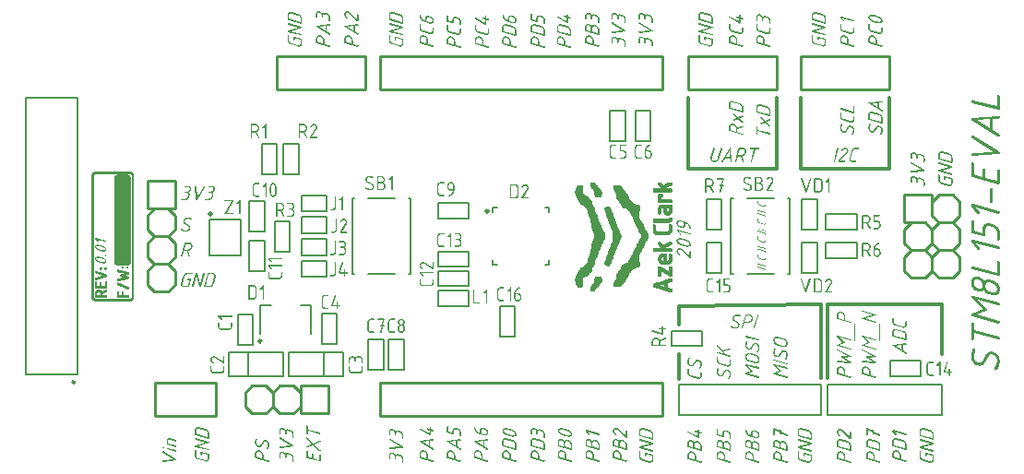
<source format=gto>
G04*
G04 #@! TF.GenerationSoftware,Altium Limited,Altium Designer,19.1.8 (144)*
G04*
G04 Layer_Color=16777215*
%FSLAX44Y44*%
%MOMM*%
G71*
G01*
G75*
%ADD10C,0.3000*%
%ADD11C,0.2540*%
%ADD12C,0.2500*%
%ADD13C,0.5000*%
%ADD14C,0.2000*%
%ADD15C,0.0254*%
G36*
X681911Y423734D02*
X682143Y423688D01*
X682166D01*
X682235Y423665D01*
X682351Y423618D01*
X682490Y423572D01*
X682652Y423503D01*
X682860Y423433D01*
X683300Y423225D01*
X683762Y422924D01*
X684225Y422554D01*
X684433Y422346D01*
X684619Y422114D01*
X684781Y421837D01*
X684919Y421559D01*
X684942Y421605D01*
X684989Y421698D01*
X685104Y421814D01*
X685266Y421976D01*
X685498Y422114D01*
X685799Y422253D01*
X686192Y422346D01*
X686400Y422369D01*
X686655D01*
X686678D01*
X686724D01*
X686794D01*
X686886D01*
X687141Y422323D01*
X687418Y422276D01*
X688714Y421929D01*
X688737D01*
X688807Y421906D01*
X688922Y421860D01*
X689061Y421814D01*
X689246Y421744D01*
X689455Y421652D01*
X689894Y421420D01*
X690403Y421119D01*
X690635Y420911D01*
X690889Y420703D01*
X691098Y420471D01*
X691306Y420217D01*
X691491Y419939D01*
X691653Y419615D01*
X691676Y419569D01*
X691699Y419453D01*
X691769Y419291D01*
X691815Y419037D01*
X691884Y418759D01*
X691954Y418412D01*
X691977Y418042D01*
X692000Y417625D01*
Y415011D01*
X691954Y414895D01*
X691907Y414779D01*
X691838Y414640D01*
X691722Y414548D01*
X691560Y414455D01*
X691352Y414432D01*
X691329D01*
X691236D01*
X691144Y414478D01*
X691005Y414525D01*
X690889Y414594D01*
X690774Y414710D01*
X690704Y414872D01*
X690681Y415103D01*
Y418111D01*
X690658Y418273D01*
X690612Y418505D01*
X690542Y418736D01*
X690450Y419014D01*
X690311Y419314D01*
X690126Y419592D01*
X690103Y419615D01*
X690010Y419708D01*
X689894Y419847D01*
X689732Y420009D01*
X689524Y420171D01*
X689293Y420333D01*
X689015Y420471D01*
X688714Y420564D01*
X687418Y420911D01*
X687395D01*
X687349Y420934D01*
X687256Y420957D01*
X687164Y420980D01*
X686909Y421004D01*
X686655Y421027D01*
X686632D01*
X686609D01*
X686470Y421004D01*
X686261Y420934D01*
X686030Y420819D01*
X685938Y420749D01*
X685822Y420633D01*
X685706Y420495D01*
X685613Y420356D01*
X685544Y420148D01*
X685475Y419939D01*
X685452Y419685D01*
X685428Y419407D01*
Y418111D01*
X685382Y417996D01*
X685336Y417880D01*
X685266Y417764D01*
X685151Y417649D01*
X684989Y417579D01*
X684781Y417556D01*
X684757D01*
X684665D01*
X684572Y417602D01*
X684433Y417649D01*
X684318Y417718D01*
X684202Y417834D01*
X684133Y417996D01*
X684109Y418204D01*
Y419870D01*
X684086Y419962D01*
X684063Y420171D01*
X683994Y420448D01*
X683878Y420772D01*
X683693Y421119D01*
X683462Y421466D01*
X683138Y421790D01*
X683114Y421814D01*
X683045Y421860D01*
X682952Y421929D01*
X682837Y422022D01*
X682698Y422114D01*
X682513Y422184D01*
X682328Y422276D01*
X682143Y422323D01*
X682120D01*
X682073Y422346D01*
X681934Y422369D01*
X681749Y422392D01*
X681564Y422415D01*
X681541D01*
X681495D01*
X681425D01*
X681333Y422392D01*
X681124Y422323D01*
X680847Y422207D01*
X680731Y422137D01*
X680592Y422022D01*
X680477Y421906D01*
X680361Y421744D01*
X680292Y421559D01*
X680222Y421351D01*
X680176Y421096D01*
X680153Y420819D01*
Y418158D01*
X680106Y418042D01*
X680060Y417926D01*
X679991Y417810D01*
X679875Y417695D01*
X679713Y417625D01*
X679505Y417602D01*
X679482D01*
X679389D01*
X679296Y417649D01*
X679158Y417695D01*
X679042Y417764D01*
X678926Y417880D01*
X678857Y418042D01*
X678834Y418250D01*
Y421305D01*
X678857Y421420D01*
X678903Y421698D01*
X678996Y422022D01*
X679181Y422392D01*
X679273Y422600D01*
X679412Y422785D01*
X679574Y422947D01*
X679759Y423133D01*
X679967Y423294D01*
X680222Y423433D01*
X680245Y423456D01*
X680338Y423480D01*
X680453Y423526D01*
X680615Y423595D01*
X680824Y423665D01*
X681032Y423711D01*
X681263Y423734D01*
X681518Y423757D01*
X681541D01*
X681564D01*
X681726D01*
X681911Y423734D01*
D02*
G37*
G36*
X679713Y414802D02*
X679829Y414756D01*
X679944Y414664D01*
X680060Y414548D01*
X680129Y414386D01*
X680153Y414178D01*
Y411146D01*
X680176Y410984D01*
X680222Y410753D01*
X680292Y410522D01*
X680407Y410244D01*
X680546Y409966D01*
X680731Y409665D01*
X680754Y409642D01*
X680824Y409550D01*
X680963Y409411D01*
X681124Y409272D01*
X681333Y409110D01*
X681564Y408948D01*
X681842Y408809D01*
X682143Y408717D01*
X688714Y406935D01*
X688761D01*
X688876Y406912D01*
X689015Y406889D01*
X689200Y406866D01*
X689223D01*
X689316D01*
X689432Y406889D01*
X689594Y406935D01*
X689755Y406981D01*
X689941Y407051D01*
X690126Y407166D01*
X690288Y407328D01*
X690311Y407351D01*
X690357Y407421D01*
X690403Y407513D01*
X690473Y407652D01*
X690565Y407814D01*
X690612Y407999D01*
X690658Y408231D01*
X690681Y408462D01*
Y411100D01*
X690704Y411216D01*
X690774Y411331D01*
X690843Y411447D01*
X690959Y411563D01*
X691121Y411632D01*
X691352Y411655D01*
X691375D01*
X691445D01*
X691560Y411632D01*
X691676Y411586D01*
X691792Y411493D01*
X691907Y411378D01*
X691977Y411216D01*
X692000Y411007D01*
Y408046D01*
X691977Y407930D01*
X691954Y407745D01*
X691884Y407490D01*
X691792Y407213D01*
X691630Y406912D01*
X691422Y406611D01*
X691144Y406310D01*
X691098Y406287D01*
X690982Y406194D01*
X690820Y406056D01*
X690565Y405917D01*
X690288Y405778D01*
X689964Y405639D01*
X689617Y405547D01*
X689246Y405523D01*
X689223D01*
X689200D01*
X689084D01*
X688899Y405547D01*
X688714Y405593D01*
X682143Y407351D01*
X682096D01*
X682004Y407398D01*
X681842Y407467D01*
X681634Y407537D01*
X681379Y407652D01*
X681101Y407814D01*
X680800Y407999D01*
X680477Y408208D01*
X680176Y408485D01*
X679875Y408786D01*
X679597Y409133D01*
X679343Y409526D01*
X679135Y409966D01*
X678972Y410475D01*
X678880Y411031D01*
X678834Y411632D01*
Y414270D01*
X678857Y414386D01*
X678926Y414501D01*
X678996Y414617D01*
X679111Y414733D01*
X679273Y414802D01*
X679505Y414826D01*
X679528D01*
X679597D01*
X679713Y414802D01*
D02*
G37*
G36*
X682582Y404482D02*
X682791Y404436D01*
X682814D01*
X682906Y404413D01*
X683022Y404366D01*
X683207Y404297D01*
X683392Y404204D01*
X683624Y404112D01*
X683878Y403973D01*
X684156Y403834D01*
X684456Y403649D01*
X684734Y403464D01*
X685035Y403233D01*
X685313Y402955D01*
X685590Y402677D01*
X685845Y402353D01*
X686076Y402006D01*
X686285Y401613D01*
X686308Y401567D01*
X686354Y401428D01*
X686423Y401219D01*
X686516Y400919D01*
X686609Y400572D01*
X686678Y400178D01*
X686724Y399762D01*
X686747Y399299D01*
Y396568D01*
X691514Y395296D01*
X691537D01*
X691583Y395273D01*
X691746Y395157D01*
X691838Y395088D01*
X691931Y394972D01*
X691977Y394833D01*
X692000Y394671D01*
Y394625D01*
X691977Y394509D01*
X691931Y394347D01*
X691815Y394185D01*
X691792Y394162D01*
X691699Y394093D01*
X691560Y394023D01*
X691375Y394000D01*
X691352D01*
X691306D01*
X691167Y394023D01*
X679505Y397147D01*
X679482D01*
X679389Y397193D01*
X679296Y397239D01*
X679158Y397332D01*
X679042Y397448D01*
X678926Y397587D01*
X678857Y397795D01*
X678834Y398026D01*
Y401590D01*
X678857Y401705D01*
X678880Y401844D01*
X678926Y402006D01*
X679042Y402377D01*
X679135Y402585D01*
X679250Y402816D01*
X679389Y403024D01*
X679574Y403256D01*
X679759Y403464D01*
X679991Y403695D01*
X680268Y403904D01*
X680569Y404089D01*
X680592Y404112D01*
X680708Y404158D01*
X680847Y404228D01*
X681055Y404320D01*
X681286Y404390D01*
X681564Y404459D01*
X681842Y404505D01*
X682143Y404528D01*
X682166D01*
X682212D01*
X682281D01*
X682351D01*
X682582Y404482D01*
D02*
G37*
G36*
X768560Y339818D02*
X768676Y339772D01*
X768792Y339680D01*
X768907Y339564D01*
X768977Y339402D01*
X769000Y339194D01*
Y333525D01*
X768977Y333409D01*
X768931Y333247D01*
X768815Y333108D01*
X768792Y333085D01*
X768676Y333062D01*
X768537Y333039D01*
X768352Y333062D01*
X756366Y336278D01*
X756343D01*
X756296Y336301D01*
X756204Y336348D01*
X756111Y336417D01*
X756019Y336487D01*
X755926Y336602D01*
X755880Y336741D01*
X755857Y336903D01*
Y337019D01*
X755880Y337111D01*
X755926Y337250D01*
X756019Y337366D01*
X756134Y337481D01*
X756296Y337551D01*
X756505Y337574D01*
X756528D01*
X756574D01*
X756644D01*
X756713Y337551D01*
X767681Y334612D01*
Y339286D01*
X767704Y339402D01*
X767774Y339518D01*
X767843Y339633D01*
X767959Y339749D01*
X768121Y339818D01*
X768352Y339842D01*
X768375D01*
X768445D01*
X768560Y339818D01*
D02*
G37*
G36*
X756713Y333455D02*
X756829Y333409D01*
X756944Y333316D01*
X757060Y333201D01*
X757130Y333039D01*
X757153Y332830D01*
Y329799D01*
X757176Y329637D01*
X757222Y329406D01*
X757291Y329174D01*
X757407Y328897D01*
X757546Y328619D01*
X757731Y328318D01*
X757754Y328295D01*
X757824Y328203D01*
X757962Y328064D01*
X758124Y327925D01*
X758333Y327763D01*
X758564Y327601D01*
X758842Y327462D01*
X759143Y327370D01*
X765714Y325588D01*
X765760D01*
X765876Y325565D01*
X766015Y325541D01*
X766200Y325518D01*
X766223D01*
X766316D01*
X766432Y325541D01*
X766593Y325588D01*
X766756Y325634D01*
X766941Y325704D01*
X767126Y325819D01*
X767288Y325981D01*
X767311Y326004D01*
X767357Y326074D01*
X767403Y326166D01*
X767473Y326305D01*
X767565Y326467D01*
X767612Y326652D01*
X767658Y326884D01*
X767681Y327115D01*
Y329753D01*
X767704Y329869D01*
X767774Y329984D01*
X767843Y330100D01*
X767959Y330216D01*
X768121Y330285D01*
X768352Y330308D01*
X768375D01*
X768445D01*
X768560Y330285D01*
X768676Y330239D01*
X768792Y330146D01*
X768907Y330031D01*
X768977Y329869D01*
X769000Y329660D01*
Y326698D01*
X768977Y326583D01*
X768954Y326398D01*
X768884Y326143D01*
X768792Y325866D01*
X768630Y325565D01*
X768422Y325264D01*
X768144Y324963D01*
X768098Y324940D01*
X767982Y324847D01*
X767820Y324709D01*
X767565Y324570D01*
X767288Y324431D01*
X766964Y324292D01*
X766617Y324199D01*
X766246Y324176D01*
X766223D01*
X766200D01*
X766085D01*
X765899Y324199D01*
X765714Y324246D01*
X759143Y326004D01*
X759096D01*
X759004Y326051D01*
X758842Y326120D01*
X758634Y326189D01*
X758379Y326305D01*
X758101Y326467D01*
X757801Y326652D01*
X757477Y326861D01*
X757176Y327138D01*
X756875Y327439D01*
X756597Y327786D01*
X756343Y328179D01*
X756134Y328619D01*
X755973Y329128D01*
X755880Y329683D01*
X755834Y330285D01*
Y332923D01*
X755857Y333039D01*
X755926Y333154D01*
X755996Y333270D01*
X756111Y333386D01*
X756273Y333455D01*
X756505Y333478D01*
X756528D01*
X756597D01*
X756713Y333455D01*
D02*
G37*
G36*
X757315Y323066D02*
X757477Y322996D01*
X757639Y322881D01*
X757662Y322857D01*
X757731Y322765D01*
X757801Y322626D01*
X757824Y322441D01*
Y322348D01*
X757801Y322256D01*
X757754Y322140D01*
Y322117D01*
X757731Y322094D01*
X757708Y322024D01*
X757662Y321909D01*
X757616Y321793D01*
X757569Y321654D01*
X757500Y321492D01*
X757454Y321284D01*
X757338Y320844D01*
X757245Y320312D01*
X757176Y319710D01*
X757153Y319039D01*
Y318901D01*
X757176Y318808D01*
X757222Y318553D01*
X757315Y318230D01*
X757454Y317859D01*
X757685Y317489D01*
X757824Y317304D01*
X758009Y317119D01*
X758194Y316934D01*
X758425Y316772D01*
X758448Y316749D01*
X758541Y316702D01*
X758657Y316656D01*
X758819Y316587D01*
X759027Y316494D01*
X759235Y316448D01*
X759490Y316402D01*
X759767Y316378D01*
X759791D01*
X759906Y316402D01*
X760045Y316425D01*
X760207Y316471D01*
X760415Y316540D01*
X760600Y316679D01*
X760809Y316841D01*
X760971Y317073D01*
X762868Y320405D01*
Y320428D01*
X762891Y320451D01*
X762984Y320590D01*
X763146Y320775D01*
X763377Y321006D01*
X763678Y321214D01*
X764048Y321400D01*
X764488Y321538D01*
X764742Y321562D01*
X764997Y321585D01*
X765020D01*
X765043D01*
X765113D01*
X765205Y321562D01*
X765460Y321538D01*
X765784Y321469D01*
X766154Y321376D01*
X766570Y321214D01*
X767010Y320983D01*
X767473Y320682D01*
X767496Y320659D01*
X767542Y320636D01*
X767612Y320567D01*
X767704Y320474D01*
X767820Y320358D01*
X767959Y320196D01*
X768098Y320034D01*
X768236Y319826D01*
X768375Y319595D01*
X768514Y319340D01*
X768653Y319062D01*
X768769Y318739D01*
X768861Y318391D01*
X768931Y318021D01*
X768977Y317628D01*
X769000Y317211D01*
Y316957D01*
X768977Y316841D01*
Y316679D01*
X768931Y316332D01*
X768861Y315939D01*
X768745Y315476D01*
X768607Y315036D01*
X768398Y314573D01*
X768375Y314550D01*
X768329Y314458D01*
X768260Y314342D01*
X768167Y314180D01*
X768051Y313995D01*
X767889Y313764D01*
X767542Y313255D01*
X767496Y313208D01*
X767403Y313139D01*
X767241Y313046D01*
X767149Y313023D01*
X767033Y313000D01*
X767010D01*
X766987D01*
X766871Y313023D01*
X766709Y313069D01*
X766570Y313185D01*
X766547Y313231D01*
X766478Y313324D01*
X766408Y313486D01*
X766385Y313671D01*
Y313694D01*
X766408Y313787D01*
X766432Y313902D01*
X766501Y314041D01*
X766524Y314064D01*
X766547Y314111D01*
X766617Y314203D01*
X766686Y314342D01*
X766779Y314481D01*
X766871Y314666D01*
X766987Y314874D01*
X767079Y315106D01*
X767311Y315638D01*
X767496Y316239D01*
X767635Y316887D01*
X767658Y317211D01*
X767681Y317558D01*
Y317697D01*
X767658Y317790D01*
X767612Y318044D01*
X767519Y318345D01*
X767380Y318715D01*
X767172Y319086D01*
X767033Y319271D01*
X766871Y319456D01*
X766686Y319641D01*
X766478Y319803D01*
X766455Y319826D01*
X766362Y319872D01*
X766246Y319942D01*
X766061Y320034D01*
X765853Y320104D01*
X765599Y320173D01*
X765321Y320219D01*
X765020Y320243D01*
X764997D01*
X764904D01*
X764765Y320196D01*
X764580Y320150D01*
X764395Y320057D01*
X764210Y319942D01*
X764002Y319757D01*
X763840Y319502D01*
X761943Y316193D01*
X761919Y316170D01*
X761896Y316101D01*
X761804Y316008D01*
X761711Y315892D01*
X761572Y315754D01*
X761433Y315615D01*
X761225Y315476D01*
X761017Y315337D01*
X760994Y315314D01*
X760901Y315291D01*
X760786Y315245D01*
X760624Y315198D01*
X760439Y315129D01*
X760230Y315082D01*
X759999Y315059D01*
X759767Y315036D01*
X759744D01*
X759698D01*
X759629D01*
X759536Y315059D01*
X759397D01*
X759258Y315082D01*
X758911Y315175D01*
X758518Y315291D01*
X758078Y315476D01*
X757639Y315754D01*
X757407Y315916D01*
X757176Y316101D01*
X757153Y316124D01*
X757106Y316147D01*
X757060Y316239D01*
X756967Y316332D01*
X756875Y316448D01*
X756759Y316587D01*
X756620Y316772D01*
X756505Y316980D01*
X756389Y317188D01*
X756250Y317443D01*
X756042Y317998D01*
X755949Y318322D01*
X755880Y318646D01*
X755857Y319016D01*
X755834Y319387D01*
Y319595D01*
X755857Y319849D01*
X755880Y320173D01*
X755926Y320543D01*
X755996Y320937D01*
X756088Y321353D01*
X756204Y321793D01*
Y321816D01*
X756227Y321885D01*
X756273Y321978D01*
X756320Y322094D01*
X756435Y322418D01*
X756574Y322742D01*
Y322765D01*
X756597Y322788D01*
X756713Y322927D01*
X756898Y323042D01*
X757014Y323066D01*
X757153Y323089D01*
X757176D01*
X757199D01*
X757315Y323066D01*
D02*
G37*
G36*
X647066Y301120D02*
X647181Y301074D01*
X647297Y300981D01*
X647413Y300865D01*
X647482Y300704D01*
X647505Y300495D01*
Y300472D01*
Y300426D01*
Y300356D01*
X647482Y300287D01*
X645238Y291934D01*
Y291911D01*
X645214Y291864D01*
X645191Y291749D01*
X645145Y291633D01*
X645076Y291471D01*
X645006Y291286D01*
X644821Y290869D01*
X644567Y290406D01*
X644243Y289944D01*
X643849Y289458D01*
X643363Y289041D01*
X643340D01*
X643294Y288995D01*
X643224Y288949D01*
X643109Y288879D01*
X642993Y288810D01*
X642831Y288717D01*
X642646Y288625D01*
X642438Y288532D01*
X641952Y288324D01*
X641396Y288162D01*
X640772Y288046D01*
X640448Y288023D01*
X640101Y288000D01*
X639985D01*
X639892Y288023D01*
X639661Y288046D01*
X639360Y288139D01*
X639036Y288255D01*
X638666Y288440D01*
X638296Y288694D01*
X638111Y288856D01*
X637926Y289041D01*
Y289064D01*
X637879Y289088D01*
X637787Y289226D01*
X637625Y289435D01*
X637463Y289712D01*
X637301Y290036D01*
X637139Y290430D01*
X637046Y290846D01*
X637000Y291286D01*
Y291309D01*
Y291355D01*
Y291402D01*
Y291494D01*
X637023Y291702D01*
X637069Y291934D01*
X639407Y300634D01*
Y300657D01*
X639430Y300704D01*
X639476Y300796D01*
X639545Y300889D01*
X639615Y300981D01*
X639730Y301074D01*
X639869Y301120D01*
X640031Y301143D01*
X640147D01*
X640239Y301120D01*
X640378Y301074D01*
X640494Y300981D01*
X640610Y300865D01*
X640679Y300704D01*
X640702Y300495D01*
Y300472D01*
Y300426D01*
Y300356D01*
X640679Y300287D01*
X638435Y291934D01*
Y291911D01*
X638411Y291887D01*
X638388Y291726D01*
X638365Y291517D01*
X638342Y291309D01*
Y291263D01*
Y291170D01*
X638365Y291008D01*
X638411Y290800D01*
X638481Y290569D01*
X638597Y290337D01*
X638736Y290106D01*
X638944Y289874D01*
X638967Y289851D01*
X639059Y289782D01*
X639175Y289689D01*
X639360Y289597D01*
X639568Y289504D01*
X639823Y289412D01*
X640124Y289342D01*
X640448Y289319D01*
X640494D01*
X640633Y289342D01*
X640864Y289365D01*
X641142Y289412D01*
X641466Y289504D01*
X641813Y289643D01*
X642183Y289828D01*
X642577Y290083D01*
X642600D01*
X642623Y290129D01*
X642739Y290221D01*
X642924Y290383D01*
X643132Y290615D01*
X643340Y290892D01*
X643572Y291193D01*
X643757Y291540D01*
X643895Y291934D01*
X646233Y300634D01*
Y300657D01*
X646256Y300704D01*
X646302Y300796D01*
X646348Y300889D01*
X646441Y300981D01*
X646557Y301074D01*
X646695Y301120D01*
X646857Y301143D01*
X646950D01*
X647066Y301120D01*
D02*
G37*
G36*
X681127Y301143D02*
X681243Y301074D01*
X681358Y301004D01*
X681474Y300889D01*
X681543Y300727D01*
X681566Y300495D01*
Y300472D01*
Y300403D01*
X681543Y300287D01*
X681497Y300171D01*
X681404Y300056D01*
X681289Y299940D01*
X681127Y299870D01*
X680919Y299847D01*
X678003D01*
X674972Y288486D01*
Y288463D01*
X674949Y288417D01*
X674902Y288324D01*
X674833Y288255D01*
X674763Y288162D01*
X674648Y288069D01*
X674509Y288023D01*
X674324Y288000D01*
X674278D01*
X674162Y288023D01*
X674023Y288069D01*
X673861Y288185D01*
X673838Y288208D01*
X673768Y288301D01*
X673699Y288440D01*
X673676Y288625D01*
Y288648D01*
Y288694D01*
X673699Y288833D01*
X676638Y299847D01*
X674000D01*
X673884Y299894D01*
X673768Y299940D01*
X673653Y300009D01*
X673537Y300125D01*
X673468Y300287D01*
X673445Y300495D01*
Y300518D01*
Y300611D01*
X673491Y300704D01*
X673537Y300842D01*
X673606Y300958D01*
X673722Y301074D01*
X673884Y301143D01*
X674092Y301166D01*
X681011D01*
X681127Y301143D01*
D02*
G37*
G36*
X667081D02*
X667220Y301120D01*
X667382Y301074D01*
X667752Y300958D01*
X667961Y300865D01*
X668192Y300750D01*
X668400Y300611D01*
X668632Y300426D01*
X668840Y300241D01*
X669071Y300009D01*
X669279Y299732D01*
X669465Y299431D01*
X669488Y299408D01*
X669534Y299292D01*
X669603Y299153D01*
X669696Y298945D01*
X669765Y298714D01*
X669835Y298436D01*
X669881Y298158D01*
X669904Y297857D01*
Y297834D01*
Y297788D01*
Y297719D01*
Y297649D01*
X669858Y297418D01*
X669812Y297209D01*
Y297186D01*
X669789Y297117D01*
X669765Y297024D01*
X669719Y296909D01*
X669650Y296747D01*
X669580Y296562D01*
X669372Y296122D01*
X669118Y295659D01*
X668770Y295173D01*
X668354Y294687D01*
X667868Y294271D01*
X667845Y294248D01*
X667752Y294178D01*
X667613Y294086D01*
X667405Y293970D01*
X667174Y293854D01*
X666919Y293715D01*
X666618Y293600D01*
X666294Y293484D01*
X667475Y288810D01*
Y288787D01*
X667498Y288764D01*
Y288648D01*
Y288625D01*
Y288555D01*
X667475Y288440D01*
X667405Y288324D01*
X667336Y288208D01*
X667220Y288093D01*
X667058Y288023D01*
X666827Y288000D01*
X666757D01*
X666665Y288023D01*
X666549Y288069D01*
X666457Y288116D01*
X666341Y288208D01*
X666271Y288324D01*
X666202Y288486D01*
X664999Y293253D01*
X661944D01*
X660672Y288486D01*
Y288463D01*
X660648Y288417D01*
X660533Y288255D01*
X660463Y288162D01*
X660348Y288069D01*
X660209Y288023D01*
X660047Y288000D01*
X660001D01*
X659885Y288023D01*
X659723Y288069D01*
X659561Y288185D01*
X659538Y288208D01*
X659468Y288301D01*
X659399Y288440D01*
X659376Y288625D01*
Y288648D01*
Y288694D01*
X659399Y288833D01*
X662523Y300495D01*
Y300518D01*
X662569Y300611D01*
X662615Y300704D01*
X662708Y300842D01*
X662824Y300958D01*
X662962Y301074D01*
X663171Y301143D01*
X663402Y301166D01*
X666965D01*
X667081Y301143D01*
D02*
G37*
G36*
X655211Y301120D02*
X655326Y301074D01*
X655442Y300981D01*
X655558Y300889D01*
X655627Y300727D01*
X655674Y300518D01*
X656599Y288625D01*
Y288602D01*
Y288532D01*
X656576Y288417D01*
X656507Y288324D01*
X656437Y288208D01*
X656321Y288093D01*
X656159Y288023D01*
X655928Y288000D01*
X655835D01*
X655743Y288023D01*
X655627Y288069D01*
X655511Y288139D01*
X655396Y288255D01*
X655326Y288393D01*
X655280Y288602D01*
X655072Y291286D01*
X650143D01*
X648338Y288301D01*
Y288278D01*
X648292Y288255D01*
X648199Y288162D01*
X648014Y288046D01*
X647899Y288023D01*
X647783Y288000D01*
X647737D01*
X647621Y288023D01*
X647459Y288069D01*
X647297Y288185D01*
X647274Y288208D01*
X647205Y288324D01*
X647135Y288463D01*
X647112Y288648D01*
Y288671D01*
X647135Y288764D01*
X647158Y288879D01*
X647205Y288995D01*
X654470Y300819D01*
Y300842D01*
X654517Y300865D01*
X654609Y300981D01*
X654794Y301097D01*
X654887Y301120D01*
X655026Y301143D01*
X655118D01*
X655211Y301120D01*
D02*
G37*
G36*
X776756Y151666D02*
X788557Y148496D01*
X788580D01*
X788627Y148473D01*
X788789Y148357D01*
X788881Y148288D01*
X788974Y148172D01*
X789020Y148033D01*
X789043Y147871D01*
Y147802D01*
X789020Y147709D01*
X788974Y147593D01*
X788928Y147501D01*
X788858Y147385D01*
X788742Y147293D01*
X788580Y147223D01*
X778954Y144284D01*
X788557Y141693D01*
X788580D01*
X788627Y141670D01*
X788789Y141554D01*
X788881Y141485D01*
X788974Y141369D01*
X789020Y141230D01*
X789043Y141068D01*
Y141022D01*
X789020Y140906D01*
X788974Y140744D01*
X788858Y140582D01*
X788835Y140559D01*
X788742Y140490D01*
X788604Y140420D01*
X788418Y140397D01*
X788395D01*
X788349D01*
X788210Y140420D01*
X776409Y143590D01*
X776386D01*
X776340Y143614D01*
X776247Y143660D01*
X776154Y143729D01*
X776062Y143799D01*
X775969Y143914D01*
X775923Y144053D01*
X775900Y144215D01*
Y144308D01*
X775923Y144377D01*
X775946Y144493D01*
X776016Y144608D01*
X776085Y144701D01*
X776201Y144794D01*
X776363Y144863D01*
X786035Y147825D01*
X776409Y150416D01*
X776386D01*
X776340Y150440D01*
X776247Y150486D01*
X776154Y150532D01*
X776062Y150625D01*
X775969Y150740D01*
X775923Y150879D01*
X775900Y151041D01*
Y151134D01*
X775923Y151250D01*
X775969Y151365D01*
X776062Y151481D01*
X776178Y151597D01*
X776340Y151666D01*
X776548Y151689D01*
X776571D01*
X776617D01*
X776687D01*
X776756Y151666D01*
D02*
G37*
G36*
Y128504D02*
X788557Y125333D01*
X788580D01*
X788627Y125310D01*
X788789Y125195D01*
X788881Y125125D01*
X788974Y125009D01*
X789020Y124871D01*
X789043Y124709D01*
Y124662D01*
X789020Y124547D01*
X788974Y124385D01*
X788858Y124223D01*
X788835Y124199D01*
X788742Y124130D01*
X788604Y124061D01*
X788418Y124038D01*
X788395D01*
X788349D01*
X788210Y124061D01*
X778862Y126583D01*
X782934Y122672D01*
X782958Y122626D01*
X783027Y122534D01*
X783120Y122395D01*
X783143Y122210D01*
Y122140D01*
X783120Y122071D01*
X783096Y121978D01*
X783050Y121862D01*
X782981Y121770D01*
X782888Y121677D01*
X782749Y121608D01*
X778584Y119849D01*
X788557Y117165D01*
X788580D01*
X788627Y117142D01*
X788789Y117026D01*
X788881Y116957D01*
X788974Y116841D01*
X789020Y116702D01*
X789043Y116540D01*
Y116494D01*
X789020Y116378D01*
X788974Y116216D01*
X788858Y116054D01*
X788835Y116031D01*
X788742Y115962D01*
X788604Y115892D01*
X788418Y115869D01*
X788395D01*
X788349D01*
X788210Y115892D01*
X776409Y119063D01*
X776386D01*
X776340Y119086D01*
X776247Y119132D01*
X776154Y119201D01*
X776062Y119271D01*
X775969Y119387D01*
X775923Y119525D01*
X775900Y119687D01*
Y119757D01*
X775923Y119849D01*
X775946Y119942D01*
X775993Y120035D01*
X776085Y120150D01*
X776178Y120243D01*
X776317Y120312D01*
X781292Y122418D01*
X776131Y127393D01*
X776085Y127439D01*
X776016Y127532D01*
X775946Y127694D01*
X775900Y127879D01*
Y127971D01*
X775923Y128087D01*
X775969Y128203D01*
X776062Y128318D01*
X776178Y128434D01*
X776340Y128504D01*
X776548Y128527D01*
X776571D01*
X776617D01*
X776687D01*
X776756Y128504D01*
D02*
G37*
G36*
X792537Y139934D02*
X792653Y139888D01*
X792792Y139796D01*
X792884Y139680D01*
X792977Y139518D01*
X793000Y139310D01*
Y124246D01*
X792954Y124130D01*
X792907Y124014D01*
X792838Y123899D01*
X792722Y123783D01*
X792560Y123714D01*
X792329Y123691D01*
X792306D01*
X792236D01*
X792121Y123737D01*
X792005Y123783D01*
X791889Y123853D01*
X791774Y123968D01*
X791704Y124130D01*
X791681Y124338D01*
Y139402D01*
X791704Y139518D01*
X791750Y139634D01*
X791843Y139749D01*
X791959Y139865D01*
X792121Y139934D01*
X792329Y139958D01*
X792352D01*
X792421D01*
X792537Y139934D01*
D02*
G37*
G36*
X776733Y116263D02*
X776849Y116216D01*
X788696Y110339D01*
X788719D01*
X788742Y110316D01*
X788858Y110200D01*
X788997Y110015D01*
X789020Y109899D01*
X789043Y109761D01*
Y109668D01*
X789020Y109552D01*
X788974Y109437D01*
X788904Y109321D01*
X788789Y109205D01*
X788650Y109136D01*
X788441Y109089D01*
X782564Y108627D01*
X788742Y104832D01*
X788765D01*
X788789Y104809D01*
X788881Y104693D01*
X788997Y104531D01*
X789020Y104415D01*
X789043Y104277D01*
Y104230D01*
X789020Y104115D01*
X788974Y103953D01*
X788858Y103791D01*
X788812Y103767D01*
X788719Y103698D01*
X788557Y103652D01*
X788372Y103629D01*
X776548Y104068D01*
X776525D01*
X776455Y104091D01*
X776340Y104115D01*
X776224Y104161D01*
X776108Y104230D01*
X775993Y104346D01*
X775923Y104508D01*
X775900Y104716D01*
Y104832D01*
X775946Y104948D01*
X775993Y105063D01*
X776062Y105202D01*
X776201Y105295D01*
X776363Y105364D01*
X776594Y105387D01*
X785943Y105017D01*
X780158Y108557D01*
X780135D01*
X780111Y108604D01*
X779996Y108696D01*
X779903Y108858D01*
X779880Y108974D01*
X779857Y109089D01*
Y109182D01*
X779880Y109298D01*
X779926Y109413D01*
X779996Y109552D01*
X780111Y109668D01*
X780250Y109737D01*
X780458Y109784D01*
X786035Y110223D01*
X776270Y115036D01*
X776247D01*
X776201Y115083D01*
X776085Y115175D01*
X775946Y115360D01*
X775923Y115476D01*
X775900Y115615D01*
Y115730D01*
X775923Y115823D01*
X775969Y115962D01*
X776062Y116078D01*
X776178Y116193D01*
X776340Y116263D01*
X776548Y116286D01*
X776571D01*
X776640D01*
X776733Y116263D01*
D02*
G37*
G36*
X779625Y100482D02*
X779834Y100435D01*
X779857D01*
X779949Y100412D01*
X780065Y100366D01*
X780250Y100296D01*
X780435Y100204D01*
X780667Y100111D01*
X780921Y99973D01*
X781199Y99834D01*
X781500Y99649D01*
X781777Y99464D01*
X782078Y99232D01*
X782356Y98954D01*
X782634Y98677D01*
X782888Y98353D01*
X783120Y98006D01*
X783328Y97612D01*
X783351Y97566D01*
X783397Y97427D01*
X783467Y97219D01*
X783559Y96918D01*
X783652Y96571D01*
X783721Y96178D01*
X783767Y95761D01*
X783791Y95298D01*
Y92568D01*
X788557Y91295D01*
X788580D01*
X788627Y91272D01*
X788789Y91157D01*
X788881Y91087D01*
X788974Y90971D01*
X789020Y90833D01*
X789043Y90671D01*
Y90624D01*
X789020Y90509D01*
X788974Y90347D01*
X788858Y90185D01*
X788835Y90162D01*
X788742Y90092D01*
X788604Y90023D01*
X788418Y90000D01*
X788395D01*
X788349D01*
X788210Y90023D01*
X776548Y93146D01*
X776525D01*
X776432Y93193D01*
X776340Y93239D01*
X776201Y93332D01*
X776085Y93447D01*
X775969Y93586D01*
X775900Y93794D01*
X775877Y94026D01*
Y97589D01*
X775900Y97705D01*
X775923Y97844D01*
X775969Y98006D01*
X776085Y98376D01*
X776178Y98584D01*
X776293Y98816D01*
X776432Y99024D01*
X776617Y99255D01*
X776802Y99464D01*
X777034Y99695D01*
X777311Y99903D01*
X777612Y100088D01*
X777635Y100111D01*
X777751Y100158D01*
X777890Y100227D01*
X778098Y100320D01*
X778330Y100389D01*
X778607Y100458D01*
X778885Y100505D01*
X779186Y100528D01*
X779209D01*
X779255D01*
X779325D01*
X779394D01*
X779625Y100482D01*
D02*
G37*
G36*
X472713Y424030D02*
X472829Y423960D01*
X472944Y423891D01*
X473060Y423775D01*
X473130Y423614D01*
X473153Y423382D01*
Y419124D01*
X477109Y418083D01*
Y420304D01*
X477156Y420513D01*
X477202Y420790D01*
X477295Y421091D01*
X477410Y421392D01*
X477595Y421716D01*
X477827Y421994D01*
X477850Y422017D01*
X477966Y422109D01*
X478104Y422225D01*
X478336Y422364D01*
X478590Y422503D01*
X478914Y422618D01*
X479285Y422711D01*
X479701Y422734D01*
X479724D01*
X479771D01*
X479840D01*
X479932D01*
X480164Y422688D01*
X480418Y422642D01*
X481714Y422295D01*
X481737D01*
X481807Y422271D01*
X481922Y422225D01*
X482084Y422179D01*
X482270Y422086D01*
X482478Y422017D01*
X482941Y421785D01*
X483450Y421461D01*
X483936Y421091D01*
X484167Y420860D01*
X484352Y420629D01*
X484537Y420351D01*
X484676Y420073D01*
X484699Y420027D01*
X484722Y419934D01*
X484769Y419749D01*
X484838Y419495D01*
X484907Y419194D01*
X484954Y418847D01*
X484977Y418430D01*
X485000Y417991D01*
Y415376D01*
X484954Y415260D01*
X484907Y415144D01*
X484838Y415006D01*
X484722Y414913D01*
X484560Y414821D01*
X484352Y414797D01*
X484329D01*
X484236D01*
X484144Y414844D01*
X484005Y414890D01*
X483889Y414959D01*
X483774Y415075D01*
X483704Y415237D01*
X483681Y415468D01*
Y418430D01*
X483658Y418523D01*
Y418662D01*
X483612Y418824D01*
X483565Y419009D01*
X483427Y419425D01*
X483334Y419657D01*
X483195Y419865D01*
X483033Y420096D01*
X482848Y420304D01*
X482617Y420490D01*
X482362Y420675D01*
X482061Y420814D01*
X481714Y420929D01*
X480418Y421276D01*
X480395D01*
X480349Y421300D01*
X480280Y421323D01*
X480164Y421346D01*
X479932Y421369D01*
X479678Y421392D01*
X479655D01*
X479632D01*
X479493Y421369D01*
X479285Y421300D01*
X479053Y421184D01*
X478937Y421114D01*
X478822Y420999D01*
X478706Y420860D01*
X478614Y420721D01*
X478544Y420513D01*
X478475Y420304D01*
X478451Y420050D01*
X478428Y419772D01*
Y417181D01*
X478405Y417065D01*
X478359Y416903D01*
X478243Y416741D01*
X478197Y416718D01*
X478104Y416648D01*
X477966Y416579D01*
X477780Y416556D01*
X477757D01*
X477734D01*
X477618Y416579D01*
X472343Y417991D01*
X472320D01*
X472273Y418014D01*
X472181Y418060D01*
X472088Y418129D01*
X471996Y418199D01*
X471903Y418315D01*
X471857Y418453D01*
X471834Y418615D01*
Y423498D01*
X471857Y423590D01*
X471926Y423729D01*
X471996Y423845D01*
X472111Y423960D01*
X472273Y424030D01*
X472505Y424053D01*
X472528D01*
X472597D01*
X472713Y424030D01*
D02*
G37*
G36*
X474958Y414566D02*
X475143Y414520D01*
X481714Y412761D01*
X481760D01*
X481853Y412715D01*
X482015Y412668D01*
X482223Y412576D01*
X482478Y412460D01*
X482755Y412298D01*
X483056Y412113D01*
X483357Y411905D01*
X483658Y411627D01*
X483959Y411326D01*
X484236Y410979D01*
X484491Y410586D01*
X484699Y410123D01*
X484861Y409637D01*
X484954Y409082D01*
X485000Y408457D01*
Y404338D01*
X484977Y404223D01*
X484931Y404061D01*
X484815Y403922D01*
X484792Y403899D01*
X484676Y403876D01*
X484537Y403852D01*
X484352Y403876D01*
X472505Y407046D01*
X472482D01*
X472389Y407092D01*
X472296Y407138D01*
X472158Y407231D01*
X472042Y407346D01*
X471926Y407485D01*
X471857Y407693D01*
X471834Y407925D01*
Y412044D01*
X471857Y412183D01*
X471880Y412368D01*
X471949Y412622D01*
X472042Y412900D01*
X472204Y413201D01*
X472412Y413502D01*
X472713Y413802D01*
X472759Y413825D01*
X472852Y413918D01*
X473037Y414057D01*
X473268Y414196D01*
X473546Y414335D01*
X473870Y414473D01*
X474240Y414566D01*
X474610Y414589D01*
X474633D01*
X474657D01*
X474772D01*
X474958Y414566D01*
D02*
G37*
G36*
X475582Y403482D02*
X475790Y403436D01*
X475814D01*
X475906Y403413D01*
X476022Y403367D01*
X476207Y403297D01*
X476392Y403204D01*
X476623Y403112D01*
X476878Y402973D01*
X477156Y402834D01*
X477457Y402649D01*
X477734Y402464D01*
X478035Y402233D01*
X478313Y401955D01*
X478590Y401677D01*
X478845Y401353D01*
X479076Y401006D01*
X479285Y400613D01*
X479308Y400567D01*
X479354Y400428D01*
X479423Y400219D01*
X479516Y399919D01*
X479608Y399572D01*
X479678Y399178D01*
X479724Y398762D01*
X479747Y398299D01*
Y395569D01*
X484514Y394296D01*
X484537D01*
X484584Y394273D01*
X484745Y394157D01*
X484838Y394088D01*
X484931Y393972D01*
X484977Y393833D01*
X485000Y393671D01*
Y393625D01*
X484977Y393509D01*
X484931Y393347D01*
X484815Y393185D01*
X484792Y393162D01*
X484699Y393093D01*
X484560Y393023D01*
X484375Y393000D01*
X484352D01*
X484306D01*
X484167Y393023D01*
X472505Y396147D01*
X472482D01*
X472389Y396193D01*
X472296Y396240D01*
X472158Y396332D01*
X472042Y396448D01*
X471926Y396587D01*
X471857Y396795D01*
X471834Y397026D01*
Y400590D01*
X471857Y400705D01*
X471880Y400844D01*
X471926Y401006D01*
X472042Y401376D01*
X472135Y401585D01*
X472250Y401816D01*
X472389Y402024D01*
X472574Y402256D01*
X472759Y402464D01*
X472991Y402695D01*
X473268Y402904D01*
X473569Y403089D01*
X473592Y403112D01*
X473708Y403158D01*
X473847Y403228D01*
X474055Y403320D01*
X474286Y403390D01*
X474564Y403459D01*
X474842Y403505D01*
X475143Y403529D01*
X475166D01*
X475212D01*
X475281D01*
X475351D01*
X475582Y403482D01*
D02*
G37*
G36*
X430923Y422248D02*
X431038Y422179D01*
X431154Y422109D01*
X431269Y421994D01*
X431339Y421832D01*
X431362Y421600D01*
Y420073D01*
X433514Y419518D01*
X433537D01*
X433583Y419495D01*
X433745Y419379D01*
X433838Y419310D01*
X433931Y419194D01*
X433977Y419055D01*
X434000Y418893D01*
Y418777D01*
X433954Y418685D01*
X433907Y418546D01*
X433838Y418430D01*
X433722Y418315D01*
X433560Y418222D01*
X433352Y418199D01*
X433329D01*
X433306D01*
X433190Y418222D01*
X431362Y418708D01*
Y414751D01*
X431339Y414635D01*
X431293Y414496D01*
X431177Y414334D01*
X431154Y414311D01*
X431038Y414242D01*
X430899Y414173D01*
X430714Y414149D01*
X430691D01*
X430622Y414173D01*
X430506Y414196D01*
X430390Y414242D01*
X421204Y419425D01*
X421181D01*
X421158Y419472D01*
X421019Y419564D01*
X420903Y419749D01*
X420880Y419842D01*
X420857Y419981D01*
Y420096D01*
X420880Y420189D01*
X420926Y420328D01*
X421019Y420443D01*
X421134Y420559D01*
X421297Y420628D01*
X421505Y420652D01*
X421528D01*
X421620D01*
X421736Y420605D01*
X421852Y420559D01*
X430043Y415931D01*
Y419055D01*
X427891Y419633D01*
X427868D01*
X427822Y419657D01*
X427752Y419703D01*
X427660Y419772D01*
X427567Y419865D01*
X427498Y419957D01*
X427452Y420119D01*
X427428Y420281D01*
Y420374D01*
X427452Y420490D01*
X427498Y420605D01*
X427590Y420721D01*
X427683Y420837D01*
X427845Y420906D01*
X428053Y420929D01*
X428076D01*
X428123D01*
X428238D01*
X430043Y420420D01*
Y421716D01*
X430066Y421809D01*
X430136Y421947D01*
X430205Y422063D01*
X430321Y422179D01*
X430483Y422248D01*
X430714Y422271D01*
X430737D01*
X430807D01*
X430923Y422248D01*
D02*
G37*
G36*
X421713Y413802D02*
X421829Y413756D01*
X421944Y413663D01*
X422060Y413548D01*
X422130Y413386D01*
X422153Y413178D01*
Y410146D01*
X422176Y409984D01*
X422222Y409753D01*
X422291Y409521D01*
X422407Y409244D01*
X422546Y408966D01*
X422731Y408665D01*
X422754Y408642D01*
X422824Y408550D01*
X422962Y408411D01*
X423125Y408272D01*
X423333Y408110D01*
X423564Y407948D01*
X423842Y407809D01*
X424143Y407717D01*
X430714Y405935D01*
X430760D01*
X430876Y405912D01*
X431015Y405889D01*
X431200Y405866D01*
X431223D01*
X431316D01*
X431432Y405889D01*
X431594Y405935D01*
X431755Y405981D01*
X431941Y406051D01*
X432126Y406166D01*
X432288Y406328D01*
X432311Y406351D01*
X432357Y406421D01*
X432403Y406513D01*
X432473Y406652D01*
X432565Y406814D01*
X432612Y406999D01*
X432658Y407231D01*
X432681Y407462D01*
Y410100D01*
X432704Y410216D01*
X432774Y410331D01*
X432843Y410447D01*
X432959Y410563D01*
X433121Y410632D01*
X433352Y410655D01*
X433375D01*
X433445D01*
X433560Y410632D01*
X433676Y410586D01*
X433792Y410493D01*
X433907Y410378D01*
X433977Y410216D01*
X434000Y410008D01*
Y407046D01*
X433977Y406930D01*
X433954Y406745D01*
X433884Y406490D01*
X433792Y406213D01*
X433630Y405912D01*
X433422Y405611D01*
X433144Y405310D01*
X433098Y405287D01*
X432982Y405195D01*
X432820Y405056D01*
X432565Y404917D01*
X432288Y404778D01*
X431964Y404639D01*
X431617Y404547D01*
X431246Y404523D01*
X431223D01*
X431200D01*
X431084D01*
X430899Y404547D01*
X430714Y404593D01*
X424143Y406351D01*
X424096D01*
X424004Y406398D01*
X423842Y406467D01*
X423633Y406537D01*
X423379Y406652D01*
X423101Y406814D01*
X422800Y406999D01*
X422477Y407208D01*
X422176Y407485D01*
X421875Y407786D01*
X421597Y408133D01*
X421343Y408526D01*
X421134Y408966D01*
X420973Y409475D01*
X420880Y410031D01*
X420834Y410632D01*
Y413270D01*
X420857Y413386D01*
X420926Y413502D01*
X420996Y413617D01*
X421111Y413733D01*
X421273Y413802D01*
X421505Y413825D01*
X421528D01*
X421597D01*
X421713Y413802D01*
D02*
G37*
G36*
X424582Y403482D02*
X424790Y403436D01*
X424814D01*
X424906Y403413D01*
X425022Y403367D01*
X425207Y403297D01*
X425392Y403204D01*
X425624Y403112D01*
X425878Y402973D01*
X426156Y402834D01*
X426457Y402649D01*
X426734Y402464D01*
X427035Y402233D01*
X427313Y401955D01*
X427590Y401677D01*
X427845Y401353D01*
X428076Y401006D01*
X428285Y400613D01*
X428308Y400567D01*
X428354Y400428D01*
X428423Y400219D01*
X428516Y399919D01*
X428609Y399572D01*
X428678Y399178D01*
X428724Y398762D01*
X428747Y398299D01*
Y395569D01*
X433514Y394296D01*
X433537D01*
X433583Y394273D01*
X433745Y394157D01*
X433838Y394088D01*
X433931Y393972D01*
X433977Y393833D01*
X434000Y393671D01*
Y393625D01*
X433977Y393509D01*
X433931Y393347D01*
X433815Y393185D01*
X433792Y393162D01*
X433699Y393093D01*
X433560Y393023D01*
X433375Y393000D01*
X433352D01*
X433306D01*
X433167Y393023D01*
X421505Y396147D01*
X421482D01*
X421389Y396193D01*
X421297Y396240D01*
X421158Y396332D01*
X421042Y396448D01*
X420926Y396587D01*
X420857Y396795D01*
X420834Y397026D01*
Y400590D01*
X420857Y400705D01*
X420880Y400844D01*
X420926Y401006D01*
X421042Y401376D01*
X421134Y401585D01*
X421250Y401816D01*
X421389Y402024D01*
X421574Y402256D01*
X421759Y402464D01*
X421991Y402695D01*
X422268Y402904D01*
X422569Y403089D01*
X422592Y403112D01*
X422708Y403158D01*
X422847Y403228D01*
X423055Y403320D01*
X423287Y403390D01*
X423564Y403459D01*
X423842Y403505D01*
X424143Y403528D01*
X424166D01*
X424212D01*
X424281D01*
X424351D01*
X424582Y403482D01*
D02*
G37*
G36*
X663923Y423248D02*
X664038Y423179D01*
X664154Y423109D01*
X664270Y422994D01*
X664339Y422832D01*
X664362Y422600D01*
Y421073D01*
X666514Y420518D01*
X666537D01*
X666583Y420495D01*
X666746Y420379D01*
X666838Y420309D01*
X666931Y420194D01*
X666977Y420055D01*
X667000Y419893D01*
Y419777D01*
X666954Y419685D01*
X666908Y419546D01*
X666838Y419430D01*
X666722Y419314D01*
X666560Y419222D01*
X666352Y419199D01*
X666329D01*
X666306D01*
X666190Y419222D01*
X664362Y419708D01*
Y415751D01*
X664339Y415635D01*
X664293Y415496D01*
X664177Y415335D01*
X664154Y415311D01*
X664038Y415242D01*
X663899Y415173D01*
X663714Y415149D01*
X663691D01*
X663622Y415173D01*
X663506Y415196D01*
X663390Y415242D01*
X654204Y420425D01*
X654181D01*
X654158Y420471D01*
X654019Y420564D01*
X653903Y420749D01*
X653880Y420842D01*
X653857Y420980D01*
Y421096D01*
X653880Y421189D01*
X653926Y421328D01*
X654019Y421443D01*
X654135Y421559D01*
X654296Y421628D01*
X654505Y421652D01*
X654528D01*
X654621D01*
X654736Y421605D01*
X654852Y421559D01*
X663043Y416931D01*
Y420055D01*
X660891Y420633D01*
X660868D01*
X660822Y420657D01*
X660752Y420703D01*
X660660Y420772D01*
X660567Y420865D01*
X660498Y420957D01*
X660452Y421119D01*
X660428Y421281D01*
Y421374D01*
X660452Y421490D01*
X660498Y421605D01*
X660590Y421721D01*
X660683Y421837D01*
X660845Y421906D01*
X661053Y421929D01*
X661076D01*
X661123D01*
X661238D01*
X663043Y421420D01*
Y422716D01*
X663066Y422808D01*
X663136Y422947D01*
X663205Y423063D01*
X663321Y423179D01*
X663483Y423248D01*
X663714Y423271D01*
X663737D01*
X663807D01*
X663923Y423248D01*
D02*
G37*
G36*
X654713Y414802D02*
X654829Y414756D01*
X654944Y414664D01*
X655060Y414548D01*
X655129Y414386D01*
X655153Y414178D01*
Y411146D01*
X655176Y410984D01*
X655222Y410753D01*
X655292Y410522D01*
X655407Y410244D01*
X655546Y409966D01*
X655731Y409665D01*
X655754Y409642D01*
X655824Y409550D01*
X655963Y409411D01*
X656124Y409272D01*
X656333Y409110D01*
X656564Y408948D01*
X656842Y408809D01*
X657143Y408717D01*
X663714Y406935D01*
X663761D01*
X663876Y406912D01*
X664015Y406889D01*
X664200Y406866D01*
X664223D01*
X664316D01*
X664432Y406889D01*
X664594Y406935D01*
X664755Y406981D01*
X664941Y407051D01*
X665126Y407166D01*
X665288Y407328D01*
X665311Y407351D01*
X665357Y407421D01*
X665403Y407513D01*
X665473Y407652D01*
X665565Y407814D01*
X665612Y407999D01*
X665658Y408231D01*
X665681Y408462D01*
Y411100D01*
X665704Y411216D01*
X665774Y411331D01*
X665843Y411447D01*
X665959Y411563D01*
X666121Y411632D01*
X666352Y411655D01*
X666375D01*
X666445D01*
X666560Y411632D01*
X666676Y411586D01*
X666792Y411493D01*
X666908Y411378D01*
X666977Y411216D01*
X667000Y411007D01*
Y408046D01*
X666977Y407930D01*
X666954Y407745D01*
X666884Y407490D01*
X666792Y407213D01*
X666630Y406912D01*
X666422Y406611D01*
X666144Y406310D01*
X666098Y406287D01*
X665982Y406194D01*
X665820Y406056D01*
X665565Y405917D01*
X665288Y405778D01*
X664964Y405639D01*
X664617Y405546D01*
X664246Y405523D01*
X664223D01*
X664200D01*
X664084D01*
X663899Y405546D01*
X663714Y405593D01*
X657143Y407351D01*
X657096D01*
X657004Y407398D01*
X656842Y407467D01*
X656634Y407537D01*
X656379Y407652D01*
X656101Y407814D01*
X655801Y407999D01*
X655477Y408208D01*
X655176Y408485D01*
X654875Y408786D01*
X654597Y409133D01*
X654343Y409526D01*
X654135Y409966D01*
X653973Y410475D01*
X653880Y411031D01*
X653834Y411632D01*
Y414270D01*
X653857Y414386D01*
X653926Y414501D01*
X653996Y414617D01*
X654111Y414733D01*
X654273Y414802D01*
X654505Y414825D01*
X654528D01*
X654597D01*
X654713Y414802D01*
D02*
G37*
G36*
X657582Y404482D02*
X657791Y404436D01*
X657814D01*
X657906Y404413D01*
X658022Y404366D01*
X658207Y404297D01*
X658392Y404204D01*
X658624Y404112D01*
X658878Y403973D01*
X659156Y403834D01*
X659457Y403649D01*
X659734Y403464D01*
X660035Y403233D01*
X660313Y402955D01*
X660590Y402677D01*
X660845Y402353D01*
X661076Y402006D01*
X661285Y401613D01*
X661308Y401567D01*
X661354Y401428D01*
X661423Y401219D01*
X661516Y400919D01*
X661609Y400572D01*
X661678Y400178D01*
X661724Y399762D01*
X661747Y399299D01*
Y396568D01*
X666514Y395296D01*
X666537D01*
X666583Y395273D01*
X666746Y395157D01*
X666838Y395088D01*
X666931Y394972D01*
X666977Y394833D01*
X667000Y394671D01*
Y394625D01*
X666977Y394509D01*
X666931Y394347D01*
X666815Y394185D01*
X666792Y394162D01*
X666699Y394092D01*
X666560Y394023D01*
X666375Y394000D01*
X666352D01*
X666306D01*
X666167Y394023D01*
X654505Y397147D01*
X654482D01*
X654389Y397193D01*
X654296Y397239D01*
X654158Y397332D01*
X654042Y397448D01*
X653926Y397587D01*
X653857Y397795D01*
X653834Y398026D01*
Y401590D01*
X653857Y401705D01*
X653880Y401844D01*
X653926Y402006D01*
X654042Y402376D01*
X654135Y402585D01*
X654250Y402816D01*
X654389Y403024D01*
X654574Y403256D01*
X654759Y403464D01*
X654991Y403695D01*
X655268Y403904D01*
X655569Y404089D01*
X655592Y404112D01*
X655708Y404158D01*
X655847Y404228D01*
X656055Y404320D01*
X656286Y404390D01*
X656564Y404459D01*
X656842Y404505D01*
X657143Y404528D01*
X657166D01*
X657212D01*
X657281D01*
X657351D01*
X657582Y404482D01*
D02*
G37*
G36*
X157849Y237143D02*
X158173Y237120D01*
X158543Y237074D01*
X158937Y237005D01*
X159353Y236912D01*
X159793Y236796D01*
X159816D01*
X159886Y236773D01*
X159978Y236727D01*
X160094Y236681D01*
X160418Y236565D01*
X160742Y236426D01*
X160765D01*
X160788Y236403D01*
X160927Y236287D01*
X161042Y236102D01*
X161066Y235986D01*
X161089Y235848D01*
Y235824D01*
Y235801D01*
X161066Y235686D01*
X160996Y235524D01*
X160881Y235362D01*
X160857Y235338D01*
X160765Y235269D01*
X160626Y235200D01*
X160441Y235177D01*
X160348D01*
X160256Y235200D01*
X160140Y235246D01*
X160117D01*
X160094Y235269D01*
X160024Y235292D01*
X159909Y235338D01*
X159793Y235385D01*
X159654Y235431D01*
X159492Y235501D01*
X159284Y235547D01*
X158844Y235662D01*
X158312Y235755D01*
X157710Y235824D01*
X157039Y235848D01*
X156901D01*
X156808Y235824D01*
X156553Y235778D01*
X156229Y235686D01*
X155859Y235547D01*
X155489Y235315D01*
X155304Y235177D01*
X155119Y234991D01*
X154934Y234806D01*
X154772Y234575D01*
X154749Y234552D01*
X154702Y234459D01*
X154656Y234343D01*
X154587Y234181D01*
X154494Y233973D01*
X154448Y233765D01*
X154402Y233510D01*
X154378Y233233D01*
Y233210D01*
X154402Y233094D01*
X154425Y232955D01*
X154471Y232793D01*
X154540Y232585D01*
X154679Y232400D01*
X154841Y232192D01*
X155072Y232030D01*
X158405Y230132D01*
X158428D01*
X158451Y230109D01*
X158590Y230016D01*
X158775Y229855D01*
X159006Y229623D01*
X159214Y229322D01*
X159400Y228952D01*
X159538Y228512D01*
X159562Y228258D01*
X159585Y228003D01*
Y227980D01*
Y227957D01*
Y227888D01*
X159562Y227795D01*
X159538Y227540D01*
X159469Y227217D01*
X159376Y226846D01*
X159214Y226430D01*
X158983Y225990D01*
X158682Y225527D01*
X158659Y225504D01*
X158636Y225458D01*
X158567Y225389D01*
X158474Y225296D01*
X158358Y225180D01*
X158196Y225042D01*
X158034Y224903D01*
X157826Y224764D01*
X157595Y224625D01*
X157340Y224486D01*
X157063Y224347D01*
X156739Y224232D01*
X156391Y224139D01*
X156021Y224070D01*
X155628Y224023D01*
X155211Y224000D01*
X154957D01*
X154841Y224023D01*
X154679D01*
X154332Y224070D01*
X153939Y224139D01*
X153476Y224255D01*
X153036Y224394D01*
X152573Y224602D01*
X152550Y224625D01*
X152458Y224671D01*
X152342Y224741D01*
X152180Y224833D01*
X151995Y224949D01*
X151764Y225111D01*
X151255Y225458D01*
X151208Y225504D01*
X151139Y225597D01*
X151046Y225759D01*
X151023Y225851D01*
X151000Y225967D01*
Y225990D01*
Y226013D01*
X151023Y226129D01*
X151069Y226291D01*
X151185Y226430D01*
X151231Y226453D01*
X151324Y226522D01*
X151486Y226592D01*
X151671Y226615D01*
X151694D01*
X151787Y226592D01*
X151902Y226569D01*
X152041Y226499D01*
X152064Y226476D01*
X152111Y226453D01*
X152203Y226383D01*
X152342Y226314D01*
X152481Y226222D01*
X152666Y226129D01*
X152874Y226013D01*
X153106Y225921D01*
X153638Y225689D01*
X154240Y225504D01*
X154887Y225365D01*
X155211Y225342D01*
X155559Y225319D01*
X155697D01*
X155790Y225342D01*
X156044Y225389D01*
X156345Y225481D01*
X156715Y225620D01*
X157086Y225828D01*
X157271Y225967D01*
X157456Y226129D01*
X157641Y226314D01*
X157803Y226522D01*
X157826Y226546D01*
X157872Y226638D01*
X157942Y226754D01*
X158034Y226939D01*
X158104Y227147D01*
X158173Y227402D01*
X158219Y227679D01*
X158243Y227980D01*
Y228003D01*
Y228096D01*
X158196Y228235D01*
X158150Y228420D01*
X158057Y228605D01*
X157942Y228790D01*
X157757Y228998D01*
X157502Y229160D01*
X154193Y231058D01*
X154170Y231081D01*
X154101Y231104D01*
X154008Y231196D01*
X153892Y231289D01*
X153754Y231428D01*
X153615Y231567D01*
X153476Y231775D01*
X153337Y231983D01*
X153314Y232006D01*
X153291Y232099D01*
X153244Y232215D01*
X153198Y232377D01*
X153129Y232562D01*
X153083Y232770D01*
X153059Y233001D01*
X153036Y233233D01*
Y233256D01*
Y233302D01*
Y233372D01*
X153059Y233464D01*
Y233603D01*
X153083Y233742D01*
X153175Y234089D01*
X153291Y234482D01*
X153476Y234922D01*
X153754Y235362D01*
X153916Y235593D01*
X154101Y235824D01*
X154124Y235848D01*
X154147Y235894D01*
X154240Y235940D01*
X154332Y236033D01*
X154448Y236125D01*
X154587Y236241D01*
X154772Y236380D01*
X154980Y236495D01*
X155188Y236611D01*
X155443Y236750D01*
X155998Y236958D01*
X156322Y237051D01*
X156646Y237120D01*
X157016Y237143D01*
X157387Y237167D01*
X157595D01*
X157849Y237143D01*
D02*
G37*
G36*
X680636Y252494D02*
X680705Y252467D01*
X680775Y252411D01*
X680844Y252342D01*
X680885Y252245D01*
X680899Y252120D01*
Y250303D01*
X680913Y250206D01*
X680941Y250067D01*
X680983Y249929D01*
X681052Y249762D01*
X681135Y249596D01*
X681246Y249415D01*
X681260Y249402D01*
X681302Y249346D01*
X681385Y249263D01*
X681482Y249180D01*
X681607Y249083D01*
X681745Y248986D01*
X681912Y248902D01*
X682092Y248847D01*
X686031Y247779D01*
X686058D01*
X686128Y247765D01*
X686211Y247751D01*
X686322Y247738D01*
X686336D01*
X686391D01*
X686461Y247751D01*
X686558Y247779D01*
X686655Y247807D01*
X686766Y247848D01*
X686877Y247918D01*
X686974Y248015D01*
X686988Y248029D01*
X687015Y248070D01*
X687043Y248126D01*
X687085Y248209D01*
X687140Y248306D01*
X687168Y248417D01*
X687196Y248556D01*
X687209Y248694D01*
Y250275D01*
X687223Y250345D01*
X687265Y250414D01*
X687307Y250483D01*
X687376Y250553D01*
X687473Y250594D01*
X687612Y250608D01*
X687626D01*
X687667D01*
X687737Y250594D01*
X687806Y250567D01*
X687875Y250511D01*
X687944Y250442D01*
X687986Y250345D01*
X688000Y250220D01*
Y248445D01*
X687986Y248375D01*
X687972Y248265D01*
X687931Y248112D01*
X687875Y247945D01*
X687778Y247765D01*
X687653Y247585D01*
X687487Y247405D01*
X687459Y247391D01*
X687390Y247335D01*
X687293Y247252D01*
X687140Y247169D01*
X686974Y247086D01*
X686780Y247002D01*
X686572Y246947D01*
X686350Y246933D01*
X686336D01*
X686322D01*
X686253D01*
X686142Y246947D01*
X686031Y246975D01*
X682092Y248029D01*
X682064D01*
X682009Y248056D01*
X681912Y248098D01*
X681787Y248140D01*
X681634Y248209D01*
X681468Y248306D01*
X681288Y248417D01*
X681094Y248542D01*
X680913Y248708D01*
X680733Y248888D01*
X680566Y249097D01*
X680414Y249332D01*
X680289Y249596D01*
X680192Y249901D01*
X680137Y250234D01*
X680109Y250594D01*
Y252175D01*
X680123Y252245D01*
X680164Y252314D01*
X680206Y252383D01*
X680275Y252453D01*
X680372Y252494D01*
X680511Y252508D01*
X680525D01*
X680566D01*
X680636Y252494D01*
D02*
G37*
G36*
X687737Y244881D02*
X687806Y244853D01*
X687875Y244797D01*
X687944Y244728D01*
X687986Y244631D01*
X688000Y244506D01*
Y241108D01*
X687986Y241039D01*
X687958Y240942D01*
X687889Y240859D01*
X687875Y240845D01*
X687806Y240831D01*
X687723Y240817D01*
X687612Y240831D01*
X680428Y242759D01*
X680414D01*
X680386Y242773D01*
X680331Y242800D01*
X680275Y242842D01*
X680220Y242883D01*
X680164Y242953D01*
X680137Y243036D01*
X680123Y243133D01*
Y243202D01*
X680137Y243258D01*
X680164Y243341D01*
X680220Y243410D01*
X680289Y243480D01*
X680386Y243521D01*
X680511Y243535D01*
X680525D01*
X680553D01*
X680594D01*
X680636Y243521D01*
X687209Y241760D01*
Y244562D01*
X687223Y244631D01*
X687265Y244700D01*
X687307Y244770D01*
X687376Y244839D01*
X687473Y244881D01*
X687612Y244894D01*
X687626D01*
X687667D01*
X687737Y244881D01*
D02*
G37*
G36*
X686031Y239624D02*
X686058D01*
X686114Y239597D01*
X686211Y239569D01*
X686336Y239513D01*
X686488Y239444D01*
X686655Y239347D01*
X686835Y239236D01*
X687015Y239111D01*
X687196Y238945D01*
X687376Y238765D01*
X687542Y238557D01*
X687695Y238321D01*
X687820Y238057D01*
X687917Y237752D01*
X687972Y237419D01*
X688000Y237059D01*
Y236296D01*
X687972Y236227D01*
X687944Y236157D01*
X687903Y236074D01*
X687834Y236019D01*
X687737Y235963D01*
X687612Y235949D01*
X687598D01*
X687542D01*
X687487Y235977D01*
X687404Y236005D01*
X687334Y236046D01*
X687265Y236116D01*
X687223Y236213D01*
X687209Y236352D01*
Y237350D01*
X687196Y237447D01*
X687168Y237586D01*
X687126Y237724D01*
X687071Y237891D01*
X686988Y238057D01*
X686877Y238224D01*
X686863Y238238D01*
X686807Y238293D01*
X686738Y238376D01*
X686641Y238473D01*
X686516Y238570D01*
X686377Y238668D01*
X686211Y238751D01*
X686031Y238806D01*
X680428Y240318D01*
X680414D01*
X680386Y240332D01*
X680331Y240359D01*
X680275Y240401D01*
X680220Y240443D01*
X680164Y240512D01*
X680137Y240595D01*
X680123Y240692D01*
Y240748D01*
X680137Y240817D01*
X680164Y240886D01*
X680220Y240956D01*
X680289Y241025D01*
X680386Y241067D01*
X680511Y241081D01*
X680525D01*
X680553D01*
X680594D01*
X680636D01*
X686031Y239624D01*
D02*
G37*
G36*
X680636Y236171D02*
X680705Y236143D01*
X680775Y236088D01*
X680844Y236019D01*
X680885Y235922D01*
X680899Y235797D01*
Y233980D01*
X680913Y233883D01*
X680941Y233744D01*
X680983Y233606D01*
X681052Y233439D01*
X681135Y233273D01*
X681246Y233092D01*
X681260Y233079D01*
X681302Y233023D01*
X681385Y232940D01*
X681482Y232857D01*
X681607Y232760D01*
X681745Y232663D01*
X681912Y232579D01*
X682092Y232524D01*
X686031Y231456D01*
X686058D01*
X686128Y231442D01*
X686211Y231428D01*
X686322Y231414D01*
X686336D01*
X686391D01*
X686461Y231428D01*
X686558Y231456D01*
X686655Y231484D01*
X686766Y231525D01*
X686877Y231595D01*
X686974Y231692D01*
X686988Y231706D01*
X687015Y231747D01*
X687043Y231803D01*
X687085Y231886D01*
X687140Y231983D01*
X687168Y232094D01*
X687196Y232233D01*
X687209Y232371D01*
Y233952D01*
X687223Y234022D01*
X687265Y234091D01*
X687307Y234160D01*
X687376Y234230D01*
X687473Y234271D01*
X687612Y234285D01*
X687626D01*
X687667D01*
X687737Y234271D01*
X687806Y234244D01*
X687875Y234188D01*
X687944Y234119D01*
X687986Y234022D01*
X688000Y233897D01*
Y232122D01*
X687986Y232052D01*
X687972Y231941D01*
X687931Y231789D01*
X687875Y231622D01*
X687778Y231442D01*
X687653Y231262D01*
X687487Y231082D01*
X687459Y231068D01*
X687390Y231012D01*
X687293Y230929D01*
X687140Y230846D01*
X686974Y230763D01*
X686780Y230679D01*
X686572Y230624D01*
X686350Y230610D01*
X686336D01*
X686322D01*
X686253D01*
X686142Y230624D01*
X686031Y230652D01*
X682092Y231706D01*
X682064D01*
X682009Y231733D01*
X681912Y231775D01*
X681787Y231817D01*
X681634Y231886D01*
X681468Y231983D01*
X681288Y232094D01*
X681094Y232219D01*
X680913Y232385D01*
X680733Y232565D01*
X680566Y232773D01*
X680414Y233009D01*
X680289Y233273D01*
X680192Y233578D01*
X680137Y233911D01*
X680109Y234271D01*
Y235852D01*
X680123Y235922D01*
X680164Y235991D01*
X680206Y236060D01*
X680275Y236130D01*
X680372Y236171D01*
X680511Y236185D01*
X680525D01*
X680566D01*
X680636Y236171D01*
D02*
G37*
G36*
X687737Y228557D02*
X687806Y228530D01*
X687875Y228474D01*
X687944Y228405D01*
X687986Y228308D01*
X688000Y228183D01*
Y224785D01*
X687986Y224716D01*
X687958Y224619D01*
X687889Y224536D01*
X687875Y224522D01*
X687806Y224508D01*
X687723Y224494D01*
X687612Y224508D01*
X680428Y226436D01*
X680414D01*
X680386Y226450D01*
X680331Y226477D01*
X680275Y226519D01*
X680220Y226560D01*
X680164Y226630D01*
X680137Y226713D01*
X680123Y226810D01*
Y226879D01*
X680137Y226935D01*
X680164Y227018D01*
X680220Y227087D01*
X680289Y227157D01*
X680386Y227198D01*
X680511Y227212D01*
X680525D01*
X680553D01*
X680594D01*
X680636Y227198D01*
X687209Y225437D01*
Y228239D01*
X687223Y228308D01*
X687265Y228377D01*
X687307Y228447D01*
X687376Y228516D01*
X687473Y228557D01*
X687612Y228571D01*
X687626D01*
X687667D01*
X687737Y228557D01*
D02*
G37*
G36*
X686031Y223301D02*
X686058D01*
X686114Y223274D01*
X686211Y223246D01*
X686336Y223190D01*
X686488Y223121D01*
X686655Y223024D01*
X686835Y222913D01*
X687015Y222788D01*
X687196Y222622D01*
X687376Y222442D01*
X687542Y222234D01*
X687695Y221998D01*
X687820Y221734D01*
X687917Y221429D01*
X687972Y221096D01*
X688000Y220736D01*
Y219973D01*
X687972Y219904D01*
X687944Y219834D01*
X687903Y219751D01*
X687834Y219695D01*
X687737Y219640D01*
X687612Y219626D01*
X687598D01*
X687542D01*
X687487Y219654D01*
X687404Y219682D01*
X687334Y219723D01*
X687265Y219793D01*
X687223Y219890D01*
X687209Y220028D01*
Y221027D01*
X687196Y221124D01*
X687168Y221263D01*
X687126Y221401D01*
X687071Y221568D01*
X686988Y221734D01*
X686877Y221901D01*
X686863Y221915D01*
X686807Y221970D01*
X686738Y222053D01*
X686641Y222150D01*
X686516Y222247D01*
X686377Y222344D01*
X686211Y222428D01*
X686031Y222483D01*
X680428Y223995D01*
X680414D01*
X680386Y224009D01*
X680331Y224036D01*
X680275Y224078D01*
X680220Y224120D01*
X680164Y224189D01*
X680137Y224272D01*
X680123Y224369D01*
Y224425D01*
X680137Y224494D01*
X680164Y224563D01*
X680220Y224633D01*
X680289Y224702D01*
X680386Y224744D01*
X680511Y224757D01*
X680525D01*
X680553D01*
X680594D01*
X680636D01*
X686031Y223301D01*
D02*
G37*
G36*
X680636Y219848D02*
X680705Y219820D01*
X680775Y219765D01*
X680844Y219695D01*
X680885Y219599D01*
X680899Y219474D01*
Y217657D01*
X680913Y217560D01*
X680941Y217421D01*
X680983Y217282D01*
X681052Y217116D01*
X681135Y216950D01*
X681246Y216769D01*
X681260Y216755D01*
X681302Y216700D01*
X681385Y216617D01*
X681482Y216534D01*
X681607Y216437D01*
X681745Y216339D01*
X681912Y216256D01*
X682092Y216201D01*
X686031Y215133D01*
X686058D01*
X686128Y215119D01*
X686211Y215105D01*
X686322Y215091D01*
X686336D01*
X686391D01*
X686461Y215105D01*
X686558Y215133D01*
X686655Y215161D01*
X686766Y215202D01*
X686877Y215271D01*
X686974Y215369D01*
X686988Y215382D01*
X687015Y215424D01*
X687043Y215480D01*
X687085Y215563D01*
X687140Y215660D01*
X687168Y215771D01*
X687196Y215910D01*
X687209Y216048D01*
Y217629D01*
X687223Y217698D01*
X687265Y217768D01*
X687307Y217837D01*
X687376Y217906D01*
X687473Y217948D01*
X687612Y217962D01*
X687626D01*
X687667D01*
X687737Y217948D01*
X687806Y217920D01*
X687875Y217865D01*
X687944Y217796D01*
X687986Y217698D01*
X688000Y217574D01*
Y215798D01*
X687986Y215729D01*
X687972Y215618D01*
X687931Y215466D01*
X687875Y215299D01*
X687778Y215119D01*
X687653Y214939D01*
X687487Y214758D01*
X687459Y214744D01*
X687390Y214689D01*
X687293Y214606D01*
X687140Y214523D01*
X686974Y214439D01*
X686780Y214356D01*
X686572Y214301D01*
X686350Y214287D01*
X686336D01*
X686322D01*
X686253D01*
X686142Y214301D01*
X686031Y214328D01*
X682092Y215382D01*
X682064D01*
X682009Y215410D01*
X681912Y215452D01*
X681787Y215493D01*
X681634Y215563D01*
X681468Y215660D01*
X681288Y215771D01*
X681094Y215896D01*
X680913Y216062D01*
X680733Y216242D01*
X680566Y216450D01*
X680414Y216686D01*
X680289Y216950D01*
X680192Y217255D01*
X680137Y217588D01*
X680109Y217948D01*
Y219529D01*
X680123Y219599D01*
X680164Y219668D01*
X680206Y219737D01*
X680275Y219806D01*
X680372Y219848D01*
X680511Y219862D01*
X680525D01*
X680566D01*
X680636Y219848D01*
D02*
G37*
G36*
X687737Y212234D02*
X687806Y212207D01*
X687875Y212151D01*
X687944Y212082D01*
X687986Y211985D01*
X688000Y211860D01*
Y208462D01*
X687986Y208393D01*
X687958Y208296D01*
X687889Y208213D01*
X687875Y208199D01*
X687806Y208185D01*
X687723Y208171D01*
X687612Y208185D01*
X680428Y210112D01*
X680414D01*
X680386Y210126D01*
X680331Y210154D01*
X680275Y210196D01*
X680220Y210237D01*
X680164Y210307D01*
X680137Y210390D01*
X680123Y210487D01*
Y210556D01*
X680137Y210612D01*
X680164Y210695D01*
X680220Y210764D01*
X680289Y210834D01*
X680386Y210875D01*
X680511Y210889D01*
X680525D01*
X680553D01*
X680594D01*
X680636Y210875D01*
X687209Y209114D01*
Y211915D01*
X687223Y211985D01*
X687265Y212054D01*
X687307Y212123D01*
X687376Y212193D01*
X687473Y212234D01*
X687612Y212248D01*
X687626D01*
X687667D01*
X687737Y212234D01*
D02*
G37*
G36*
X686031Y206978D02*
X686058D01*
X686114Y206950D01*
X686211Y206923D01*
X686336Y206867D01*
X686488Y206798D01*
X686655Y206701D01*
X686835Y206590D01*
X687015Y206465D01*
X687196Y206299D01*
X687376Y206118D01*
X687542Y205910D01*
X687695Y205675D01*
X687820Y205411D01*
X687917Y205106D01*
X687972Y204773D01*
X688000Y204413D01*
Y203650D01*
X687972Y203580D01*
X687944Y203511D01*
X687903Y203428D01*
X687834Y203372D01*
X687737Y203317D01*
X687612Y203303D01*
X687598D01*
X687542D01*
X687487Y203331D01*
X687404Y203359D01*
X687334Y203400D01*
X687265Y203470D01*
X687223Y203567D01*
X687209Y203705D01*
Y204704D01*
X687196Y204801D01*
X687168Y204940D01*
X687126Y205078D01*
X687071Y205245D01*
X686988Y205411D01*
X686877Y205578D01*
X686863Y205591D01*
X686807Y205647D01*
X686738Y205730D01*
X686641Y205827D01*
X686516Y205924D01*
X686377Y206021D01*
X686211Y206105D01*
X686031Y206160D01*
X680428Y207672D01*
X680414D01*
X680386Y207686D01*
X680331Y207713D01*
X680275Y207755D01*
X680220Y207796D01*
X680164Y207866D01*
X680137Y207949D01*
X680123Y208046D01*
Y208102D01*
X680137Y208171D01*
X680164Y208240D01*
X680220Y208310D01*
X680289Y208379D01*
X680386Y208421D01*
X680511Y208434D01*
X680525D01*
X680553D01*
X680594D01*
X680636D01*
X686031Y206978D01*
D02*
G37*
G36*
X680636Y203525D02*
X680705Y203497D01*
X680775Y203442D01*
X680844Y203372D01*
X680885Y203275D01*
X680899Y203151D01*
Y201334D01*
X680913Y201237D01*
X680941Y201098D01*
X680983Y200959D01*
X681052Y200793D01*
X681135Y200627D01*
X681246Y200446D01*
X681260Y200432D01*
X681302Y200377D01*
X681385Y200294D01*
X681482Y200210D01*
X681607Y200113D01*
X681745Y200016D01*
X681912Y199933D01*
X682092Y199878D01*
X686031Y198810D01*
X686058D01*
X686128Y198796D01*
X686211Y198782D01*
X686322Y198768D01*
X686336D01*
X686391D01*
X686461Y198782D01*
X686558Y198810D01*
X686655Y198838D01*
X686766Y198879D01*
X686877Y198948D01*
X686974Y199046D01*
X686988Y199059D01*
X687015Y199101D01*
X687043Y199156D01*
X687085Y199240D01*
X687140Y199337D01*
X687168Y199448D01*
X687196Y199586D01*
X687209Y199725D01*
Y201306D01*
X687223Y201375D01*
X687265Y201445D01*
X687307Y201514D01*
X687376Y201583D01*
X687473Y201625D01*
X687612Y201639D01*
X687626D01*
X687667D01*
X687737Y201625D01*
X687806Y201597D01*
X687875Y201542D01*
X687944Y201472D01*
X687986Y201375D01*
X688000Y201251D01*
Y199475D01*
X687986Y199406D01*
X687972Y199295D01*
X687931Y199143D01*
X687875Y198976D01*
X687778Y198796D01*
X687653Y198616D01*
X687487Y198435D01*
X687459Y198421D01*
X687390Y198366D01*
X687293Y198283D01*
X687140Y198200D01*
X686974Y198116D01*
X686780Y198033D01*
X686572Y197978D01*
X686350Y197964D01*
X686336D01*
X686322D01*
X686253D01*
X686142Y197978D01*
X686031Y198005D01*
X682092Y199059D01*
X682064D01*
X682009Y199087D01*
X681912Y199129D01*
X681787Y199170D01*
X681634Y199240D01*
X681468Y199337D01*
X681288Y199448D01*
X681094Y199573D01*
X680913Y199739D01*
X680733Y199919D01*
X680566Y200127D01*
X680414Y200363D01*
X680289Y200627D01*
X680192Y200932D01*
X680137Y201264D01*
X680109Y201625D01*
Y203206D01*
X680123Y203275D01*
X680164Y203345D01*
X680206Y203414D01*
X680275Y203483D01*
X680372Y203525D01*
X680511Y203539D01*
X680525D01*
X680566D01*
X680636Y203525D01*
D02*
G37*
G36*
X687737Y195911D02*
X687806Y195884D01*
X687875Y195828D01*
X687944Y195759D01*
X687986Y195662D01*
X688000Y195537D01*
Y192139D01*
X687986Y192070D01*
X687958Y191973D01*
X687889Y191889D01*
X687875Y191875D01*
X687806Y191862D01*
X687723Y191848D01*
X687612Y191862D01*
X680428Y193789D01*
X680414D01*
X680386Y193803D01*
X680331Y193831D01*
X680275Y193873D01*
X680220Y193914D01*
X680164Y193983D01*
X680137Y194067D01*
X680123Y194164D01*
Y194233D01*
X680137Y194289D01*
X680164Y194372D01*
X680220Y194441D01*
X680289Y194510D01*
X680386Y194552D01*
X680511Y194566D01*
X680525D01*
X680553D01*
X680594D01*
X680636Y194552D01*
X687209Y192791D01*
Y195592D01*
X687223Y195662D01*
X687265Y195731D01*
X687307Y195800D01*
X687376Y195870D01*
X687473Y195911D01*
X687612Y195925D01*
X687626D01*
X687667D01*
X687737Y195911D01*
D02*
G37*
G36*
X686031Y190655D02*
X686058D01*
X686114Y190627D01*
X686211Y190600D01*
X686336Y190544D01*
X686488Y190475D01*
X686655Y190378D01*
X686835Y190267D01*
X687015Y190142D01*
X687196Y189976D01*
X687376Y189795D01*
X687542Y189587D01*
X687695Y189352D01*
X687820Y189088D01*
X687917Y188783D01*
X687972Y188450D01*
X688000Y188090D01*
Y187327D01*
X687972Y187257D01*
X687944Y187188D01*
X687903Y187105D01*
X687834Y187049D01*
X687737Y186994D01*
X687612Y186980D01*
X687598D01*
X687542D01*
X687487Y187008D01*
X687404Y187036D01*
X687334Y187077D01*
X687265Y187146D01*
X687223Y187243D01*
X687209Y187382D01*
Y188381D01*
X687196Y188478D01*
X687168Y188617D01*
X687126Y188755D01*
X687071Y188922D01*
X686988Y189088D01*
X686877Y189254D01*
X686863Y189268D01*
X686807Y189324D01*
X686738Y189407D01*
X686641Y189504D01*
X686516Y189601D01*
X686377Y189698D01*
X686211Y189781D01*
X686031Y189837D01*
X680428Y191348D01*
X680414D01*
X680386Y191362D01*
X680331Y191390D01*
X680275Y191432D01*
X680220Y191473D01*
X680164Y191543D01*
X680137Y191626D01*
X680123Y191723D01*
Y191779D01*
X680137Y191848D01*
X680164Y191917D01*
X680220Y191987D01*
X680289Y192056D01*
X680386Y192097D01*
X680511Y192111D01*
X680525D01*
X680553D01*
X680594D01*
X680636D01*
X686031Y190655D01*
D02*
G37*
G36*
X277911Y426465D02*
X278143Y426418D01*
X278166D01*
X278235Y426395D01*
X278351Y426349D01*
X278490Y426303D01*
X278652Y426233D01*
X278860Y426164D01*
X279300Y425956D01*
X279762Y425655D01*
X280225Y425284D01*
X280433Y425076D01*
X280619Y424845D01*
X280781Y424567D01*
X280919Y424289D01*
X280942Y424336D01*
X280989Y424428D01*
X281105Y424544D01*
X281266Y424706D01*
X281498Y424845D01*
X281799Y424984D01*
X282192Y425076D01*
X282400Y425099D01*
X282655D01*
X282678D01*
X282724D01*
X282794D01*
X282886D01*
X283141Y425053D01*
X283418Y425007D01*
X284714Y424660D01*
X284737D01*
X284807Y424636D01*
X284923Y424590D01*
X285061Y424544D01*
X285246Y424475D01*
X285455Y424382D01*
X285894Y424151D01*
X286403Y423850D01*
X286635Y423642D01*
X286889Y423433D01*
X287098Y423202D01*
X287306Y422947D01*
X287491Y422670D01*
X287653Y422346D01*
X287676Y422299D01*
X287699Y422184D01*
X287769Y422022D01*
X287815Y421767D01*
X287884Y421490D01*
X287954Y421143D01*
X287977Y420772D01*
X288000Y420356D01*
Y417741D01*
X287954Y417625D01*
X287908Y417510D01*
X287838Y417371D01*
X287722Y417278D01*
X287560Y417186D01*
X287352Y417163D01*
X287329D01*
X287236D01*
X287144Y417209D01*
X287005Y417255D01*
X286889Y417324D01*
X286774Y417440D01*
X286704Y417602D01*
X286681Y417834D01*
Y420842D01*
X286658Y421004D01*
X286612Y421235D01*
X286542Y421466D01*
X286450Y421744D01*
X286311Y422045D01*
X286126Y422323D01*
X286103Y422346D01*
X286010Y422438D01*
X285894Y422577D01*
X285732Y422739D01*
X285524Y422901D01*
X285293Y423063D01*
X285015Y423202D01*
X284714Y423294D01*
X283418Y423642D01*
X283395D01*
X283349Y423665D01*
X283256Y423688D01*
X283164Y423711D01*
X282909Y423734D01*
X282655Y423757D01*
X282632D01*
X282609D01*
X282470Y423734D01*
X282262Y423665D01*
X282030Y423549D01*
X281938Y423480D01*
X281822Y423364D01*
X281706Y423225D01*
X281614Y423086D01*
X281544Y422878D01*
X281475Y422670D01*
X281452Y422415D01*
X281428Y422137D01*
Y420842D01*
X281382Y420726D01*
X281336Y420610D01*
X281266Y420495D01*
X281151Y420379D01*
X280989Y420309D01*
X280781Y420286D01*
X280757D01*
X280665D01*
X280572Y420333D01*
X280433Y420379D01*
X280318Y420448D01*
X280202Y420564D01*
X280133Y420726D01*
X280110Y420934D01*
Y422600D01*
X280086Y422693D01*
X280063Y422901D01*
X279994Y423179D01*
X279878Y423503D01*
X279693Y423850D01*
X279462Y424197D01*
X279138Y424521D01*
X279114Y424544D01*
X279045Y424590D01*
X278953Y424660D01*
X278837Y424752D01*
X278698Y424845D01*
X278513Y424914D01*
X278328Y425007D01*
X278143Y425053D01*
X278120D01*
X278073Y425076D01*
X277934Y425099D01*
X277749Y425122D01*
X277564Y425146D01*
X277541D01*
X277495D01*
X277425D01*
X277333Y425122D01*
X277125Y425053D01*
X276847Y424937D01*
X276731Y424868D01*
X276592Y424752D01*
X276477Y424636D01*
X276361Y424475D01*
X276292Y424289D01*
X276222Y424081D01*
X276176Y423827D01*
X276153Y423549D01*
Y420888D01*
X276106Y420772D01*
X276060Y420657D01*
X275991Y420541D01*
X275875Y420425D01*
X275713Y420356D01*
X275505Y420333D01*
X275482D01*
X275389D01*
X275296Y420379D01*
X275158Y420425D01*
X275042Y420495D01*
X274926Y420610D01*
X274857Y420772D01*
X274834Y420980D01*
Y424035D01*
X274857Y424151D01*
X274903Y424428D01*
X274996Y424752D01*
X275181Y425122D01*
X275273Y425331D01*
X275412Y425516D01*
X275574Y425678D01*
X275759Y425863D01*
X275968Y426025D01*
X276222Y426164D01*
X276245Y426187D01*
X276338Y426210D01*
X276453Y426256D01*
X276615Y426326D01*
X276824Y426395D01*
X277032Y426441D01*
X277263Y426465D01*
X277518Y426488D01*
X277541D01*
X277564D01*
X277726D01*
X277911Y426465D01*
D02*
G37*
G36*
X287584Y414363D02*
X287676Y414293D01*
X287792Y414224D01*
X287908Y414108D01*
X287977Y413946D01*
X288000Y413715D01*
Y413622D01*
X287977Y413530D01*
X287931Y413414D01*
X287861Y413298D01*
X287745Y413182D01*
X287607Y413113D01*
X287398Y413067D01*
X284714Y412859D01*
Y407930D01*
X287699Y406125D01*
X287722D01*
X287745Y406079D01*
X287838Y405986D01*
X287954Y405801D01*
X287977Y405685D01*
X288000Y405570D01*
Y405523D01*
X287977Y405408D01*
X287931Y405246D01*
X287815Y405084D01*
X287792Y405061D01*
X287676Y404991D01*
X287537Y404922D01*
X287352Y404899D01*
X287329D01*
X287236Y404922D01*
X287121Y404945D01*
X287005Y404991D01*
X275181Y412257D01*
X275158D01*
X275135Y412303D01*
X275019Y412396D01*
X274903Y412581D01*
X274880Y412673D01*
X274857Y412812D01*
Y412905D01*
X274880Y412997D01*
X274926Y413113D01*
X275019Y413229D01*
X275111Y413344D01*
X275273Y413414D01*
X275482Y413460D01*
X287375Y414386D01*
X287398D01*
X287468D01*
X287584Y414363D01*
D02*
G37*
G36*
X278582Y404482D02*
X278791Y404436D01*
X278814D01*
X278906Y404413D01*
X279022Y404366D01*
X279207Y404297D01*
X279392Y404204D01*
X279624Y404112D01*
X279878Y403973D01*
X280156Y403834D01*
X280457Y403649D01*
X280734Y403464D01*
X281035Y403233D01*
X281313Y402955D01*
X281590Y402677D01*
X281845Y402353D01*
X282076Y402006D01*
X282285Y401613D01*
X282308Y401567D01*
X282354Y401428D01*
X282423Y401219D01*
X282516Y400919D01*
X282609Y400572D01*
X282678Y400178D01*
X282724Y399762D01*
X282747Y399299D01*
Y396568D01*
X287514Y395296D01*
X287537D01*
X287584Y395273D01*
X287745Y395157D01*
X287838Y395088D01*
X287931Y394972D01*
X287977Y394833D01*
X288000Y394671D01*
Y394625D01*
X287977Y394509D01*
X287931Y394347D01*
X287815Y394185D01*
X287792Y394162D01*
X287699Y394092D01*
X287560Y394023D01*
X287375Y394000D01*
X287352D01*
X287306D01*
X287167Y394023D01*
X275505Y397147D01*
X275482D01*
X275389Y397193D01*
X275296Y397239D01*
X275158Y397332D01*
X275042Y397448D01*
X274926Y397587D01*
X274857Y397795D01*
X274834Y398026D01*
Y401590D01*
X274857Y401705D01*
X274880Y401844D01*
X274926Y402006D01*
X275042Y402376D01*
X275135Y402585D01*
X275250Y402816D01*
X275389Y403024D01*
X275574Y403256D01*
X275759Y403464D01*
X275991Y403695D01*
X276268Y403904D01*
X276569Y404089D01*
X276592Y404112D01*
X276708Y404158D01*
X276847Y404228D01*
X277055Y404320D01*
X277286Y404390D01*
X277564Y404459D01*
X277842Y404505D01*
X278143Y404528D01*
X278166D01*
X278212D01*
X278281D01*
X278351D01*
X278582Y404482D01*
D02*
G37*
G36*
X608934Y234852D02*
X609119Y234806D01*
X613076Y233741D01*
X613100D01*
X613123Y233718D01*
X613192D01*
X613285Y233672D01*
X613516Y233602D01*
X613840Y233463D01*
X614233Y233302D01*
X614650Y233093D01*
X615136Y232839D01*
X615622Y232515D01*
X616131Y232145D01*
X616640Y231728D01*
X617126Y231219D01*
X617589Y230687D01*
X618028Y230062D01*
X618422Y229368D01*
X618722Y228604D01*
X618977Y227748D01*
Y227702D01*
X619000Y227586D01*
Y227540D01*
X618977Y227424D01*
X618931Y227262D01*
X618815Y227100D01*
X618769Y227077D01*
X618676Y227008D01*
X618537Y226938D01*
X618352Y226915D01*
X618329D01*
X618260D01*
X618167Y226938D01*
X618074Y226961D01*
X617959Y227031D01*
X617843Y227100D01*
X617774Y227216D01*
X617727Y227355D01*
Y227401D01*
X617704Y227470D01*
Y227563D01*
X617658Y227794D01*
X617565Y228072D01*
X617473Y228419D01*
X617334Y228789D01*
X617149Y229206D01*
X616917Y229599D01*
X616894Y229622D01*
X616871Y229692D01*
X616802Y229784D01*
X616686Y229923D01*
X616570Y230062D01*
X616432Y230247D01*
X616246Y230432D01*
X616061Y230641D01*
X615598Y231080D01*
X615066Y231474D01*
X614441Y231844D01*
X614095Y232006D01*
X613747Y232121D01*
Y230131D01*
X613724Y229993D01*
X613701Y229784D01*
X613655Y229507D01*
X613562Y229206D01*
X613447Y228882D01*
X613261Y228581D01*
X613030Y228280D01*
X612984Y228257D01*
X612891Y228165D01*
X612729Y228049D01*
X612521Y227910D01*
X612243Y227771D01*
X611942Y227656D01*
X611572Y227563D01*
X611179Y227540D01*
X611156D01*
X611110D01*
X611040D01*
X610947Y227563D01*
X610716Y227586D01*
X610462Y227632D01*
X609143Y228003D01*
X609119D01*
X609096Y228026D01*
X608957Y228049D01*
X608726Y228118D01*
X608472Y228234D01*
X608171Y228350D01*
X607847Y228489D01*
X607523Y228674D01*
X607245Y228859D01*
X607222Y228882D01*
X607176Y228905D01*
X607106Y228974D01*
X607014Y229067D01*
X606921Y229183D01*
X606805Y229322D01*
X606667Y229484D01*
X606528Y229669D01*
X606412Y229900D01*
X606273Y230155D01*
X606158Y230432D01*
X606042Y230733D01*
X605973Y231080D01*
X605903Y231450D01*
X605857Y231844D01*
X605834Y232283D01*
Y232330D01*
X605857Y232445D01*
X605880Y232654D01*
X605949Y232885D01*
X606042Y233163D01*
X606204Y233487D01*
X606412Y233787D01*
X606713Y234088D01*
X606759Y234111D01*
X606852Y234204D01*
X607037Y234343D01*
X607268Y234482D01*
X607546Y234620D01*
X607870Y234759D01*
X608217Y234852D01*
X608587Y234875D01*
X608610D01*
X608634D01*
X608749D01*
X608934Y234852D01*
D02*
G37*
G36*
X618514Y222750D02*
X618537D01*
X618583Y222727D01*
X618745Y222611D01*
X618838Y222542D01*
X618931Y222426D01*
X618977Y222287D01*
X619000Y222125D01*
Y222079D01*
X618977Y221963D01*
X618931Y221824D01*
X618815Y221662D01*
X618792Y221639D01*
X618699Y221570D01*
X618560Y221477D01*
X618375Y221454D01*
X618352D01*
X618306D01*
X618167Y221500D01*
X608217Y224161D01*
X609675Y222287D01*
X609698Y222241D01*
X609744Y222148D01*
X609790Y221986D01*
X609814Y221778D01*
Y221732D01*
X609767Y221616D01*
X609675Y221477D01*
X609559Y221339D01*
X609513Y221315D01*
X609420Y221269D01*
X609258Y221223D01*
X609073D01*
X609050D01*
X609027D01*
X608911Y221269D01*
X608772Y221339D01*
X608634Y221477D01*
X605996Y224902D01*
X605973Y224925D01*
X605926Y225018D01*
X605880Y225156D01*
X605857Y225295D01*
Y225388D01*
X605880Y225504D01*
X605926Y225619D01*
X606019Y225735D01*
X606134Y225851D01*
X606297Y225920D01*
X606505Y225943D01*
X606528D01*
X606574D01*
X606644D01*
X606713D01*
X618514Y222750D01*
D02*
G37*
G36*
X609582Y218076D02*
X609860Y218053D01*
X610207Y218006D01*
X610600Y217960D01*
X611017Y217891D01*
X611503Y217798D01*
X612012Y217682D01*
X612544Y217567D01*
X613123Y217405D01*
X613724Y217197D01*
X614349Y216988D01*
X614997Y216734D01*
X615668Y216433D01*
X615714Y216410D01*
X615807Y216364D01*
X615969Y216271D01*
X616177Y216155D01*
X616432Y215993D01*
X616732Y215808D01*
X617033Y215577D01*
X617334Y215345D01*
X617635Y215068D01*
X617936Y214767D01*
X618236Y214420D01*
X618468Y214073D01*
X618699Y213679D01*
X618861Y213286D01*
X618954Y212846D01*
X619000Y212407D01*
Y212314D01*
X618977Y212222D01*
X618954Y212083D01*
X618907Y211921D01*
X618838Y211736D01*
X618722Y211551D01*
X618607Y211342D01*
X618445Y211134D01*
X618236Y210949D01*
X617959Y210764D01*
X617658Y210602D01*
X617288Y210486D01*
X616871Y210370D01*
X616385Y210301D01*
X615830Y210278D01*
X615784D01*
X615691D01*
X615529Y210301D01*
X615298D01*
X615020Y210324D01*
X614673Y210370D01*
X614280Y210417D01*
X613863Y210486D01*
X613377Y210579D01*
X612868Y210694D01*
X612336Y210810D01*
X611757Y210972D01*
X611156Y211180D01*
X610508Y211388D01*
X609883Y211643D01*
X609212Y211944D01*
X609166Y211967D01*
X609073Y212013D01*
X608888Y212106D01*
X608680Y212222D01*
X608425Y212383D01*
X608148Y212569D01*
X607847Y212777D01*
X607523Y213031D01*
X607199Y213309D01*
X606898Y213610D01*
X606620Y213934D01*
X606366Y214281D01*
X606134Y214674D01*
X605973Y215068D01*
X605880Y215507D01*
X605834Y215947D01*
Y216040D01*
X605857Y216155D01*
X605880Y216294D01*
X605926Y216456D01*
X605996Y216618D01*
X606111Y216826D01*
X606227Y217034D01*
X606412Y217220D01*
X606620Y217428D01*
X606875Y217590D01*
X607199Y217775D01*
X607569Y217891D01*
X607986Y218006D01*
X608495Y218076D01*
X609050Y218099D01*
X609073D01*
X609189D01*
X609351D01*
X609582Y218076D01*
D02*
G37*
G36*
X608680Y209005D02*
X608796Y208982D01*
X608934Y208959D01*
X609282Y208890D01*
X609675Y208751D01*
X610138Y208542D01*
X610369Y208403D01*
X610600Y208242D01*
X610832Y208057D01*
X611086Y207848D01*
X617681Y201832D01*
Y205881D01*
X617704Y205974D01*
X617774Y206113D01*
X617843Y206228D01*
X617959Y206344D01*
X618121Y206414D01*
X618352Y206437D01*
X618375D01*
X618445D01*
X618560Y206414D01*
X618676Y206344D01*
X618792Y206275D01*
X618907Y206159D01*
X618977Y205997D01*
X619000Y205766D01*
Y200235D01*
X618954Y200120D01*
X618907Y200004D01*
X618838Y199888D01*
X618722Y199772D01*
X618560Y199703D01*
X618352Y199680D01*
X618329D01*
X618306D01*
X618190Y199703D01*
X618051Y199749D01*
X617912Y199842D01*
X610184Y206900D01*
X610138Y206946D01*
X610022Y207038D01*
X609860Y207154D01*
X609628Y207316D01*
X609374Y207455D01*
X609073Y207594D01*
X608772Y207686D01*
X608472Y207709D01*
X608448D01*
X608425D01*
X608356D01*
X608263Y207686D01*
X608055Y207617D01*
X607800Y207501D01*
X607685Y207409D01*
X607569Y207293D01*
X607453Y207177D01*
X607361Y207015D01*
X607268Y206807D01*
X607199Y206599D01*
X607176Y206344D01*
X607153Y206043D01*
Y206020D01*
X607176Y205905D01*
X607199Y205766D01*
X607268Y205534D01*
X607384Y205280D01*
X607546Y204979D01*
X607777Y204632D01*
X608078Y204262D01*
X608101Y204238D01*
X608148Y204192D01*
X608217Y204100D01*
X608310Y204007D01*
X608564Y203729D01*
X608888Y203452D01*
X608934Y203429D01*
X609004Y203313D01*
X609096Y203174D01*
X609119Y203081D01*
X609143Y202966D01*
Y202920D01*
X609119Y202804D01*
X609073Y202665D01*
X608957Y202503D01*
X608911Y202480D01*
X608819Y202410D01*
X608657Y202341D01*
X608472Y202318D01*
X608425D01*
X608333Y202341D01*
X608194Y202387D01*
X608055Y202480D01*
X608032D01*
X608009Y202526D01*
X607870Y202642D01*
X607685Y202804D01*
X607430Y203012D01*
X607176Y203290D01*
X606898Y203567D01*
X606644Y203868D01*
X606435Y204169D01*
X606412Y204215D01*
X606343Y204331D01*
X606250Y204539D01*
X606134Y204817D01*
X606019Y205141D01*
X605926Y205534D01*
X605857Y205951D01*
X605834Y206414D01*
Y206552D01*
X605857Y206668D01*
X605903Y206923D01*
X605996Y207247D01*
X606158Y207617D01*
X606389Y207987D01*
X606528Y208172D01*
X606690Y208334D01*
X606898Y208519D01*
X607130Y208658D01*
X607153Y208681D01*
X607245Y208727D01*
X607361Y208774D01*
X607523Y208843D01*
X607708Y208913D01*
X607939Y208982D01*
X608194Y209005D01*
X608448Y209028D01*
X608472D01*
X608518D01*
X608587D01*
X608680Y209005D01*
D02*
G37*
G36*
X773116Y301143D02*
X773232Y301074D01*
X773348Y301004D01*
X773463Y300889D01*
X773533Y300727D01*
X773556Y300495D01*
Y300472D01*
Y300403D01*
X773533Y300287D01*
X773486Y300171D01*
X773394Y300056D01*
X773278Y299940D01*
X773116Y299870D01*
X772908Y299847D01*
X769877D01*
X769715Y299824D01*
X769483Y299778D01*
X769252Y299708D01*
X768974Y299593D01*
X768697Y299454D01*
X768396Y299269D01*
X768373Y299246D01*
X768280Y299176D01*
X768141Y299037D01*
X768002Y298876D01*
X767840Y298667D01*
X767679Y298436D01*
X767540Y298158D01*
X767447Y297857D01*
X765665Y291286D01*
Y291239D01*
X765642Y291124D01*
X765619Y290985D01*
X765596Y290800D01*
Y290777D01*
Y290684D01*
X765619Y290569D01*
X765665Y290406D01*
X765712Y290245D01*
X765781Y290059D01*
X765897Y289874D01*
X766059Y289712D01*
X766082Y289689D01*
X766151Y289643D01*
X766244Y289597D01*
X766383Y289527D01*
X766545Y289435D01*
X766730Y289388D01*
X766961Y289342D01*
X767193Y289319D01*
X769830D01*
X769946Y289296D01*
X770062Y289226D01*
X770178Y289157D01*
X770293Y289041D01*
X770363Y288879D01*
X770386Y288648D01*
Y288625D01*
Y288555D01*
X770363Y288440D01*
X770316Y288324D01*
X770224Y288208D01*
X770108Y288093D01*
X769946Y288023D01*
X769738Y288000D01*
X766776D01*
X766660Y288023D01*
X766475Y288046D01*
X766221Y288116D01*
X765943Y288208D01*
X765642Y288370D01*
X765341Y288578D01*
X765041Y288856D01*
X765017Y288902D01*
X764925Y289018D01*
X764786Y289180D01*
X764647Y289435D01*
X764508Y289712D01*
X764370Y290036D01*
X764277Y290383D01*
X764254Y290754D01*
Y290777D01*
Y290800D01*
Y290916D01*
X764277Y291101D01*
X764323Y291286D01*
X766082Y297857D01*
Y297904D01*
X766128Y297996D01*
X766198Y298158D01*
X766267Y298367D01*
X766383Y298621D01*
X766545Y298899D01*
X766730Y299200D01*
X766938Y299523D01*
X767216Y299824D01*
X767516Y300125D01*
X767864Y300403D01*
X768257Y300657D01*
X768697Y300865D01*
X769206Y301028D01*
X769761Y301120D01*
X770363Y301166D01*
X773001D01*
X773116Y301143D01*
D02*
G37*
G36*
X761084D02*
X761338Y301097D01*
X761662Y301004D01*
X762032Y300842D01*
X762403Y300611D01*
X762588Y300472D01*
X762750Y300310D01*
X762935Y300102D01*
X763074Y299870D01*
X763097Y299847D01*
X763143Y299755D01*
X763189Y299639D01*
X763259Y299477D01*
X763328Y299292D01*
X763398Y299061D01*
X763421Y298806D01*
X763444Y298552D01*
Y298528D01*
Y298482D01*
Y298413D01*
X763421Y298320D01*
X763398Y298204D01*
X763375Y298066D01*
X763305Y297719D01*
X763166Y297325D01*
X762958Y296862D01*
X762819Y296631D01*
X762657Y296400D01*
X762472Y296168D01*
X762264Y295914D01*
X756248Y289319D01*
X760297D01*
X760390Y289296D01*
X760528Y289226D01*
X760644Y289157D01*
X760760Y289041D01*
X760829Y288879D01*
X760852Y288648D01*
Y288625D01*
Y288555D01*
X760829Y288440D01*
X760760Y288324D01*
X760690Y288208D01*
X760575Y288093D01*
X760413Y288023D01*
X760181Y288000D01*
X754651D01*
X754535Y288046D01*
X754420Y288093D01*
X754304Y288162D01*
X754188Y288278D01*
X754119Y288440D01*
X754096Y288648D01*
Y288671D01*
Y288694D01*
X754119Y288810D01*
X754165Y288949D01*
X754258Y289088D01*
X761315Y296816D01*
X761361Y296862D01*
X761454Y296978D01*
X761570Y297140D01*
X761732Y297372D01*
X761870Y297626D01*
X762009Y297927D01*
X762102Y298228D01*
X762125Y298528D01*
Y298552D01*
Y298575D01*
Y298644D01*
X762102Y298737D01*
X762032Y298945D01*
X761917Y299200D01*
X761824Y299315D01*
X761709Y299431D01*
X761593Y299547D01*
X761431Y299639D01*
X761223Y299732D01*
X761014Y299801D01*
X760760Y299824D01*
X760459Y299847D01*
X760436D01*
X760320Y299824D01*
X760181Y299801D01*
X759950Y299732D01*
X759695Y299616D01*
X759395Y299454D01*
X759047Y299223D01*
X758677Y298922D01*
X758654Y298899D01*
X758608Y298852D01*
X758515Y298783D01*
X758423Y298690D01*
X758145Y298436D01*
X757867Y298112D01*
X757844Y298066D01*
X757729Y297996D01*
X757590Y297904D01*
X757497Y297880D01*
X757382Y297857D01*
X757335D01*
X757219Y297880D01*
X757081Y297927D01*
X756919Y298043D01*
X756896Y298089D01*
X756826Y298181D01*
X756757Y298343D01*
X756734Y298528D01*
Y298575D01*
X756757Y298667D01*
X756803Y298806D01*
X756896Y298945D01*
Y298968D01*
X756942Y298991D01*
X757057Y299130D01*
X757219Y299315D01*
X757428Y299570D01*
X757705Y299824D01*
X757983Y300102D01*
X758284Y300356D01*
X758585Y300565D01*
X758631Y300588D01*
X758747Y300657D01*
X758955Y300750D01*
X759233Y300865D01*
X759557Y300981D01*
X759950Y301074D01*
X760366Y301143D01*
X760829Y301166D01*
X760968D01*
X761084Y301143D01*
D02*
G37*
G36*
X754026Y301120D02*
X754142Y301074D01*
X754258Y300981D01*
X754373Y300865D01*
X754443Y300704D01*
X754466Y300495D01*
Y300472D01*
Y300426D01*
Y300356D01*
Y300287D01*
X751296Y288486D01*
Y288463D01*
X751273Y288417D01*
X751157Y288255D01*
X751088Y288162D01*
X750972Y288069D01*
X750833Y288023D01*
X750671Y288000D01*
X750625D01*
X750509Y288023D01*
X750347Y288069D01*
X750185Y288185D01*
X750162Y288208D01*
X750093Y288301D01*
X750023Y288440D01*
X750000Y288625D01*
Y288648D01*
Y288694D01*
X750023Y288833D01*
X753193Y300634D01*
Y300657D01*
X753216Y300704D01*
X753263Y300796D01*
X753332Y300889D01*
X753401Y300981D01*
X753517Y301074D01*
X753656Y301120D01*
X753818Y301143D01*
X753911D01*
X754026Y301120D01*
D02*
G37*
G36*
X370713Y422971D02*
X370806Y422947D01*
X370921Y422878D01*
X371014Y422809D01*
X371106Y422693D01*
X371153Y422554D01*
Y422508D01*
X371176Y422369D01*
X371222Y422161D01*
X371315Y421883D01*
X371407Y421536D01*
X371546Y421166D01*
X371731Y420772D01*
X371963Y420356D01*
X371986Y420333D01*
X372009Y420263D01*
X372078Y420171D01*
X372194Y420032D01*
X372310Y419870D01*
X372448Y419685D01*
X372610Y419500D01*
X372819Y419291D01*
X373258Y418852D01*
X373814Y418435D01*
X374114Y418227D01*
X374415Y418065D01*
X374762Y417903D01*
X375109Y417787D01*
Y419939D01*
X375156Y420148D01*
X375202Y420425D01*
X375295Y420703D01*
X375410Y421027D01*
X375595Y421328D01*
X375827Y421628D01*
X375850Y421652D01*
X375966Y421744D01*
X376105Y421860D01*
X376336Y421999D01*
X376590Y422137D01*
X376914Y422253D01*
X377285Y422346D01*
X377701Y422369D01*
X377724D01*
X377771D01*
X377840D01*
X377933D01*
X378164Y422323D01*
X378418Y422276D01*
X379714Y421929D01*
X379737D01*
X379807Y421906D01*
X379922Y421860D01*
X380084Y421814D01*
X380270Y421721D01*
X380478Y421652D01*
X380941Y421397D01*
X381450Y421096D01*
X381936Y420703D01*
X382167Y420495D01*
X382352Y420240D01*
X382537Y419962D01*
X382676Y419685D01*
X382699Y419638D01*
X382722Y419546D01*
X382769Y419361D01*
X382838Y419129D01*
X382907Y418829D01*
X382954Y418481D01*
X382977Y418065D01*
X383000Y417625D01*
Y417486D01*
X382977Y417394D01*
X382931Y417139D01*
X382815Y416839D01*
X382653Y416468D01*
X382537Y416283D01*
X382398Y416098D01*
X382236Y415913D01*
X382028Y415728D01*
X381820Y415566D01*
X381565Y415404D01*
X381542Y415381D01*
X381450Y415358D01*
X381334Y415288D01*
X381149Y415219D01*
X380964Y415149D01*
X380756Y415103D01*
X380501Y415057D01*
X380270Y415034D01*
X380246D01*
X380223D01*
X380108D01*
X379922Y415057D01*
X379737Y415103D01*
X375780Y416167D01*
X375757D01*
X375688Y416191D01*
X375572Y416237D01*
X375410Y416283D01*
X375225Y416353D01*
X374994Y416422D01*
X374762Y416515D01*
X374485Y416630D01*
X373906Y416908D01*
X373281Y417232D01*
X372680Y417649D01*
X372101Y418134D01*
X372078Y418158D01*
X372032Y418204D01*
X371939Y418296D01*
X371824Y418412D01*
X371708Y418574D01*
X371546Y418759D01*
X371384Y418967D01*
X371199Y419222D01*
X371014Y419500D01*
X370829Y419800D01*
X370644Y420124D01*
X370458Y420495D01*
X370273Y420865D01*
X370111Y421281D01*
X369972Y421698D01*
X369857Y422161D01*
Y422438D01*
X369880Y422554D01*
X369949Y422670D01*
X370019Y422785D01*
X370135Y422901D01*
X370297Y422971D01*
X370528Y422994D01*
X370551D01*
X370620D01*
X370713Y422971D01*
D02*
G37*
G36*
Y414802D02*
X370829Y414756D01*
X370944Y414664D01*
X371060Y414548D01*
X371129Y414386D01*
X371153Y414178D01*
Y411146D01*
X371176Y410984D01*
X371222Y410753D01*
X371292Y410522D01*
X371407Y410244D01*
X371546Y409966D01*
X371731Y409665D01*
X371754Y409642D01*
X371824Y409550D01*
X371963Y409411D01*
X372124Y409272D01*
X372333Y409110D01*
X372564Y408948D01*
X372842Y408809D01*
X373143Y408717D01*
X379714Y406935D01*
X379761D01*
X379876Y406912D01*
X380015Y406889D01*
X380200Y406866D01*
X380223D01*
X380316D01*
X380432Y406889D01*
X380593Y406935D01*
X380756Y406981D01*
X380941Y407051D01*
X381126Y407166D01*
X381288Y407328D01*
X381311Y407351D01*
X381357Y407421D01*
X381403Y407513D01*
X381473Y407652D01*
X381565Y407814D01*
X381612Y407999D01*
X381658Y408231D01*
X381681Y408462D01*
Y411100D01*
X381704Y411216D01*
X381774Y411331D01*
X381843Y411447D01*
X381959Y411563D01*
X382121Y411632D01*
X382352Y411655D01*
X382375D01*
X382445D01*
X382560Y411632D01*
X382676Y411586D01*
X382792Y411493D01*
X382907Y411378D01*
X382977Y411216D01*
X383000Y411007D01*
Y408046D01*
X382977Y407930D01*
X382954Y407745D01*
X382884Y407490D01*
X382792Y407213D01*
X382630Y406912D01*
X382421Y406611D01*
X382144Y406310D01*
X382098Y406287D01*
X381982Y406194D01*
X381820Y406056D01*
X381565Y405917D01*
X381288Y405778D01*
X380964Y405639D01*
X380617Y405547D01*
X380246Y405523D01*
X380223D01*
X380200D01*
X380084D01*
X379899Y405547D01*
X379714Y405593D01*
X373143Y407351D01*
X373096D01*
X373004Y407398D01*
X372842Y407467D01*
X372634Y407537D01*
X372379Y407652D01*
X372101Y407814D01*
X371800Y407999D01*
X371477Y408208D01*
X371176Y408485D01*
X370875Y408786D01*
X370597Y409133D01*
X370343Y409526D01*
X370135Y409966D01*
X369972Y410475D01*
X369880Y411031D01*
X369834Y411632D01*
Y414270D01*
X369857Y414386D01*
X369926Y414501D01*
X369996Y414617D01*
X370111Y414733D01*
X370273Y414802D01*
X370505Y414826D01*
X370528D01*
X370597D01*
X370713Y414802D01*
D02*
G37*
G36*
X373582Y404482D02*
X373791Y404436D01*
X373814D01*
X373906Y404413D01*
X374022Y404366D01*
X374207Y404297D01*
X374392Y404204D01*
X374623Y404112D01*
X374878Y403973D01*
X375156Y403834D01*
X375457Y403649D01*
X375734Y403464D01*
X376035Y403233D01*
X376313Y402955D01*
X376590Y402677D01*
X376845Y402353D01*
X377076Y402006D01*
X377285Y401613D01*
X377308Y401567D01*
X377354Y401428D01*
X377423Y401219D01*
X377516Y400919D01*
X377608Y400572D01*
X377678Y400178D01*
X377724Y399762D01*
X377747Y399299D01*
Y396568D01*
X382514Y395296D01*
X382537D01*
X382584Y395273D01*
X382746Y395157D01*
X382838Y395088D01*
X382931Y394972D01*
X382977Y394833D01*
X383000Y394671D01*
Y394625D01*
X382977Y394509D01*
X382931Y394347D01*
X382815Y394185D01*
X382792Y394162D01*
X382699Y394093D01*
X382560Y394023D01*
X382375Y394000D01*
X382352D01*
X382306D01*
X382167Y394023D01*
X370505Y397147D01*
X370482D01*
X370389Y397193D01*
X370297Y397239D01*
X370158Y397332D01*
X370042Y397448D01*
X369926Y397587D01*
X369857Y397795D01*
X369834Y398026D01*
Y401590D01*
X369857Y401705D01*
X369880Y401844D01*
X369926Y402006D01*
X370042Y402377D01*
X370135Y402585D01*
X370250Y402816D01*
X370389Y403024D01*
X370574Y403256D01*
X370759Y403464D01*
X370991Y403695D01*
X371268Y403904D01*
X371569Y404089D01*
X371592Y404112D01*
X371708Y404158D01*
X371847Y404228D01*
X372055Y404320D01*
X372286Y404390D01*
X372564Y404459D01*
X372842Y404505D01*
X373143Y404528D01*
X373166D01*
X373212D01*
X373281D01*
X373351D01*
X373582Y404482D01*
D02*
G37*
G36*
X768514Y418435D02*
X768537D01*
X768584Y418412D01*
X768745Y418296D01*
X768838Y418227D01*
X768931Y418111D01*
X768977Y417972D01*
X769000Y417810D01*
Y417764D01*
X768977Y417649D01*
X768931Y417510D01*
X768815Y417348D01*
X768792Y417324D01*
X768699Y417255D01*
X768560Y417163D01*
X768375Y417139D01*
X768352D01*
X768306D01*
X768167Y417186D01*
X758217Y419847D01*
X759675Y417972D01*
X759698Y417926D01*
X759744Y417834D01*
X759790Y417672D01*
X759814Y417463D01*
Y417417D01*
X759767Y417301D01*
X759675Y417163D01*
X759559Y417024D01*
X759513Y417001D01*
X759420Y416954D01*
X759258Y416908D01*
X759073D01*
X759050D01*
X759027D01*
X758911Y416954D01*
X758772Y417024D01*
X758634Y417163D01*
X755996Y420587D01*
X755973Y420610D01*
X755926Y420703D01*
X755880Y420842D01*
X755857Y420980D01*
Y421073D01*
X755880Y421189D01*
X755926Y421305D01*
X756019Y421420D01*
X756134Y421536D01*
X756296Y421605D01*
X756505Y421628D01*
X756528D01*
X756574D01*
X756644D01*
X756713D01*
X768514Y418435D01*
D02*
G37*
G36*
X756713Y414802D02*
X756829Y414756D01*
X756944Y414664D01*
X757060Y414548D01*
X757130Y414386D01*
X757153Y414178D01*
Y411146D01*
X757176Y410984D01*
X757222Y410753D01*
X757291Y410522D01*
X757407Y410244D01*
X757546Y409966D01*
X757731Y409665D01*
X757754Y409642D01*
X757824Y409550D01*
X757962Y409411D01*
X758124Y409272D01*
X758333Y409110D01*
X758564Y408948D01*
X758842Y408809D01*
X759143Y408717D01*
X765714Y406935D01*
X765760D01*
X765876Y406912D01*
X766015Y406889D01*
X766200Y406866D01*
X766223D01*
X766316D01*
X766432Y406889D01*
X766593Y406935D01*
X766756Y406981D01*
X766941Y407051D01*
X767126Y407166D01*
X767288Y407328D01*
X767311Y407351D01*
X767357Y407421D01*
X767403Y407513D01*
X767473Y407652D01*
X767565Y407814D01*
X767612Y407999D01*
X767658Y408231D01*
X767681Y408462D01*
Y411100D01*
X767704Y411216D01*
X767774Y411331D01*
X767843Y411447D01*
X767959Y411563D01*
X768121Y411632D01*
X768352Y411655D01*
X768375D01*
X768445D01*
X768560Y411632D01*
X768676Y411586D01*
X768792Y411493D01*
X768907Y411378D01*
X768977Y411216D01*
X769000Y411007D01*
Y408046D01*
X768977Y407930D01*
X768954Y407745D01*
X768884Y407490D01*
X768792Y407213D01*
X768630Y406912D01*
X768421Y406611D01*
X768144Y406310D01*
X768098Y406287D01*
X767982Y406194D01*
X767820Y406056D01*
X767565Y405917D01*
X767288Y405778D01*
X766964Y405639D01*
X766617Y405547D01*
X766246Y405523D01*
X766223D01*
X766200D01*
X766084D01*
X765899Y405547D01*
X765714Y405593D01*
X759143Y407351D01*
X759096D01*
X759004Y407398D01*
X758842Y407467D01*
X758634Y407537D01*
X758379Y407652D01*
X758101Y407814D01*
X757801Y407999D01*
X757477Y408208D01*
X757176Y408485D01*
X756875Y408786D01*
X756597Y409133D01*
X756343Y409526D01*
X756134Y409966D01*
X755973Y410475D01*
X755880Y411031D01*
X755834Y411632D01*
Y414270D01*
X755857Y414386D01*
X755926Y414501D01*
X755996Y414617D01*
X756111Y414733D01*
X756273Y414802D01*
X756505Y414826D01*
X756528D01*
X756597D01*
X756713Y414802D01*
D02*
G37*
G36*
X759582Y404482D02*
X759790Y404436D01*
X759814D01*
X759906Y404413D01*
X760022Y404366D01*
X760207Y404297D01*
X760392Y404204D01*
X760623Y404112D01*
X760878Y403973D01*
X761156Y403834D01*
X761457Y403649D01*
X761734Y403464D01*
X762035Y403233D01*
X762313Y402955D01*
X762590Y402677D01*
X762845Y402353D01*
X763076Y402006D01*
X763285Y401613D01*
X763308Y401567D01*
X763354Y401428D01*
X763423Y401219D01*
X763516Y400919D01*
X763608Y400572D01*
X763678Y400178D01*
X763724Y399762D01*
X763747Y399299D01*
Y396568D01*
X768514Y395296D01*
X768537D01*
X768584Y395273D01*
X768745Y395157D01*
X768838Y395088D01*
X768931Y394972D01*
X768977Y394833D01*
X769000Y394671D01*
Y394625D01*
X768977Y394509D01*
X768931Y394347D01*
X768815Y394185D01*
X768792Y394162D01*
X768699Y394093D01*
X768560Y394023D01*
X768375Y394000D01*
X768352D01*
X768306D01*
X768167Y394023D01*
X756505Y397147D01*
X756482D01*
X756389Y397193D01*
X756296Y397239D01*
X756158Y397332D01*
X756042Y397448D01*
X755926Y397587D01*
X755857Y397795D01*
X755834Y398026D01*
Y401590D01*
X755857Y401705D01*
X755880Y401844D01*
X755926Y402006D01*
X756042Y402377D01*
X756134Y402585D01*
X756250Y402816D01*
X756389Y403024D01*
X756574Y403256D01*
X756759Y403464D01*
X756991Y403695D01*
X757268Y403904D01*
X757569Y404089D01*
X757592Y404112D01*
X757708Y404158D01*
X757847Y404228D01*
X758055Y404320D01*
X758287Y404390D01*
X758564Y404459D01*
X758842Y404505D01*
X759143Y404528D01*
X759166D01*
X759212D01*
X759281D01*
X759351D01*
X759582Y404482D01*
D02*
G37*
G36*
X681957Y340929D02*
X682143Y340883D01*
X688714Y339124D01*
X688761D01*
X688853Y339078D01*
X689015Y339032D01*
X689223Y338939D01*
X689478Y338824D01*
X689755Y338662D01*
X690056Y338476D01*
X690357Y338268D01*
X690658Y337990D01*
X690959Y337690D01*
X691236Y337343D01*
X691491Y336949D01*
X691699Y336487D01*
X691861Y336001D01*
X691954Y335445D01*
X692000Y334820D01*
Y330702D01*
X691977Y330586D01*
X691931Y330424D01*
X691815Y330285D01*
X691792Y330262D01*
X691676Y330239D01*
X691537Y330216D01*
X691352Y330239D01*
X679505Y333409D01*
X679482D01*
X679389Y333455D01*
X679296Y333502D01*
X679158Y333594D01*
X679042Y333710D01*
X678926Y333849D01*
X678857Y334057D01*
X678834Y334288D01*
Y338407D01*
X678857Y338546D01*
X678880Y338731D01*
X678949Y338985D01*
X679042Y339263D01*
X679204Y339564D01*
X679412Y339865D01*
X679713Y340166D01*
X679759Y340189D01*
X679852Y340281D01*
X680037Y340420D01*
X680268Y340559D01*
X680546Y340698D01*
X680870Y340837D01*
X681240Y340929D01*
X681610Y340952D01*
X681634D01*
X681657D01*
X681772D01*
X681957Y340929D01*
D02*
G37*
G36*
X683600Y329591D02*
X683762Y329545D01*
X683924Y329429D01*
X687557Y325935D01*
X691098Y327439D01*
X691121D01*
X691167Y327462D01*
X691260Y327485D01*
X691375D01*
X691398D01*
X691468D01*
X691583Y327462D01*
X691676Y327416D01*
X691792Y327323D01*
X691907Y327208D01*
X691977Y327046D01*
X692000Y326837D01*
Y326768D01*
X691977Y326698D01*
X691954Y326606D01*
X691907Y326490D01*
X691838Y326398D01*
X691746Y326305D01*
X691607Y326236D01*
X688598Y324963D01*
X691815Y321862D01*
X691838Y321839D01*
X691907Y321724D01*
X691977Y321585D01*
X692000Y321376D01*
Y321284D01*
X691954Y321168D01*
X691907Y321053D01*
X691838Y320937D01*
X691722Y320821D01*
X691560Y320752D01*
X691352Y320728D01*
X691329D01*
X691306D01*
X691190Y320752D01*
X691051Y320798D01*
X690912Y320914D01*
X687256Y324408D01*
X683716Y322904D01*
X683693D01*
X683647Y322881D01*
X683554Y322857D01*
X683462Y322834D01*
X683438D01*
X683415D01*
X683300Y322857D01*
X683138Y322904D01*
X682999Y323019D01*
X682976Y323066D01*
X682883Y323158D01*
X682814Y323320D01*
X682791Y323505D01*
Y323575D01*
X682814Y323644D01*
X682837Y323737D01*
X682883Y323829D01*
X682976Y323945D01*
X683068Y324038D01*
X683207Y324107D01*
X686238Y325380D01*
X683022Y328480D01*
X682976Y328526D01*
X682906Y328619D01*
X682837Y328758D01*
X682791Y328943D01*
Y329059D01*
X682814Y329151D01*
X682860Y329290D01*
X682952Y329406D01*
X683068Y329521D01*
X683230Y329591D01*
X683438Y329614D01*
X683462D01*
X683485D01*
X683600Y329591D01*
D02*
G37*
G36*
X679713Y321099D02*
X679829Y321053D01*
X679944Y320960D01*
X680060Y320844D01*
X680129Y320682D01*
X680153Y320474D01*
Y317558D01*
X691514Y314527D01*
X691537D01*
X691583Y314504D01*
X691676Y314458D01*
X691746Y314388D01*
X691838Y314319D01*
X691931Y314203D01*
X691977Y314064D01*
X692000Y313879D01*
Y313833D01*
X691977Y313717D01*
X691931Y313578D01*
X691815Y313417D01*
X691792Y313393D01*
X691699Y313324D01*
X691560Y313255D01*
X691375Y313231D01*
X691352D01*
X691306D01*
X691167Y313255D01*
X680153Y316193D01*
Y313555D01*
X680106Y313440D01*
X680060Y313324D01*
X679991Y313208D01*
X679875Y313092D01*
X679713Y313023D01*
X679505Y313000D01*
X679482D01*
X679389D01*
X679296Y313046D01*
X679158Y313092D01*
X679042Y313162D01*
X678926Y313278D01*
X678857Y313440D01*
X678834Y313648D01*
Y320567D01*
X678857Y320682D01*
X678926Y320798D01*
X678996Y320914D01*
X679111Y321029D01*
X679273Y321099D01*
X679505Y321122D01*
X679528D01*
X679597D01*
X679713Y321099D01*
D02*
G37*
G36*
X794584Y343914D02*
X794676Y343845D01*
X794792Y343775D01*
X794908Y343660D01*
X794977Y343498D01*
X795000Y343266D01*
Y343174D01*
X794977Y343081D01*
X794931Y342966D01*
X794861Y342850D01*
X794745Y342734D01*
X794607Y342665D01*
X794398Y342618D01*
X791714Y342410D01*
Y337481D01*
X794699Y335677D01*
X794722D01*
X794745Y335630D01*
X794838Y335538D01*
X794954Y335353D01*
X794977Y335237D01*
X795000Y335121D01*
Y335075D01*
X794977Y334959D01*
X794931Y334797D01*
X794815Y334635D01*
X794792Y334612D01*
X794676Y334543D01*
X794537Y334473D01*
X794352Y334450D01*
X794329D01*
X794236Y334473D01*
X794121Y334496D01*
X794005Y334543D01*
X782181Y341809D01*
X782158D01*
X782134Y341855D01*
X782019Y341947D01*
X781903Y342132D01*
X781880Y342225D01*
X781857Y342364D01*
Y342457D01*
X781880Y342549D01*
X781926Y342665D01*
X782019Y342780D01*
X782111Y342896D01*
X782273Y342966D01*
X782482Y343012D01*
X794375Y343937D01*
X794398D01*
X794468D01*
X794584Y343914D01*
D02*
G37*
G36*
X784958Y334219D02*
X785143Y334173D01*
X791714Y332414D01*
X791760D01*
X791853Y332368D01*
X792015Y332321D01*
X792223Y332229D01*
X792478Y332113D01*
X792756Y331951D01*
X793056Y331766D01*
X793357Y331558D01*
X793658Y331280D01*
X793959Y330979D01*
X794236Y330632D01*
X794491Y330239D01*
X794699Y329776D01*
X794861Y329290D01*
X794954Y328735D01*
X795000Y328110D01*
Y323991D01*
X794977Y323876D01*
X794931Y323714D01*
X794815Y323575D01*
X794792Y323552D01*
X794676Y323528D01*
X794537Y323505D01*
X794352Y323528D01*
X782505Y326698D01*
X782482D01*
X782389Y326745D01*
X782297Y326791D01*
X782158Y326884D01*
X782042Y326999D01*
X781926Y327138D01*
X781857Y327346D01*
X781834Y327578D01*
Y331697D01*
X781857Y331836D01*
X781880Y332021D01*
X781949Y332275D01*
X782042Y332553D01*
X782204Y332854D01*
X782412Y333154D01*
X782713Y333455D01*
X782759Y333478D01*
X782852Y333571D01*
X783037Y333710D01*
X783268Y333849D01*
X783546Y333987D01*
X783870Y334126D01*
X784240Y334219D01*
X784610Y334242D01*
X784634D01*
X784657D01*
X784772D01*
X784958Y334219D01*
D02*
G37*
G36*
X783315Y323066D02*
X783477Y322996D01*
X783639Y322881D01*
X783662Y322857D01*
X783731Y322765D01*
X783801Y322626D01*
X783824Y322441D01*
Y322348D01*
X783801Y322256D01*
X783754Y322140D01*
Y322117D01*
X783731Y322094D01*
X783708Y322024D01*
X783662Y321909D01*
X783615Y321793D01*
X783569Y321654D01*
X783500Y321492D01*
X783453Y321284D01*
X783338Y320844D01*
X783245Y320312D01*
X783176Y319710D01*
X783153Y319039D01*
Y318901D01*
X783176Y318808D01*
X783222Y318554D01*
X783315Y318230D01*
X783453Y317859D01*
X783685Y317489D01*
X783824Y317304D01*
X784009Y317119D01*
X784194Y316934D01*
X784425Y316772D01*
X784448Y316749D01*
X784541Y316702D01*
X784657Y316656D01*
X784819Y316587D01*
X785027Y316494D01*
X785235Y316448D01*
X785490Y316402D01*
X785767Y316378D01*
X785790D01*
X785906Y316402D01*
X786045Y316425D01*
X786207Y316471D01*
X786415Y316540D01*
X786600Y316679D01*
X786809Y316841D01*
X786971Y317073D01*
X788868Y320405D01*
Y320428D01*
X788891Y320451D01*
X788984Y320590D01*
X789146Y320775D01*
X789377Y321006D01*
X789678Y321214D01*
X790048Y321400D01*
X790488Y321538D01*
X790742Y321562D01*
X790997Y321585D01*
X791020D01*
X791043D01*
X791113D01*
X791205Y321562D01*
X791460Y321538D01*
X791784Y321469D01*
X792154Y321376D01*
X792570Y321214D01*
X793010Y320983D01*
X793473Y320682D01*
X793496Y320659D01*
X793542Y320636D01*
X793612Y320567D01*
X793704Y320474D01*
X793820Y320358D01*
X793959Y320196D01*
X794098Y320034D01*
X794236Y319826D01*
X794375Y319595D01*
X794514Y319340D01*
X794653Y319062D01*
X794769Y318739D01*
X794861Y318391D01*
X794931Y318021D01*
X794977Y317628D01*
X795000Y317211D01*
Y316957D01*
X794977Y316841D01*
Y316679D01*
X794931Y316332D01*
X794861Y315939D01*
X794745Y315476D01*
X794607Y315036D01*
X794398Y314573D01*
X794375Y314550D01*
X794329Y314458D01*
X794259Y314342D01*
X794167Y314180D01*
X794051Y313995D01*
X793889Y313764D01*
X793542Y313255D01*
X793496Y313208D01*
X793403Y313139D01*
X793241Y313046D01*
X793149Y313023D01*
X793033Y313000D01*
X793010D01*
X792987D01*
X792871Y313023D01*
X792709Y313069D01*
X792570Y313185D01*
X792547Y313231D01*
X792478Y313324D01*
X792408Y313486D01*
X792385Y313671D01*
Y313694D01*
X792408Y313787D01*
X792431Y313902D01*
X792501Y314041D01*
X792524Y314064D01*
X792547Y314111D01*
X792617Y314203D01*
X792686Y314342D01*
X792779Y314481D01*
X792871Y314666D01*
X792987Y314874D01*
X793079Y315106D01*
X793311Y315638D01*
X793496Y316239D01*
X793635Y316887D01*
X793658Y317211D01*
X793681Y317558D01*
Y317697D01*
X793658Y317790D01*
X793612Y318044D01*
X793519Y318345D01*
X793380Y318715D01*
X793172Y319086D01*
X793033Y319271D01*
X792871Y319456D01*
X792686Y319641D01*
X792478Y319803D01*
X792455Y319826D01*
X792362Y319872D01*
X792246Y319942D01*
X792061Y320034D01*
X791853Y320104D01*
X791599Y320173D01*
X791321Y320219D01*
X791020Y320243D01*
X790997D01*
X790904D01*
X790766Y320196D01*
X790580Y320150D01*
X790395Y320057D01*
X790210Y319942D01*
X790002Y319757D01*
X789840Y319502D01*
X787943Y316193D01*
X787919Y316170D01*
X787896Y316101D01*
X787804Y316008D01*
X787711Y315892D01*
X787572Y315754D01*
X787433Y315615D01*
X787225Y315476D01*
X787017Y315337D01*
X786994Y315314D01*
X786901Y315291D01*
X786786Y315245D01*
X786624Y315198D01*
X786438Y315129D01*
X786230Y315083D01*
X785999Y315059D01*
X785767Y315036D01*
X785744D01*
X785698D01*
X785629D01*
X785536Y315059D01*
X785397D01*
X785258Y315083D01*
X784911Y315175D01*
X784518Y315291D01*
X784078Y315476D01*
X783639Y315754D01*
X783407Y315916D01*
X783176Y316101D01*
X783153Y316124D01*
X783106Y316147D01*
X783060Y316239D01*
X782968Y316332D01*
X782875Y316448D01*
X782759Y316587D01*
X782620Y316772D01*
X782505Y316980D01*
X782389Y317188D01*
X782250Y317443D01*
X782042Y317998D01*
X781949Y318322D01*
X781880Y318646D01*
X781857Y319016D01*
X781834Y319387D01*
Y319595D01*
X781857Y319849D01*
X781880Y320173D01*
X781926Y320544D01*
X781996Y320937D01*
X782088Y321353D01*
X782204Y321793D01*
Y321816D01*
X782227Y321885D01*
X782273Y321978D01*
X782320Y322094D01*
X782435Y322418D01*
X782574Y322742D01*
Y322765D01*
X782597Y322788D01*
X782713Y322927D01*
X782898Y323042D01*
X783014Y323066D01*
X783153Y323089D01*
X783176D01*
X783199D01*
X783315Y323066D01*
D02*
G37*
G36*
X505923Y423613D02*
X506038Y423544D01*
X506154Y423475D01*
X506269Y423359D01*
X506339Y423197D01*
X506362Y422966D01*
Y421438D01*
X508514Y420883D01*
X508537D01*
X508583Y420860D01*
X508745Y420744D01*
X508838Y420675D01*
X508931Y420559D01*
X508977Y420420D01*
X509000Y420258D01*
Y420143D01*
X508954Y420050D01*
X508907Y419911D01*
X508838Y419795D01*
X508722Y419680D01*
X508560Y419587D01*
X508352Y419564D01*
X508329D01*
X508306D01*
X508190Y419587D01*
X506362Y420073D01*
Y416116D01*
X506339Y416001D01*
X506293Y415862D01*
X506177Y415700D01*
X506154Y415677D01*
X506038Y415607D01*
X505899Y415538D01*
X505714Y415515D01*
X505691D01*
X505622Y415538D01*
X505506Y415561D01*
X505390Y415607D01*
X496204Y420790D01*
X496181D01*
X496158Y420837D01*
X496019Y420929D01*
X495903Y421114D01*
X495880Y421207D01*
X495857Y421346D01*
Y421461D01*
X495880Y421554D01*
X495926Y421693D01*
X496019Y421809D01*
X496134Y421924D01*
X496297Y421994D01*
X496505Y422017D01*
X496528D01*
X496620D01*
X496736Y421970D01*
X496852Y421924D01*
X505043Y417296D01*
Y420420D01*
X502891Y420999D01*
X502868D01*
X502822Y421022D01*
X502752Y421068D01*
X502660Y421138D01*
X502567Y421230D01*
X502498Y421323D01*
X502452Y421485D01*
X502428Y421647D01*
Y421739D01*
X502452Y421855D01*
X502498Y421970D01*
X502590Y422086D01*
X502683Y422202D01*
X502845Y422271D01*
X503053Y422295D01*
X503076D01*
X503123D01*
X503238D01*
X505043Y421785D01*
Y423081D01*
X505066Y423174D01*
X505136Y423313D01*
X505205Y423428D01*
X505321Y423544D01*
X505483Y423613D01*
X505714Y423637D01*
X505737D01*
X505807D01*
X505923Y423613D01*
D02*
G37*
G36*
X498957Y414566D02*
X499143Y414520D01*
X505714Y412761D01*
X505760D01*
X505853Y412715D01*
X506015Y412668D01*
X506223Y412576D01*
X506478Y412460D01*
X506755Y412298D01*
X507056Y412113D01*
X507357Y411905D01*
X507658Y411627D01*
X507959Y411326D01*
X508236Y410979D01*
X508491Y410586D01*
X508699Y410123D01*
X508861Y409637D01*
X508954Y409082D01*
X509000Y408457D01*
Y404338D01*
X508977Y404223D01*
X508931Y404061D01*
X508815Y403922D01*
X508792Y403899D01*
X508676Y403876D01*
X508537Y403852D01*
X508352Y403876D01*
X496505Y407046D01*
X496482D01*
X496389Y407092D01*
X496297Y407138D01*
X496158Y407231D01*
X496042Y407346D01*
X495926Y407485D01*
X495857Y407693D01*
X495834Y407925D01*
Y412044D01*
X495857Y412183D01*
X495880Y412368D01*
X495949Y412622D01*
X496042Y412900D01*
X496204Y413201D01*
X496412Y413502D01*
X496713Y413802D01*
X496759Y413825D01*
X496852Y413918D01*
X497037Y414057D01*
X497268Y414196D01*
X497546Y414334D01*
X497870Y414473D01*
X498240Y414566D01*
X498610Y414589D01*
X498633D01*
X498657D01*
X498772D01*
X498957Y414566D01*
D02*
G37*
G36*
X499582Y403482D02*
X499790Y403436D01*
X499814D01*
X499906Y403413D01*
X500022Y403367D01*
X500207Y403297D01*
X500392Y403204D01*
X500624Y403112D01*
X500878Y402973D01*
X501156Y402834D01*
X501457Y402649D01*
X501734Y402464D01*
X502035Y402233D01*
X502313Y401955D01*
X502590Y401677D01*
X502845Y401353D01*
X503076Y401006D01*
X503285Y400613D01*
X503308Y400567D01*
X503354Y400428D01*
X503423Y400219D01*
X503516Y399919D01*
X503609Y399572D01*
X503678Y399178D01*
X503724Y398762D01*
X503747Y398299D01*
Y395569D01*
X508514Y394296D01*
X508537D01*
X508583Y394273D01*
X508745Y394157D01*
X508838Y394088D01*
X508931Y393972D01*
X508977Y393833D01*
X509000Y393671D01*
Y393625D01*
X508977Y393509D01*
X508931Y393347D01*
X508815Y393185D01*
X508792Y393162D01*
X508699Y393093D01*
X508560Y393023D01*
X508375Y393000D01*
X508352D01*
X508306D01*
X508167Y393023D01*
X496505Y396147D01*
X496482D01*
X496389Y396193D01*
X496297Y396240D01*
X496158Y396332D01*
X496042Y396448D01*
X495926Y396587D01*
X495857Y396795D01*
X495834Y397026D01*
Y400590D01*
X495857Y400705D01*
X495880Y400844D01*
X495926Y401006D01*
X496042Y401376D01*
X496134Y401585D01*
X496250Y401816D01*
X496389Y402024D01*
X496574Y402256D01*
X496759Y402464D01*
X496991Y402695D01*
X497268Y402904D01*
X497569Y403089D01*
X497592Y403112D01*
X497708Y403158D01*
X497847Y403228D01*
X498055Y403320D01*
X498287Y403390D01*
X498564Y403459D01*
X498842Y403505D01*
X499143Y403528D01*
X499166D01*
X499212D01*
X499281D01*
X499351D01*
X499582Y403482D01*
D02*
G37*
G36*
X446713Y423336D02*
X446805Y423313D01*
X446921Y423243D01*
X447014Y423174D01*
X447106Y423058D01*
X447153Y422919D01*
Y422873D01*
X447176Y422734D01*
X447222Y422526D01*
X447315Y422248D01*
X447407Y421901D01*
X447546Y421531D01*
X447731Y421138D01*
X447962Y420721D01*
X447986Y420698D01*
X448009Y420628D01*
X448078Y420536D01*
X448194Y420397D01*
X448310Y420235D01*
X448448Y420050D01*
X448610Y419865D01*
X448819Y419657D01*
X449258Y419217D01*
X449814Y418800D01*
X450115Y418592D01*
X450415Y418430D01*
X450762Y418268D01*
X451110Y418153D01*
Y420304D01*
X451156Y420513D01*
X451202Y420790D01*
X451295Y421068D01*
X451410Y421392D01*
X451595Y421693D01*
X451827Y421994D01*
X451850Y422017D01*
X451966Y422109D01*
X452104Y422225D01*
X452336Y422364D01*
X452590Y422503D01*
X452914Y422618D01*
X453285Y422711D01*
X453701Y422734D01*
X453724D01*
X453770D01*
X453840D01*
X453932D01*
X454164Y422688D01*
X454418Y422642D01*
X455714Y422295D01*
X455737D01*
X455807Y422271D01*
X455923Y422225D01*
X456084Y422179D01*
X456269Y422086D01*
X456478Y422017D01*
X456941Y421762D01*
X457450Y421461D01*
X457936Y421068D01*
X458167Y420860D01*
X458352Y420605D01*
X458537Y420328D01*
X458676Y420050D01*
X458699Y420004D01*
X458722Y419911D01*
X458769Y419726D01*
X458838Y419495D01*
X458907Y419194D01*
X458954Y418847D01*
X458977Y418430D01*
X459000Y417991D01*
Y417852D01*
X458977Y417759D01*
X458931Y417505D01*
X458815Y417204D01*
X458653Y416834D01*
X458537Y416648D01*
X458398Y416463D01*
X458236Y416278D01*
X458028Y416093D01*
X457820Y415931D01*
X457565Y415769D01*
X457542Y415746D01*
X457450Y415723D01*
X457334Y415653D01*
X457149Y415584D01*
X456964Y415515D01*
X456755Y415468D01*
X456501Y415422D01*
X456269Y415399D01*
X456246D01*
X456223D01*
X456108D01*
X455923Y415422D01*
X455737Y415468D01*
X451781Y416533D01*
X451757D01*
X451688Y416556D01*
X451572Y416602D01*
X451410Y416648D01*
X451225Y416718D01*
X450994Y416787D01*
X450762Y416880D01*
X450485Y416996D01*
X449906Y417273D01*
X449281Y417597D01*
X448680Y418014D01*
X448101Y418500D01*
X448078Y418523D01*
X448032Y418569D01*
X447939Y418662D01*
X447824Y418777D01*
X447708Y418939D01*
X447546Y419124D01*
X447384Y419333D01*
X447199Y419587D01*
X447014Y419865D01*
X446829Y420166D01*
X446644Y420490D01*
X446458Y420860D01*
X446273Y421230D01*
X446111Y421647D01*
X445973Y422063D01*
X445857Y422526D01*
Y422803D01*
X445880Y422919D01*
X445949Y423035D01*
X446019Y423151D01*
X446134Y423266D01*
X446297Y423336D01*
X446528Y423359D01*
X446551D01*
X446620D01*
X446713Y423336D01*
D02*
G37*
G36*
X448957Y414566D02*
X449143Y414520D01*
X455714Y412761D01*
X455760D01*
X455853Y412715D01*
X456015Y412668D01*
X456223Y412576D01*
X456478Y412460D01*
X456755Y412298D01*
X457056Y412113D01*
X457357Y411905D01*
X457658Y411627D01*
X457959Y411326D01*
X458236Y410979D01*
X458491Y410586D01*
X458699Y410123D01*
X458861Y409637D01*
X458954Y409082D01*
X459000Y408457D01*
Y404338D01*
X458977Y404223D01*
X458931Y404061D01*
X458815Y403922D01*
X458792Y403899D01*
X458676Y403876D01*
X458537Y403852D01*
X458352Y403876D01*
X446505Y407046D01*
X446482D01*
X446389Y407092D01*
X446297Y407138D01*
X446158Y407231D01*
X446042Y407346D01*
X445926Y407485D01*
X445857Y407693D01*
X445834Y407925D01*
Y412044D01*
X445857Y412183D01*
X445880Y412368D01*
X445949Y412622D01*
X446042Y412900D01*
X446204Y413201D01*
X446412Y413502D01*
X446713Y413802D01*
X446759Y413825D01*
X446852Y413918D01*
X447037Y414057D01*
X447268Y414196D01*
X447546Y414334D01*
X447870Y414473D01*
X448240Y414566D01*
X448610Y414589D01*
X448633D01*
X448657D01*
X448772D01*
X448957Y414566D01*
D02*
G37*
G36*
X449582Y403482D02*
X449790Y403436D01*
X449814D01*
X449906Y403413D01*
X450022Y403367D01*
X450207Y403297D01*
X450392Y403204D01*
X450624Y403112D01*
X450878Y402973D01*
X451156Y402834D01*
X451457Y402649D01*
X451734Y402464D01*
X452035Y402233D01*
X452313Y401955D01*
X452590Y401677D01*
X452845Y401353D01*
X453076Y401006D01*
X453285Y400613D01*
X453308Y400567D01*
X453354Y400428D01*
X453423Y400219D01*
X453516Y399919D01*
X453609Y399572D01*
X453678Y399178D01*
X453724Y398762D01*
X453747Y398299D01*
Y395569D01*
X458514Y394296D01*
X458537D01*
X458583Y394273D01*
X458745Y394157D01*
X458838Y394088D01*
X458931Y393972D01*
X458977Y393833D01*
X459000Y393671D01*
Y393625D01*
X458977Y393509D01*
X458931Y393347D01*
X458815Y393185D01*
X458792Y393162D01*
X458699Y393093D01*
X458560Y393023D01*
X458375Y393000D01*
X458352D01*
X458306D01*
X458167Y393023D01*
X446505Y396147D01*
X446482D01*
X446389Y396193D01*
X446297Y396240D01*
X446158Y396332D01*
X446042Y396448D01*
X445926Y396587D01*
X445857Y396795D01*
X445834Y397026D01*
Y400590D01*
X445857Y400705D01*
X445880Y400844D01*
X445926Y401006D01*
X446042Y401376D01*
X446134Y401585D01*
X446250Y401816D01*
X446389Y402024D01*
X446574Y402256D01*
X446759Y402464D01*
X446991Y402695D01*
X447268Y402904D01*
X447569Y403089D01*
X447592Y403112D01*
X447708Y403158D01*
X447847Y403228D01*
X448055Y403320D01*
X448287Y403390D01*
X448564Y403459D01*
X448842Y403505D01*
X449143Y403528D01*
X449166D01*
X449212D01*
X449281D01*
X449351D01*
X449582Y403482D01*
D02*
G37*
G36*
X303680Y426488D02*
X303796Y426465D01*
X303934Y426441D01*
X304282Y426372D01*
X304675Y426233D01*
X305138Y426025D01*
X305369Y425886D01*
X305600Y425724D01*
X305832Y425539D01*
X306086Y425331D01*
X312681Y419314D01*
Y423364D01*
X312704Y423456D01*
X312774Y423595D01*
X312843Y423711D01*
X312959Y423827D01*
X313121Y423896D01*
X313352Y423919D01*
X313375D01*
X313445D01*
X313560Y423896D01*
X313676Y423827D01*
X313792Y423757D01*
X313907Y423642D01*
X313977Y423480D01*
X314000Y423248D01*
Y417718D01*
X313954Y417602D01*
X313907Y417486D01*
X313838Y417371D01*
X313722Y417255D01*
X313560Y417186D01*
X313352Y417163D01*
X313329D01*
X313306D01*
X313190Y417186D01*
X313051Y417232D01*
X312913Y417324D01*
X305184Y424382D01*
X305138Y424428D01*
X305022Y424521D01*
X304860Y424637D01*
X304629Y424799D01*
X304374Y424937D01*
X304073Y425076D01*
X303772Y425169D01*
X303472Y425192D01*
X303448D01*
X303425D01*
X303356D01*
X303263Y425169D01*
X303055Y425099D01*
X302801Y424984D01*
X302685Y424891D01*
X302569Y424775D01*
X302453Y424660D01*
X302361Y424498D01*
X302268Y424290D01*
X302199Y424081D01*
X302176Y423827D01*
X302153Y423526D01*
Y423503D01*
X302176Y423387D01*
X302199Y423248D01*
X302268Y423017D01*
X302384Y422762D01*
X302546Y422462D01*
X302777Y422114D01*
X303078Y421744D01*
X303101Y421721D01*
X303148Y421675D01*
X303217Y421582D01*
X303310Y421490D01*
X303564Y421212D01*
X303888Y420934D01*
X303934Y420911D01*
X304004Y420795D01*
X304096Y420657D01*
X304119Y420564D01*
X304143Y420448D01*
Y420402D01*
X304119Y420286D01*
X304073Y420148D01*
X303958Y419986D01*
X303911Y419962D01*
X303819Y419893D01*
X303657Y419824D01*
X303472Y419800D01*
X303425D01*
X303333Y419824D01*
X303194Y419870D01*
X303055Y419962D01*
X303032D01*
X303009Y420009D01*
X302870Y420124D01*
X302685Y420286D01*
X302430Y420495D01*
X302176Y420772D01*
X301898Y421050D01*
X301644Y421351D01*
X301435Y421652D01*
X301412Y421698D01*
X301343Y421814D01*
X301250Y422022D01*
X301134Y422299D01*
X301019Y422623D01*
X300926Y423017D01*
X300857Y423433D01*
X300834Y423896D01*
Y424035D01*
X300857Y424151D01*
X300903Y424405D01*
X300996Y424729D01*
X301158Y425099D01*
X301389Y425470D01*
X301528Y425655D01*
X301690Y425817D01*
X301898Y426002D01*
X302129Y426141D01*
X302153Y426164D01*
X302245Y426210D01*
X302361Y426256D01*
X302523Y426326D01*
X302708Y426395D01*
X302939Y426465D01*
X303194Y426488D01*
X303448Y426511D01*
X303472D01*
X303518D01*
X303587D01*
X303680Y426488D01*
D02*
G37*
G36*
X313584Y414363D02*
X313676Y414293D01*
X313792Y414224D01*
X313907Y414108D01*
X313977Y413946D01*
X314000Y413715D01*
Y413622D01*
X313977Y413530D01*
X313931Y413414D01*
X313861Y413298D01*
X313745Y413183D01*
X313607Y413113D01*
X313398Y413067D01*
X310714Y412859D01*
Y407930D01*
X313699Y406125D01*
X313722D01*
X313745Y406079D01*
X313838Y405986D01*
X313954Y405801D01*
X313977Y405685D01*
X314000Y405570D01*
Y405523D01*
X313977Y405408D01*
X313931Y405246D01*
X313815Y405084D01*
X313792Y405061D01*
X313676Y404991D01*
X313537Y404922D01*
X313352Y404899D01*
X313329D01*
X313236Y404922D01*
X313121Y404945D01*
X313005Y404991D01*
X301181Y412257D01*
X301158D01*
X301134Y412303D01*
X301019Y412396D01*
X300903Y412581D01*
X300880Y412673D01*
X300857Y412812D01*
Y412905D01*
X300880Y412997D01*
X300926Y413113D01*
X301019Y413229D01*
X301111Y413344D01*
X301273Y413414D01*
X301482Y413460D01*
X313375Y414386D01*
X313398D01*
X313468D01*
X313584Y414363D01*
D02*
G37*
G36*
X304582Y404482D02*
X304790Y404436D01*
X304814D01*
X304906Y404413D01*
X305022Y404366D01*
X305207Y404297D01*
X305392Y404204D01*
X305623Y404112D01*
X305878Y403973D01*
X306156Y403834D01*
X306457Y403649D01*
X306734Y403464D01*
X307035Y403233D01*
X307313Y402955D01*
X307590Y402677D01*
X307845Y402353D01*
X308076Y402006D01*
X308285Y401613D01*
X308308Y401567D01*
X308354Y401428D01*
X308423Y401219D01*
X308516Y400919D01*
X308608Y400572D01*
X308678Y400178D01*
X308724Y399762D01*
X308747Y399299D01*
Y396568D01*
X313514Y395296D01*
X313537D01*
X313584Y395273D01*
X313745Y395157D01*
X313838Y395088D01*
X313931Y394972D01*
X313977Y394833D01*
X314000Y394671D01*
Y394625D01*
X313977Y394509D01*
X313931Y394347D01*
X313815Y394185D01*
X313792Y394162D01*
X313699Y394093D01*
X313560Y394023D01*
X313375Y394000D01*
X313352D01*
X313306D01*
X313167Y394023D01*
X301505Y397147D01*
X301482D01*
X301389Y397193D01*
X301297Y397239D01*
X301158Y397332D01*
X301042Y397448D01*
X300926Y397587D01*
X300857Y397795D01*
X300834Y398026D01*
Y401590D01*
X300857Y401705D01*
X300880Y401844D01*
X300926Y402006D01*
X301042Y402377D01*
X301134Y402585D01*
X301250Y402816D01*
X301389Y403024D01*
X301574Y403256D01*
X301759Y403464D01*
X301991Y403695D01*
X302268Y403904D01*
X302569Y404089D01*
X302592Y404112D01*
X302708Y404158D01*
X302847Y404228D01*
X303055Y404320D01*
X303286Y404390D01*
X303564Y404459D01*
X303842Y404505D01*
X304143Y404528D01*
X304166D01*
X304212D01*
X304282D01*
X304351D01*
X304582Y404482D01*
D02*
G37*
G36*
X656957Y344099D02*
X657143Y344053D01*
X663714Y342295D01*
X663761D01*
X663853Y342248D01*
X664015Y342202D01*
X664223Y342109D01*
X664478Y341994D01*
X664755Y341832D01*
X665056Y341647D01*
X665357Y341438D01*
X665658Y341161D01*
X665959Y340860D01*
X666236Y340513D01*
X666491Y340119D01*
X666699Y339657D01*
X666861Y339171D01*
X666954Y338615D01*
X667000Y337991D01*
Y333872D01*
X666977Y333756D01*
X666931Y333594D01*
X666815Y333455D01*
X666792Y333432D01*
X666676Y333409D01*
X666537Y333386D01*
X666352Y333409D01*
X654505Y336579D01*
X654482D01*
X654389Y336625D01*
X654296Y336672D01*
X654158Y336764D01*
X654042Y336880D01*
X653926Y337019D01*
X653857Y337227D01*
X653834Y337458D01*
Y341577D01*
X653857Y341716D01*
X653880Y341901D01*
X653949Y342156D01*
X654042Y342433D01*
X654204Y342734D01*
X654412Y343035D01*
X654713Y343336D01*
X654759Y343359D01*
X654852Y343451D01*
X655037Y343590D01*
X655268Y343729D01*
X655546Y343868D01*
X655870Y344007D01*
X656240Y344099D01*
X656610Y344123D01*
X656634D01*
X656657D01*
X656772D01*
X656957Y344099D01*
D02*
G37*
G36*
X658600Y332761D02*
X658762Y332715D01*
X658924Y332599D01*
X662557Y329105D01*
X666098Y330609D01*
X666121D01*
X666167Y330632D01*
X666260Y330655D01*
X666375D01*
X666398D01*
X666468D01*
X666583Y330632D01*
X666676Y330586D01*
X666792Y330493D01*
X666908Y330378D01*
X666977Y330216D01*
X667000Y330008D01*
Y329938D01*
X666977Y329869D01*
X666954Y329776D01*
X666908Y329660D01*
X666838Y329568D01*
X666746Y329475D01*
X666607Y329406D01*
X663598Y328133D01*
X666815Y325033D01*
X666838Y325009D01*
X666908Y324894D01*
X666977Y324755D01*
X667000Y324547D01*
Y324454D01*
X666954Y324338D01*
X666908Y324223D01*
X666838Y324107D01*
X666722Y323991D01*
X666560Y323922D01*
X666352Y323899D01*
X666329D01*
X666306D01*
X666190Y323922D01*
X666051Y323968D01*
X665912Y324084D01*
X662256Y327578D01*
X658716Y326074D01*
X658693D01*
X658647Y326051D01*
X658554Y326027D01*
X658462Y326004D01*
X658438D01*
X658415D01*
X658300Y326027D01*
X658138Y326074D01*
X657999Y326189D01*
X657976Y326236D01*
X657883Y326328D01*
X657814Y326490D01*
X657791Y326675D01*
Y326745D01*
X657814Y326814D01*
X657837Y326907D01*
X657883Y326999D01*
X657976Y327115D01*
X658068Y327208D01*
X658207Y327277D01*
X661238Y328550D01*
X658022Y331650D01*
X657976Y331697D01*
X657906Y331789D01*
X657837Y331928D01*
X657791Y332113D01*
Y332229D01*
X657814Y332321D01*
X657860Y332460D01*
X657952Y332576D01*
X658068Y332692D01*
X658230Y332761D01*
X658438Y332784D01*
X658462D01*
X658485D01*
X658600Y332761D01*
D02*
G37*
G36*
X657582Y323482D02*
X657791Y323436D01*
X657814D01*
X657883Y323413D01*
X657976Y323390D01*
X658091Y323343D01*
X658253Y323274D01*
X658438Y323204D01*
X658878Y322996D01*
X659341Y322742D01*
X659827Y322395D01*
X660313Y321978D01*
X660729Y321492D01*
X660752Y321469D01*
X660822Y321376D01*
X660914Y321238D01*
X661030Y321029D01*
X661146Y320798D01*
X661285Y320544D01*
X661400Y320243D01*
X661516Y319919D01*
X666190Y321099D01*
X666213D01*
X666236Y321122D01*
X666352D01*
X666375D01*
X666445D01*
X666560Y321099D01*
X666676Y321029D01*
X666792Y320960D01*
X666908Y320844D01*
X666977Y320682D01*
X667000Y320451D01*
Y320382D01*
X666977Y320289D01*
X666931Y320173D01*
X666884Y320081D01*
X666792Y319965D01*
X666676Y319896D01*
X666514Y319826D01*
X661747Y318623D01*
Y315569D01*
X666514Y314296D01*
X666537D01*
X666583Y314273D01*
X666746Y314157D01*
X666838Y314088D01*
X666931Y313972D01*
X666977Y313833D01*
X667000Y313671D01*
Y313625D01*
X666977Y313509D01*
X666931Y313347D01*
X666815Y313185D01*
X666792Y313162D01*
X666699Y313093D01*
X666560Y313023D01*
X666375Y313000D01*
X666352D01*
X666306D01*
X666167Y313023D01*
X654505Y316147D01*
X654482D01*
X654389Y316193D01*
X654296Y316239D01*
X654158Y316332D01*
X654042Y316448D01*
X653926Y316587D01*
X653857Y316795D01*
X653834Y317026D01*
Y320590D01*
X653857Y320705D01*
X653880Y320844D01*
X653926Y321006D01*
X654042Y321376D01*
X654135Y321585D01*
X654250Y321816D01*
X654389Y322024D01*
X654574Y322256D01*
X654759Y322464D01*
X654991Y322695D01*
X655268Y322904D01*
X655569Y323089D01*
X655592Y323112D01*
X655708Y323158D01*
X655847Y323228D01*
X656055Y323320D01*
X656286Y323390D01*
X656564Y323459D01*
X656842Y323505D01*
X657143Y323528D01*
X657166D01*
X657212D01*
X657281D01*
X657351D01*
X657582Y323482D01*
D02*
G37*
G36*
X524941Y425099D02*
X525173Y425053D01*
X525196D01*
X525265Y425030D01*
X525381Y424984D01*
X525520Y424937D01*
X525682Y424868D01*
X525890Y424799D01*
X526330Y424590D01*
X526792Y424290D01*
X527255Y423919D01*
X527463Y423711D01*
X527649Y423480D01*
X527811Y423202D01*
X527949Y422924D01*
X527972Y422971D01*
X528019Y423063D01*
X528134Y423179D01*
X528296Y423341D01*
X528528Y423480D01*
X528829Y423618D01*
X529222Y423711D01*
X529430Y423734D01*
X529685D01*
X529708D01*
X529754D01*
X529824D01*
X529916D01*
X530171Y423688D01*
X530448Y423642D01*
X531744Y423294D01*
X531767D01*
X531837Y423271D01*
X531953Y423225D01*
X532091Y423179D01*
X532276Y423109D01*
X532485Y423017D01*
X532924Y422785D01*
X533433Y422485D01*
X533665Y422276D01*
X533919Y422068D01*
X534128Y421837D01*
X534336Y421582D01*
X534521Y421305D01*
X534683Y420980D01*
X534706Y420934D01*
X534729Y420819D01*
X534799Y420657D01*
X534845Y420402D01*
X534914Y420124D01*
X534984Y419777D01*
X535007Y419407D01*
X535030Y418991D01*
Y416376D01*
X534984Y416260D01*
X534937Y416144D01*
X534868Y416006D01*
X534752Y415913D01*
X534590Y415821D01*
X534382Y415797D01*
X534359D01*
X534266D01*
X534174Y415844D01*
X534035Y415890D01*
X533919Y415959D01*
X533804Y416075D01*
X533734Y416237D01*
X533711Y416468D01*
Y419477D01*
X533688Y419638D01*
X533642Y419870D01*
X533572Y420101D01*
X533480Y420379D01*
X533341Y420680D01*
X533156Y420957D01*
X533133Y420980D01*
X533040Y421073D01*
X532924Y421212D01*
X532762Y421374D01*
X532554Y421536D01*
X532323Y421698D01*
X532045Y421837D01*
X531744Y421929D01*
X530448Y422276D01*
X530425D01*
X530379Y422299D01*
X530286Y422323D01*
X530194Y422346D01*
X529939Y422369D01*
X529685Y422392D01*
X529662D01*
X529638D01*
X529500Y422369D01*
X529291Y422299D01*
X529060Y422184D01*
X528968Y422114D01*
X528852Y421999D01*
X528736Y421860D01*
X528643Y421721D01*
X528574Y421513D01*
X528505Y421305D01*
X528481Y421050D01*
X528458Y420772D01*
Y419477D01*
X528412Y419361D01*
X528366Y419245D01*
X528296Y419129D01*
X528181Y419014D01*
X528019Y418944D01*
X527811Y418921D01*
X527787D01*
X527695D01*
X527602Y418967D01*
X527463Y419014D01*
X527348Y419083D01*
X527232Y419199D01*
X527163Y419361D01*
X527140Y419569D01*
Y421235D01*
X527116Y421328D01*
X527093Y421536D01*
X527024Y421814D01*
X526908Y422137D01*
X526723Y422485D01*
X526492Y422832D01*
X526168Y423156D01*
X526144Y423179D01*
X526075Y423225D01*
X525983Y423294D01*
X525867Y423387D01*
X525728Y423480D01*
X525543Y423549D01*
X525358Y423642D01*
X525173Y423688D01*
X525149D01*
X525103Y423711D01*
X524964Y423734D01*
X524779Y423757D01*
X524594Y423780D01*
X524571D01*
X524525D01*
X524455D01*
X524363Y423757D01*
X524155Y423688D01*
X523877Y423572D01*
X523761Y423503D01*
X523622Y423387D01*
X523507Y423271D01*
X523391Y423109D01*
X523321Y422924D01*
X523252Y422716D01*
X523206Y422462D01*
X523183Y422184D01*
Y419523D01*
X523136Y419407D01*
X523090Y419291D01*
X523021Y419176D01*
X522905Y419060D01*
X522743Y418991D01*
X522535Y418967D01*
X522512D01*
X522419D01*
X522327Y419014D01*
X522188Y419060D01*
X522072Y419129D01*
X521956Y419245D01*
X521887Y419407D01*
X521864Y419615D01*
Y422670D01*
X521887Y422785D01*
X521933Y423063D01*
X522026Y423387D01*
X522211Y423757D01*
X522303Y423965D01*
X522442Y424151D01*
X522604Y424313D01*
X522789Y424498D01*
X522998Y424660D01*
X523252Y424799D01*
X523275Y424822D01*
X523368Y424845D01*
X523483Y424891D01*
X523645Y424961D01*
X523854Y425030D01*
X524062Y425076D01*
X524293Y425099D01*
X524548Y425122D01*
X524571D01*
X524594D01*
X524756D01*
X524941Y425099D01*
D02*
G37*
G36*
Y414895D02*
X525173Y414849D01*
X525196D01*
X525265Y414826D01*
X525381Y414779D01*
X525520Y414733D01*
X525682Y414664D01*
X525867Y414594D01*
X526283Y414363D01*
X526746Y414085D01*
X527163Y413738D01*
X527371Y413507D01*
X527533Y413298D01*
X527695Y413044D01*
X527811Y412766D01*
Y412789D01*
X527857Y412812D01*
X527972Y412974D01*
X528181Y413183D01*
X528458Y413414D01*
X528806Y413645D01*
X529245Y413854D01*
X529731Y414016D01*
X530009Y414039D01*
X530286Y414062D01*
X530310D01*
X530356D01*
X530448D01*
X530541Y414039D01*
X530796Y414016D01*
X531096Y413946D01*
X531143Y413923D01*
X531258Y413900D01*
X531466Y413830D01*
X531721Y413715D01*
X531999Y413576D01*
X532346Y413391D01*
X532693Y413159D01*
X533063Y412905D01*
X533433Y412581D01*
X533781Y412211D01*
X534128Y411794D01*
X534405Y411331D01*
X534660Y410799D01*
X534868Y410198D01*
X534984Y409526D01*
X535030Y408809D01*
Y405292D01*
X535007Y405223D01*
X534961Y405130D01*
X534914Y405014D01*
X534822Y404945D01*
X534706Y404875D01*
X534544Y404852D01*
X534521D01*
X534498D01*
X534382Y404875D01*
X522535Y408069D01*
X522512D01*
X522419Y408115D01*
X522327Y408161D01*
X522188Y408231D01*
X522072Y408346D01*
X521956Y408508D01*
X521887Y408694D01*
X521864Y408925D01*
Y412511D01*
X521910Y412720D01*
X521956Y412974D01*
X522049Y413275D01*
X522188Y413576D01*
X522396Y413877D01*
X522650Y414178D01*
X522697Y414201D01*
X522789Y414293D01*
X522951Y414409D01*
X523183Y414548D01*
X523460Y414687D01*
X523761Y414802D01*
X524131Y414895D01*
X524525Y414918D01*
X524548D01*
X524594D01*
X524640D01*
X524733D01*
X524941Y414895D01*
D02*
G37*
G36*
X525612Y404482D02*
X525821Y404436D01*
X525844D01*
X525936Y404413D01*
X526052Y404366D01*
X526237Y404297D01*
X526422Y404204D01*
X526654Y404112D01*
X526908Y403973D01*
X527186Y403834D01*
X527486Y403649D01*
X527764Y403464D01*
X528065Y403233D01*
X528343Y402955D01*
X528620Y402677D01*
X528875Y402353D01*
X529106Y402006D01*
X529315Y401613D01*
X529338Y401567D01*
X529384Y401428D01*
X529453Y401219D01*
X529546Y400919D01*
X529638Y400572D01*
X529708Y400178D01*
X529754Y399762D01*
X529777Y399299D01*
Y396568D01*
X534544Y395296D01*
X534567D01*
X534613Y395273D01*
X534776Y395157D01*
X534868Y395088D01*
X534961Y394972D01*
X535007Y394833D01*
X535030Y394671D01*
Y394625D01*
X535007Y394509D01*
X534961Y394347D01*
X534845Y394185D01*
X534822Y394162D01*
X534729Y394093D01*
X534590Y394023D01*
X534405Y394000D01*
X534382D01*
X534336D01*
X534197Y394023D01*
X522535Y397147D01*
X522512D01*
X522419Y397193D01*
X522327Y397239D01*
X522188Y397332D01*
X522072Y397448D01*
X521956Y397587D01*
X521887Y397795D01*
X521864Y398026D01*
Y401590D01*
X521887Y401705D01*
X521910Y401844D01*
X521956Y402006D01*
X522072Y402377D01*
X522164Y402585D01*
X522280Y402816D01*
X522419Y403024D01*
X522604Y403256D01*
X522789Y403464D01*
X523021Y403695D01*
X523298Y403904D01*
X523599Y404089D01*
X523622Y404112D01*
X523738Y404158D01*
X523877Y404228D01*
X524085Y404320D01*
X524316Y404390D01*
X524594Y404459D01*
X524872Y404505D01*
X525173Y404528D01*
X525196D01*
X525242D01*
X525311D01*
X525381D01*
X525612Y404482D01*
D02*
G37*
G36*
X785582Y423294D02*
X785860Y423271D01*
X786207Y423225D01*
X786600Y423179D01*
X787017Y423109D01*
X787503Y423017D01*
X788012Y422901D01*
X788544Y422785D01*
X789123Y422623D01*
X789724Y422415D01*
X790349Y422207D01*
X790997Y421952D01*
X791668Y421652D01*
X791714Y421628D01*
X791807Y421582D01*
X791969Y421490D01*
X792177Y421374D01*
X792431Y421212D01*
X792732Y421027D01*
X793033Y420795D01*
X793334Y420564D01*
X793635Y420286D01*
X793936Y419986D01*
X794236Y419638D01*
X794468Y419291D01*
X794699Y418898D01*
X794861Y418505D01*
X794954Y418065D01*
X795000Y417625D01*
Y417533D01*
X794977Y417440D01*
X794954Y417301D01*
X794908Y417139D01*
X794838Y416954D01*
X794722Y416769D01*
X794607Y416561D01*
X794445Y416353D01*
X794236Y416167D01*
X793959Y415982D01*
X793658Y415821D01*
X793288Y415705D01*
X792871Y415589D01*
X792385Y415520D01*
X791830Y415496D01*
X791784D01*
X791691D01*
X791529Y415520D01*
X791298D01*
X791020Y415543D01*
X790673Y415589D01*
X790280Y415635D01*
X789863Y415705D01*
X789377Y415797D01*
X788868Y415913D01*
X788336Y416029D01*
X787757Y416191D01*
X787156Y416399D01*
X786508Y416607D01*
X785883Y416862D01*
X785212Y417163D01*
X785166Y417186D01*
X785073Y417232D01*
X784888Y417324D01*
X784680Y417440D01*
X784425Y417602D01*
X784148Y417787D01*
X783847Y417996D01*
X783523Y418250D01*
X783199Y418528D01*
X782898Y418829D01*
X782620Y419152D01*
X782366Y419500D01*
X782134Y419893D01*
X781973Y420286D01*
X781880Y420726D01*
X781834Y421166D01*
Y421258D01*
X781857Y421374D01*
X781880Y421513D01*
X781926Y421675D01*
X781996Y421837D01*
X782111Y422045D01*
X782227Y422253D01*
X782412Y422438D01*
X782620Y422647D01*
X782875Y422809D01*
X783199Y422994D01*
X783569Y423109D01*
X783986Y423225D01*
X784495Y423294D01*
X785050Y423318D01*
X785073D01*
X785189D01*
X785351D01*
X785582Y423294D01*
D02*
G37*
G36*
X782713Y414802D02*
X782829Y414756D01*
X782944Y414664D01*
X783060Y414548D01*
X783130Y414386D01*
X783153Y414178D01*
Y411146D01*
X783176Y410984D01*
X783222Y410753D01*
X783291Y410522D01*
X783407Y410244D01*
X783546Y409966D01*
X783731Y409665D01*
X783754Y409642D01*
X783824Y409550D01*
X783962Y409411D01*
X784125Y409272D01*
X784333Y409110D01*
X784564Y408948D01*
X784842Y408809D01*
X785143Y408717D01*
X791714Y406935D01*
X791760D01*
X791876Y406912D01*
X792015Y406889D01*
X792200Y406866D01*
X792223D01*
X792316D01*
X792431Y406889D01*
X792594Y406935D01*
X792756Y406981D01*
X792941Y407051D01*
X793126Y407166D01*
X793288Y407328D01*
X793311Y407351D01*
X793357Y407421D01*
X793403Y407513D01*
X793473Y407652D01*
X793565Y407814D01*
X793612Y407999D01*
X793658Y408231D01*
X793681Y408462D01*
Y411100D01*
X793704Y411216D01*
X793774Y411331D01*
X793843Y411447D01*
X793959Y411563D01*
X794121Y411632D01*
X794352Y411655D01*
X794375D01*
X794445D01*
X794560Y411632D01*
X794676Y411586D01*
X794792Y411493D01*
X794908Y411378D01*
X794977Y411216D01*
X795000Y411007D01*
Y408046D01*
X794977Y407930D01*
X794954Y407745D01*
X794884Y407490D01*
X794792Y407213D01*
X794630Y406912D01*
X794421Y406611D01*
X794144Y406310D01*
X794098Y406287D01*
X793982Y406194D01*
X793820Y406056D01*
X793565Y405917D01*
X793288Y405778D01*
X792964Y405639D01*
X792617Y405547D01*
X792246Y405523D01*
X792223D01*
X792200D01*
X792084D01*
X791899Y405547D01*
X791714Y405593D01*
X785143Y407351D01*
X785096D01*
X785004Y407398D01*
X784842Y407467D01*
X784634Y407537D01*
X784379Y407652D01*
X784101Y407814D01*
X783801Y407999D01*
X783477Y408208D01*
X783176Y408485D01*
X782875Y408786D01*
X782597Y409133D01*
X782343Y409526D01*
X782134Y409966D01*
X781973Y410475D01*
X781880Y411031D01*
X781834Y411632D01*
Y414270D01*
X781857Y414386D01*
X781926Y414501D01*
X781996Y414617D01*
X782111Y414733D01*
X782273Y414802D01*
X782505Y414826D01*
X782528D01*
X782597D01*
X782713Y414802D01*
D02*
G37*
G36*
X785582Y404482D02*
X785790Y404436D01*
X785814D01*
X785906Y404413D01*
X786022Y404366D01*
X786207Y404297D01*
X786392Y404204D01*
X786624Y404112D01*
X786878Y403973D01*
X787156Y403834D01*
X787457Y403649D01*
X787734Y403464D01*
X788035Y403233D01*
X788313Y402955D01*
X788590Y402677D01*
X788845Y402353D01*
X789076Y402006D01*
X789285Y401613D01*
X789308Y401567D01*
X789354Y401428D01*
X789423Y401219D01*
X789516Y400919D01*
X789609Y400572D01*
X789678Y400178D01*
X789724Y399762D01*
X789747Y399299D01*
Y396568D01*
X794514Y395296D01*
X794537D01*
X794584Y395273D01*
X794745Y395157D01*
X794838Y395088D01*
X794931Y394972D01*
X794977Y394833D01*
X795000Y394671D01*
Y394625D01*
X794977Y394509D01*
X794931Y394347D01*
X794815Y394185D01*
X794792Y394162D01*
X794699Y394093D01*
X794560Y394023D01*
X794375Y394000D01*
X794352D01*
X794306D01*
X794167Y394023D01*
X782505Y397147D01*
X782482D01*
X782389Y397193D01*
X782297Y397239D01*
X782158Y397332D01*
X782042Y397448D01*
X781926Y397587D01*
X781857Y397795D01*
X781834Y398026D01*
Y401590D01*
X781857Y401705D01*
X781880Y401844D01*
X781926Y402006D01*
X782042Y402377D01*
X782134Y402585D01*
X782250Y402816D01*
X782389Y403024D01*
X782574Y403256D01*
X782759Y403464D01*
X782991Y403695D01*
X783268Y403904D01*
X783569Y404089D01*
X783592Y404112D01*
X783708Y404158D01*
X783847Y404228D01*
X784055Y404320D01*
X784286Y404390D01*
X784564Y404459D01*
X784842Y404505D01*
X785143Y404528D01*
X785166D01*
X785212D01*
X785282D01*
X785351D01*
X785582Y404482D01*
D02*
G37*
G36*
X395713Y422665D02*
X395829Y422595D01*
X395944Y422526D01*
X396060Y422410D01*
X396129Y422248D01*
X396153Y422017D01*
Y417759D01*
X400109Y416718D01*
Y418939D01*
X400156Y419147D01*
X400202Y419425D01*
X400295Y419726D01*
X400410Y420027D01*
X400595Y420351D01*
X400827Y420628D01*
X400850Y420652D01*
X400966Y420744D01*
X401105Y420860D01*
X401336Y420999D01*
X401590Y421138D01*
X401914Y421253D01*
X402285Y421346D01*
X402701Y421369D01*
X402724D01*
X402771D01*
X402840D01*
X402933D01*
X403164Y421323D01*
X403418Y421276D01*
X404714Y420929D01*
X404737D01*
X404807Y420906D01*
X404922Y420860D01*
X405084Y420814D01*
X405270Y420721D01*
X405478Y420652D01*
X405941Y420420D01*
X406450Y420096D01*
X406936Y419726D01*
X407167Y419495D01*
X407352Y419263D01*
X407537Y418985D01*
X407676Y418708D01*
X407699Y418662D01*
X407722Y418569D01*
X407769Y418384D01*
X407838Y418129D01*
X407907Y417829D01*
X407954Y417481D01*
X407977Y417065D01*
X408000Y416625D01*
Y414011D01*
X407954Y413895D01*
X407907Y413779D01*
X407838Y413640D01*
X407722Y413548D01*
X407560Y413455D01*
X407352Y413432D01*
X407329D01*
X407236D01*
X407144Y413478D01*
X407005Y413525D01*
X406889Y413594D01*
X406774Y413710D01*
X406704Y413872D01*
X406681Y414103D01*
Y417065D01*
X406658Y417158D01*
Y417296D01*
X406612Y417458D01*
X406565Y417644D01*
X406427Y418060D01*
X406334Y418291D01*
X406195Y418500D01*
X406033Y418731D01*
X405848Y418939D01*
X405617Y419124D01*
X405362Y419310D01*
X405061Y419448D01*
X404714Y419564D01*
X403418Y419911D01*
X403395D01*
X403349Y419934D01*
X403280Y419957D01*
X403164Y419981D01*
X402933Y420004D01*
X402678Y420027D01*
X402655D01*
X402632D01*
X402493Y420004D01*
X402285Y419934D01*
X402053Y419819D01*
X401937Y419749D01*
X401822Y419633D01*
X401706Y419495D01*
X401614Y419356D01*
X401544Y419147D01*
X401475Y418939D01*
X401451Y418685D01*
X401428Y418407D01*
Y415815D01*
X401405Y415700D01*
X401359Y415538D01*
X401243Y415376D01*
X401197Y415353D01*
X401105Y415283D01*
X400966Y415214D01*
X400780Y415191D01*
X400757D01*
X400734D01*
X400619Y415214D01*
X395343Y416625D01*
X395320D01*
X395273Y416648D01*
X395181Y416695D01*
X395088Y416764D01*
X394996Y416834D01*
X394903Y416949D01*
X394857Y417088D01*
X394834Y417250D01*
Y422132D01*
X394857Y422225D01*
X394926Y422364D01*
X394996Y422480D01*
X395111Y422595D01*
X395273Y422665D01*
X395505Y422688D01*
X395528D01*
X395597D01*
X395713Y422665D01*
D02*
G37*
G36*
Y413802D02*
X395829Y413756D01*
X395944Y413663D01*
X396060Y413548D01*
X396129Y413386D01*
X396153Y413178D01*
Y410146D01*
X396176Y409984D01*
X396222Y409753D01*
X396292Y409521D01*
X396407Y409244D01*
X396546Y408966D01*
X396731Y408665D01*
X396754Y408642D01*
X396824Y408550D01*
X396963Y408411D01*
X397124Y408272D01*
X397333Y408110D01*
X397564Y407948D01*
X397842Y407809D01*
X398143Y407717D01*
X404714Y405935D01*
X404761D01*
X404876Y405912D01*
X405015Y405889D01*
X405200Y405866D01*
X405223D01*
X405316D01*
X405432Y405889D01*
X405593Y405935D01*
X405756Y405981D01*
X405941Y406051D01*
X406126Y406166D01*
X406288Y406328D01*
X406311Y406351D01*
X406357Y406421D01*
X406403Y406513D01*
X406473Y406652D01*
X406565Y406814D01*
X406612Y406999D01*
X406658Y407231D01*
X406681Y407462D01*
Y410100D01*
X406704Y410216D01*
X406774Y410331D01*
X406843Y410447D01*
X406959Y410563D01*
X407121Y410632D01*
X407352Y410655D01*
X407375D01*
X407445D01*
X407560Y410632D01*
X407676Y410586D01*
X407792Y410493D01*
X407907Y410378D01*
X407977Y410216D01*
X408000Y410008D01*
Y407046D01*
X407977Y406930D01*
X407954Y406745D01*
X407884Y406490D01*
X407792Y406213D01*
X407630Y405912D01*
X407421Y405611D01*
X407144Y405310D01*
X407098Y405287D01*
X406982Y405195D01*
X406820Y405056D01*
X406565Y404917D01*
X406288Y404778D01*
X405964Y404639D01*
X405617Y404547D01*
X405246Y404523D01*
X405223D01*
X405200D01*
X405084D01*
X404899Y404547D01*
X404714Y404593D01*
X398143Y406351D01*
X398096D01*
X398004Y406398D01*
X397842Y406467D01*
X397634Y406537D01*
X397379Y406652D01*
X397101Y406814D01*
X396800Y406999D01*
X396477Y407208D01*
X396176Y407485D01*
X395875Y407786D01*
X395597Y408133D01*
X395343Y408526D01*
X395135Y408966D01*
X394972Y409475D01*
X394880Y410031D01*
X394834Y410632D01*
Y413270D01*
X394857Y413386D01*
X394926Y413502D01*
X394996Y413617D01*
X395111Y413733D01*
X395273Y413802D01*
X395505Y413825D01*
X395528D01*
X395597D01*
X395713Y413802D01*
D02*
G37*
G36*
X398582Y403482D02*
X398791Y403436D01*
X398814D01*
X398906Y403413D01*
X399022Y403367D01*
X399207Y403297D01*
X399392Y403204D01*
X399623Y403112D01*
X399878Y402973D01*
X400156Y402834D01*
X400457Y402649D01*
X400734Y402464D01*
X401035Y402233D01*
X401313Y401955D01*
X401590Y401677D01*
X401845Y401353D01*
X402076Y401006D01*
X402285Y400613D01*
X402308Y400567D01*
X402354Y400428D01*
X402423Y400219D01*
X402516Y399919D01*
X402608Y399572D01*
X402678Y399178D01*
X402724Y398762D01*
X402747Y398299D01*
Y395569D01*
X407514Y394296D01*
X407537D01*
X407584Y394273D01*
X407746Y394157D01*
X407838Y394088D01*
X407931Y393972D01*
X407977Y393833D01*
X408000Y393671D01*
Y393625D01*
X407977Y393509D01*
X407931Y393347D01*
X407815Y393185D01*
X407792Y393162D01*
X407699Y393093D01*
X407560Y393023D01*
X407375Y393000D01*
X407352D01*
X407306D01*
X407167Y393023D01*
X395505Y396147D01*
X395482D01*
X395389Y396193D01*
X395297Y396240D01*
X395158Y396332D01*
X395042Y396448D01*
X394926Y396587D01*
X394857Y396795D01*
X394834Y397026D01*
Y400590D01*
X394857Y400705D01*
X394880Y400844D01*
X394926Y401006D01*
X395042Y401376D01*
X395135Y401585D01*
X395250Y401816D01*
X395389Y402024D01*
X395574Y402256D01*
X395759Y402464D01*
X395991Y402695D01*
X396268Y402904D01*
X396569Y403089D01*
X396592Y403112D01*
X396708Y403158D01*
X396847Y403228D01*
X397055Y403320D01*
X397286Y403390D01*
X397564Y403459D01*
X397842Y403505D01*
X398143Y403528D01*
X398166D01*
X398212D01*
X398281D01*
X398351D01*
X398582Y403482D01*
D02*
G37*
G36*
X158705Y214093D02*
X158844Y214070D01*
X159006Y214023D01*
X159376Y213908D01*
X159585Y213815D01*
X159816Y213700D01*
X160024Y213561D01*
X160256Y213376D01*
X160464Y213190D01*
X160695Y212959D01*
X160904Y212682D01*
X161089Y212381D01*
X161112Y212358D01*
X161158Y212242D01*
X161228Y212103D01*
X161320Y211895D01*
X161390Y211663D01*
X161459Y211386D01*
X161505Y211108D01*
X161528Y210807D01*
Y210784D01*
Y210738D01*
Y210668D01*
Y210599D01*
X161482Y210368D01*
X161436Y210159D01*
Y210136D01*
X161413Y210067D01*
X161390Y209974D01*
X161343Y209858D01*
X161274Y209697D01*
X161204Y209511D01*
X160996Y209072D01*
X160742Y208609D01*
X160395Y208123D01*
X159978Y207637D01*
X159492Y207221D01*
X159469Y207197D01*
X159376Y207128D01*
X159238Y207036D01*
X159029Y206920D01*
X158798Y206804D01*
X158543Y206665D01*
X158243Y206549D01*
X157919Y206434D01*
X159099Y201760D01*
Y201737D01*
X159122Y201713D01*
Y201598D01*
Y201575D01*
Y201505D01*
X159099Y201389D01*
X159029Y201274D01*
X158960Y201158D01*
X158844Y201042D01*
X158682Y200973D01*
X158451Y200950D01*
X158382D01*
X158289Y200973D01*
X158173Y201019D01*
X158081Y201066D01*
X157965Y201158D01*
X157895Y201274D01*
X157826Y201436D01*
X156623Y206202D01*
X153568D01*
X152296Y201436D01*
Y201413D01*
X152273Y201366D01*
X152157Y201204D01*
X152088Y201112D01*
X151972Y201019D01*
X151833Y200973D01*
X151671Y200950D01*
X151625D01*
X151509Y200973D01*
X151347Y201019D01*
X151185Y201135D01*
X151162Y201158D01*
X151093Y201251D01*
X151023Y201389D01*
X151000Y201575D01*
Y201598D01*
Y201644D01*
X151023Y201783D01*
X154147Y213445D01*
Y213468D01*
X154193Y213561D01*
X154240Y213653D01*
X154332Y213792D01*
X154448Y213908D01*
X154587Y214023D01*
X154795Y214093D01*
X155026Y214116D01*
X158590D01*
X158705Y214093D01*
D02*
G37*
G36*
X804713Y145066D02*
X804829Y145020D01*
X804944Y144927D01*
X805060Y144812D01*
X805129Y144650D01*
X805153Y144441D01*
Y141410D01*
X805176Y141248D01*
X805222Y141017D01*
X805292Y140785D01*
X805407Y140508D01*
X805546Y140230D01*
X805731Y139929D01*
X805754Y139906D01*
X805824Y139814D01*
X805963Y139675D01*
X806124Y139536D01*
X806333Y139374D01*
X806564Y139212D01*
X806842Y139073D01*
X807143Y138981D01*
X813714Y137199D01*
X813761D01*
X813876Y137176D01*
X814015Y137153D01*
X814200Y137129D01*
X814223D01*
X814316D01*
X814432Y137153D01*
X814594Y137199D01*
X814755Y137245D01*
X814941Y137315D01*
X815126Y137430D01*
X815288Y137592D01*
X815311Y137615D01*
X815357Y137685D01*
X815403Y137777D01*
X815473Y137916D01*
X815565Y138078D01*
X815612Y138263D01*
X815658Y138495D01*
X815681Y138726D01*
Y141364D01*
X815704Y141480D01*
X815774Y141595D01*
X815843Y141711D01*
X815959Y141827D01*
X816121Y141896D01*
X816352Y141919D01*
X816375D01*
X816445D01*
X816560Y141896D01*
X816676Y141850D01*
X816792Y141757D01*
X816908Y141642D01*
X816977Y141480D01*
X817000Y141271D01*
Y138309D01*
X816977Y138194D01*
X816954Y138009D01*
X816884Y137754D01*
X816792Y137477D01*
X816630Y137176D01*
X816422Y136875D01*
X816144Y136574D01*
X816098Y136551D01*
X815982Y136458D01*
X815820Y136320D01*
X815565Y136181D01*
X815288Y136042D01*
X814964Y135903D01*
X814617Y135810D01*
X814246Y135787D01*
X814223D01*
X814200D01*
X814084D01*
X813899Y135810D01*
X813714Y135857D01*
X807143Y137615D01*
X807096D01*
X807004Y137662D01*
X806842Y137731D01*
X806634Y137801D01*
X806379Y137916D01*
X806101Y138078D01*
X805800Y138263D01*
X805477Y138471D01*
X805176Y138749D01*
X804875Y139050D01*
X804597Y139397D01*
X804343Y139790D01*
X804135Y140230D01*
X803972Y140739D01*
X803880Y141294D01*
X803834Y141896D01*
Y144534D01*
X803857Y144650D01*
X803926Y144765D01*
X803996Y144881D01*
X804111Y144997D01*
X804273Y145066D01*
X804505Y145089D01*
X804528D01*
X804597D01*
X804713Y145066D01*
D02*
G37*
G36*
X806957Y134931D02*
X807143Y134885D01*
X813714Y133126D01*
X813761D01*
X813853Y133080D01*
X814015Y133034D01*
X814223Y132941D01*
X814478Y132825D01*
X814755Y132663D01*
X815056Y132478D01*
X815357Y132270D01*
X815658Y131993D01*
X815959Y131692D01*
X816236Y131345D01*
X816491Y130951D01*
X816699Y130488D01*
X816861Y130002D01*
X816954Y129447D01*
X817000Y128822D01*
Y124704D01*
X816977Y124588D01*
X816931Y124426D01*
X816815Y124287D01*
X816792Y124264D01*
X816676Y124241D01*
X816537Y124218D01*
X816352Y124241D01*
X804505Y127411D01*
X804482D01*
X804389Y127457D01*
X804296Y127503D01*
X804158Y127596D01*
X804042Y127712D01*
X803926Y127851D01*
X803857Y128059D01*
X803834Y128290D01*
Y132409D01*
X803857Y132548D01*
X803880Y132733D01*
X803949Y132987D01*
X804042Y133265D01*
X804204Y133566D01*
X804412Y133867D01*
X804713Y134168D01*
X804759Y134191D01*
X804852Y134283D01*
X805037Y134422D01*
X805268Y134561D01*
X805546Y134700D01*
X805870Y134839D01*
X806240Y134931D01*
X806610Y134954D01*
X806634D01*
X806657D01*
X806772D01*
X806957Y134931D01*
D02*
G37*
G36*
X816583Y121464D02*
X816676Y121395D01*
X816792Y121325D01*
X816908Y121209D01*
X816977Y121047D01*
X817000Y120816D01*
Y120724D01*
X816977Y120631D01*
X816931Y120515D01*
X816861Y120400D01*
X816746Y120284D01*
X816607Y120215D01*
X816398Y120168D01*
X813714Y119960D01*
Y115031D01*
X816699Y113226D01*
X816722D01*
X816746Y113180D01*
X816838Y113088D01*
X816954Y112902D01*
X816977Y112787D01*
X817000Y112671D01*
Y112625D01*
X816977Y112509D01*
X816931Y112347D01*
X816815Y112185D01*
X816792Y112162D01*
X816676Y112093D01*
X816537Y112023D01*
X816352Y112000D01*
X816329D01*
X816236Y112023D01*
X816121Y112046D01*
X816005Y112093D01*
X804181Y119358D01*
X804158D01*
X804135Y119405D01*
X804019Y119497D01*
X803903Y119682D01*
X803880Y119775D01*
X803857Y119914D01*
Y120006D01*
X803880Y120099D01*
X803926Y120215D01*
X804019Y120330D01*
X804111Y120446D01*
X804273Y120515D01*
X804482Y120562D01*
X816375Y121487D01*
X816398D01*
X816468D01*
X816583Y121464D01*
D02*
G37*
G36*
X756582Y150879D02*
X756790Y150833D01*
X756814D01*
X756906Y150810D01*
X757022Y150764D01*
X757207Y150694D01*
X757392Y150602D01*
X757624Y150509D01*
X757878Y150370D01*
X758156Y150231D01*
X758456Y150046D01*
X758734Y149861D01*
X759035Y149630D01*
X759313Y149352D01*
X759590Y149074D01*
X759845Y148750D01*
X760076Y148403D01*
X760285Y148010D01*
X760308Y147964D01*
X760354Y147825D01*
X760423Y147617D01*
X760516Y147316D01*
X760609Y146969D01*
X760678Y146575D01*
X760724Y146159D01*
X760747Y145696D01*
Y142966D01*
X765514Y141693D01*
X765537D01*
X765583Y141670D01*
X765745Y141554D01*
X765838Y141485D01*
X765931Y141369D01*
X765977Y141230D01*
X766000Y141068D01*
Y141022D01*
X765977Y140906D01*
X765931Y140744D01*
X765815Y140582D01*
X765792Y140559D01*
X765699Y140490D01*
X765560Y140420D01*
X765375Y140397D01*
X765352D01*
X765306D01*
X765167Y140420D01*
X753505Y143544D01*
X753482D01*
X753389Y143590D01*
X753297Y143637D01*
X753158Y143729D01*
X753042Y143845D01*
X752926Y143984D01*
X752857Y144192D01*
X752834Y144423D01*
Y147987D01*
X752857Y148103D01*
X752880Y148241D01*
X752926Y148403D01*
X753042Y148774D01*
X753135Y148982D01*
X753250Y149213D01*
X753389Y149422D01*
X753574Y149653D01*
X753759Y149861D01*
X753991Y150092D01*
X754268Y150301D01*
X754569Y150486D01*
X754592Y150509D01*
X754708Y150555D01*
X754847Y150625D01*
X755055Y150717D01*
X755286Y150787D01*
X755564Y150856D01*
X755842Y150902D01*
X756143Y150926D01*
X756166D01*
X756212D01*
X756281D01*
X756351D01*
X756582Y150879D01*
D02*
G37*
G36*
X753713Y128504D02*
X765514Y125333D01*
X765537D01*
X765583Y125310D01*
X765745Y125195D01*
X765838Y125125D01*
X765931Y125009D01*
X765977Y124871D01*
X766000Y124709D01*
Y124662D01*
X765977Y124547D01*
X765931Y124385D01*
X765815Y124223D01*
X765792Y124199D01*
X765699Y124130D01*
X765560Y124061D01*
X765375Y124038D01*
X765352D01*
X765306D01*
X765167Y124061D01*
X755819Y126583D01*
X759891Y122672D01*
X759914Y122626D01*
X759984Y122534D01*
X760076Y122395D01*
X760099Y122210D01*
Y122140D01*
X760076Y122071D01*
X760053Y121978D01*
X760007Y121862D01*
X759938Y121770D01*
X759845Y121677D01*
X759706Y121608D01*
X755541Y119849D01*
X765514Y117165D01*
X765537D01*
X765583Y117142D01*
X765745Y117026D01*
X765838Y116957D01*
X765931Y116841D01*
X765977Y116702D01*
X766000Y116540D01*
Y116494D01*
X765977Y116378D01*
X765931Y116216D01*
X765815Y116054D01*
X765792Y116031D01*
X765699Y115962D01*
X765560Y115892D01*
X765375Y115869D01*
X765352D01*
X765306D01*
X765167Y115892D01*
X753366Y119063D01*
X753343D01*
X753297Y119086D01*
X753204Y119132D01*
X753111Y119201D01*
X753019Y119271D01*
X752926Y119387D01*
X752880Y119525D01*
X752857Y119687D01*
Y119757D01*
X752880Y119849D01*
X752903Y119942D01*
X752949Y120035D01*
X753042Y120150D01*
X753135Y120243D01*
X753273Y120312D01*
X758248Y122418D01*
X753088Y127393D01*
X753042Y127439D01*
X752972Y127532D01*
X752903Y127694D01*
X752857Y127879D01*
Y127971D01*
X752880Y128087D01*
X752926Y128203D01*
X753019Y128318D01*
X753135Y128434D01*
X753297Y128504D01*
X753505Y128527D01*
X753528D01*
X753574D01*
X753644D01*
X753713Y128504D01*
D02*
G37*
G36*
X769494Y139934D02*
X769610Y139888D01*
X769749Y139796D01*
X769841Y139680D01*
X769934Y139518D01*
X769957Y139310D01*
Y124246D01*
X769911Y124130D01*
X769864Y124014D01*
X769795Y123899D01*
X769679Y123783D01*
X769517Y123714D01*
X769286Y123691D01*
X769263D01*
X769193D01*
X769078Y123737D01*
X768962Y123783D01*
X768846Y123853D01*
X768730Y123968D01*
X768661Y124130D01*
X768638Y124338D01*
Y139402D01*
X768661Y139518D01*
X768707Y139634D01*
X768800Y139749D01*
X768916Y139865D01*
X769078Y139934D01*
X769286Y139958D01*
X769309D01*
X769378D01*
X769494Y139934D01*
D02*
G37*
G36*
X753690Y116263D02*
X753805Y116216D01*
X765653Y110339D01*
X765676D01*
X765699Y110316D01*
X765815Y110200D01*
X765954Y110015D01*
X765977Y109899D01*
X766000Y109761D01*
Y109668D01*
X765977Y109552D01*
X765931Y109437D01*
X765861Y109321D01*
X765745Y109205D01*
X765607Y109136D01*
X765398Y109089D01*
X759521Y108627D01*
X765699Y104832D01*
X765722D01*
X765745Y104809D01*
X765838Y104693D01*
X765954Y104531D01*
X765977Y104415D01*
X766000Y104277D01*
Y104230D01*
X765977Y104115D01*
X765931Y103953D01*
X765815Y103791D01*
X765769Y103767D01*
X765676Y103698D01*
X765514Y103652D01*
X765329Y103629D01*
X753505Y104068D01*
X753482D01*
X753412Y104091D01*
X753297Y104115D01*
X753181Y104161D01*
X753065Y104230D01*
X752949Y104346D01*
X752880Y104508D01*
X752857Y104716D01*
Y104832D01*
X752903Y104948D01*
X752949Y105063D01*
X753019Y105202D01*
X753158Y105295D01*
X753320Y105364D01*
X753551Y105387D01*
X762899Y105017D01*
X757114Y108557D01*
X757091D01*
X757068Y108604D01*
X756953Y108696D01*
X756860Y108858D01*
X756837Y108974D01*
X756814Y109089D01*
Y109182D01*
X756837Y109298D01*
X756883Y109413D01*
X756953Y109552D01*
X757068Y109668D01*
X757207Y109737D01*
X757415Y109784D01*
X762992Y110223D01*
X753227Y115036D01*
X753204D01*
X753158Y115083D01*
X753042Y115175D01*
X752903Y115360D01*
X752880Y115476D01*
X752857Y115615D01*
Y115730D01*
X752880Y115823D01*
X752926Y115962D01*
X753019Y116078D01*
X753135Y116193D01*
X753297Y116263D01*
X753505Y116286D01*
X753528D01*
X753597D01*
X753690Y116263D01*
D02*
G37*
G36*
X756582Y100482D02*
X756790Y100435D01*
X756814D01*
X756906Y100412D01*
X757022Y100366D01*
X757207Y100296D01*
X757392Y100204D01*
X757624Y100111D01*
X757878Y99973D01*
X758156Y99834D01*
X758456Y99649D01*
X758734Y99464D01*
X759035Y99232D01*
X759313Y98954D01*
X759590Y98677D01*
X759845Y98353D01*
X760076Y98006D01*
X760285Y97612D01*
X760308Y97566D01*
X760354Y97427D01*
X760423Y97219D01*
X760516Y96918D01*
X760609Y96571D01*
X760678Y96178D01*
X760724Y95761D01*
X760747Y95298D01*
Y92568D01*
X765514Y91295D01*
X765537D01*
X765583Y91272D01*
X765745Y91157D01*
X765838Y91087D01*
X765931Y90971D01*
X765977Y90833D01*
X766000Y90671D01*
Y90624D01*
X765977Y90509D01*
X765931Y90347D01*
X765815Y90185D01*
X765792Y90162D01*
X765699Y90092D01*
X765560Y90023D01*
X765375Y90000D01*
X765352D01*
X765306D01*
X765167Y90023D01*
X753505Y93146D01*
X753482D01*
X753389Y93193D01*
X753297Y93239D01*
X753158Y93332D01*
X753042Y93447D01*
X752926Y93586D01*
X752857Y93794D01*
X752834Y94026D01*
Y97589D01*
X752857Y97705D01*
X752880Y97844D01*
X752926Y98006D01*
X753042Y98376D01*
X753135Y98584D01*
X753250Y98816D01*
X753389Y99024D01*
X753574Y99255D01*
X753759Y99464D01*
X753991Y99695D01*
X754268Y99903D01*
X754569Y100088D01*
X754592Y100111D01*
X754708Y100158D01*
X754847Y100227D01*
X755055Y100320D01*
X755286Y100389D01*
X755564Y100458D01*
X755842Y100505D01*
X756143Y100528D01*
X756166D01*
X756212D01*
X756281D01*
X756351D01*
X756582Y100482D01*
D02*
G37*
G36*
X816514Y38800D02*
X816537D01*
X816583Y38777D01*
X816746Y38662D01*
X816838Y38592D01*
X816931Y38477D01*
X816977Y38338D01*
X817000Y38176D01*
Y38129D01*
X816977Y38014D01*
X816931Y37875D01*
X816815Y37713D01*
X816792Y37690D01*
X816699Y37620D01*
X816560Y37528D01*
X816375Y37505D01*
X816352D01*
X816306D01*
X816167Y37551D01*
X806217Y40212D01*
X807675Y38338D01*
X807698Y38291D01*
X807744Y38199D01*
X807791Y38037D01*
X807814Y37829D01*
Y37782D01*
X807767Y37667D01*
X807675Y37528D01*
X807559Y37389D01*
X807513Y37366D01*
X807420Y37320D01*
X807258Y37273D01*
X807073D01*
X807050D01*
X807027D01*
X806911Y37320D01*
X806772Y37389D01*
X806634Y37528D01*
X803996Y40952D01*
X803972Y40975D01*
X803926Y41068D01*
X803880Y41207D01*
X803857Y41346D01*
Y41438D01*
X803880Y41554D01*
X803926Y41670D01*
X804019Y41785D01*
X804135Y41901D01*
X804296Y41971D01*
X804505Y41994D01*
X804528D01*
X804574D01*
X804644D01*
X804713D01*
X816514Y38800D01*
D02*
G37*
G36*
X806957Y34566D02*
X807143Y34520D01*
X813714Y32761D01*
X813761D01*
X813853Y32715D01*
X814015Y32668D01*
X814223Y32576D01*
X814478Y32460D01*
X814755Y32298D01*
X815056Y32113D01*
X815357Y31905D01*
X815658Y31627D01*
X815959Y31326D01*
X816236Y30979D01*
X816491Y30586D01*
X816699Y30123D01*
X816861Y29637D01*
X816954Y29082D01*
X817000Y28457D01*
Y24338D01*
X816977Y24223D01*
X816931Y24061D01*
X816815Y23922D01*
X816792Y23899D01*
X816676Y23876D01*
X816537Y23852D01*
X816352Y23876D01*
X804505Y27046D01*
X804482D01*
X804389Y27092D01*
X804296Y27138D01*
X804158Y27231D01*
X804042Y27346D01*
X803926Y27485D01*
X803857Y27694D01*
X803834Y27925D01*
Y32044D01*
X803857Y32183D01*
X803880Y32368D01*
X803949Y32622D01*
X804042Y32900D01*
X804204Y33201D01*
X804412Y33502D01*
X804713Y33802D01*
X804759Y33826D01*
X804852Y33918D01*
X805037Y34057D01*
X805268Y34196D01*
X805546Y34334D01*
X805870Y34473D01*
X806240Y34566D01*
X806610Y34589D01*
X806634D01*
X806657D01*
X806772D01*
X806957Y34566D01*
D02*
G37*
G36*
X807582Y23482D02*
X807791Y23436D01*
X807814D01*
X807906Y23413D01*
X808022Y23366D01*
X808207Y23297D01*
X808392Y23205D01*
X808624Y23112D01*
X808878Y22973D01*
X809156Y22834D01*
X809456Y22649D01*
X809734Y22464D01*
X810035Y22233D01*
X810313Y21955D01*
X810590Y21677D01*
X810845Y21353D01*
X811076Y21006D01*
X811285Y20613D01*
X811308Y20567D01*
X811354Y20428D01*
X811423Y20220D01*
X811516Y19919D01*
X811609Y19572D01*
X811678Y19178D01*
X811724Y18762D01*
X811747Y18299D01*
Y15568D01*
X816514Y14296D01*
X816537D01*
X816583Y14273D01*
X816746Y14157D01*
X816838Y14088D01*
X816931Y13972D01*
X816977Y13833D01*
X817000Y13671D01*
Y13625D01*
X816977Y13509D01*
X816931Y13347D01*
X816815Y13185D01*
X816792Y13162D01*
X816699Y13093D01*
X816560Y13023D01*
X816375Y13000D01*
X816352D01*
X816306D01*
X816167Y13023D01*
X804505Y16147D01*
X804482D01*
X804389Y16193D01*
X804296Y16240D01*
X804158Y16332D01*
X804042Y16448D01*
X803926Y16587D01*
X803857Y16795D01*
X803834Y17026D01*
Y20590D01*
X803857Y20705D01*
X803880Y20844D01*
X803926Y21006D01*
X804042Y21377D01*
X804135Y21585D01*
X804250Y21816D01*
X804389Y22024D01*
X804574Y22256D01*
X804759Y22464D01*
X804991Y22695D01*
X805268Y22904D01*
X805569Y23089D01*
X805592Y23112D01*
X805708Y23158D01*
X805847Y23228D01*
X806055Y23320D01*
X806286Y23390D01*
X806564Y23459D01*
X806842Y23505D01*
X807143Y23528D01*
X807166D01*
X807212D01*
X807281D01*
X807351D01*
X807582Y23482D01*
D02*
G37*
G36*
X780713Y43701D02*
X780806Y43655D01*
X785757Y41202D01*
Y41595D01*
X785780Y41711D01*
X785850Y41827D01*
X785919Y41942D01*
X786035Y42058D01*
X786197Y42127D01*
X786428Y42151D01*
X786451D01*
X786521D01*
X786637Y42127D01*
X786752Y42081D01*
X786868Y41989D01*
X786984Y41873D01*
X787053Y41711D01*
X787076Y41503D01*
Y40531D01*
X792653Y37777D01*
X792699Y37754D01*
X792792Y37685D01*
X792907Y37546D01*
X792977Y37384D01*
Y37361D01*
X793000Y37291D01*
Y37037D01*
X792954Y36898D01*
X792861Y36759D01*
X792746Y36644D01*
X792537Y36551D01*
X792491D01*
X792398Y36528D01*
X792236Y36551D01*
X792051Y36597D01*
X787076Y39073D01*
Y38680D01*
X787030Y38564D01*
X786984Y38448D01*
X786914Y38310D01*
X786799Y38217D01*
X786637Y38124D01*
X786428Y38101D01*
X786405D01*
X786313D01*
X786220Y38147D01*
X786081Y38194D01*
X785966Y38263D01*
X785850Y38379D01*
X785780Y38541D01*
X785757Y38772D01*
Y39721D01*
X781153Y42012D01*
Y37523D01*
X781106Y37407D01*
X781060Y37291D01*
X780991Y37176D01*
X780875Y37060D01*
X780713Y36991D01*
X780505Y36967D01*
X780482D01*
X780389D01*
X780296Y37014D01*
X780158Y37060D01*
X780042Y37129D01*
X779926Y37245D01*
X779857Y37407D01*
X779834Y37615D01*
Y43169D01*
X779857Y43285D01*
X779926Y43400D01*
X779996Y43516D01*
X780111Y43632D01*
X780273Y43701D01*
X780505Y43724D01*
X780528D01*
X780620D01*
X780713Y43701D01*
D02*
G37*
G36*
X782958Y33566D02*
X783143Y33520D01*
X789714Y31761D01*
X789761D01*
X789853Y31715D01*
X790015Y31669D01*
X790223Y31576D01*
X790478Y31460D01*
X790755Y31298D01*
X791056Y31113D01*
X791357Y30905D01*
X791658Y30627D01*
X791959Y30326D01*
X792236Y29979D01*
X792491Y29586D01*
X792699Y29123D01*
X792861Y28637D01*
X792954Y28082D01*
X793000Y27457D01*
Y23338D01*
X792977Y23223D01*
X792931Y23061D01*
X792815Y22922D01*
X792792Y22899D01*
X792676Y22875D01*
X792537Y22852D01*
X792352Y22875D01*
X780505Y26046D01*
X780482D01*
X780389Y26092D01*
X780296Y26138D01*
X780158Y26231D01*
X780042Y26346D01*
X779926Y26485D01*
X779857Y26693D01*
X779834Y26925D01*
Y31044D01*
X779857Y31183D01*
X779880Y31368D01*
X779949Y31622D01*
X780042Y31900D01*
X780204Y32201D01*
X780412Y32501D01*
X780713Y32802D01*
X780759Y32826D01*
X780852Y32918D01*
X781037Y33057D01*
X781268Y33196D01*
X781546Y33335D01*
X781870Y33473D01*
X782240Y33566D01*
X782610Y33589D01*
X782634D01*
X782657D01*
X782772D01*
X782958Y33566D01*
D02*
G37*
G36*
X783582Y22482D02*
X783791Y22436D01*
X783814D01*
X783906Y22413D01*
X784022Y22366D01*
X784207Y22297D01*
X784392Y22204D01*
X784623Y22112D01*
X784878Y21973D01*
X785156Y21834D01*
X785456Y21649D01*
X785734Y21464D01*
X786035Y21233D01*
X786313Y20955D01*
X786590Y20677D01*
X786845Y20353D01*
X787076Y20006D01*
X787285Y19613D01*
X787308Y19567D01*
X787354Y19428D01*
X787423Y19219D01*
X787516Y18919D01*
X787608Y18572D01*
X787678Y18178D01*
X787724Y17762D01*
X787747Y17299D01*
Y14569D01*
X792514Y13296D01*
X792537D01*
X792583Y13273D01*
X792746Y13157D01*
X792838Y13088D01*
X792931Y12972D01*
X792977Y12833D01*
X793000Y12671D01*
Y12625D01*
X792977Y12509D01*
X792931Y12347D01*
X792815Y12185D01*
X792792Y12162D01*
X792699Y12093D01*
X792560Y12023D01*
X792375Y12000D01*
X792352D01*
X792306D01*
X792167Y12023D01*
X780505Y15147D01*
X780482D01*
X780389Y15193D01*
X780296Y15239D01*
X780158Y15332D01*
X780042Y15448D01*
X779926Y15587D01*
X779857Y15795D01*
X779834Y16026D01*
Y19590D01*
X779857Y19705D01*
X779880Y19844D01*
X779926Y20006D01*
X780042Y20377D01*
X780135Y20585D01*
X780250Y20816D01*
X780389Y21024D01*
X780574Y21256D01*
X780759Y21464D01*
X780991Y21695D01*
X781268Y21904D01*
X781569Y22089D01*
X781592Y22112D01*
X781708Y22158D01*
X781847Y22228D01*
X782055Y22320D01*
X782286Y22390D01*
X782564Y22459D01*
X782842Y22505D01*
X783143Y22528D01*
X783166D01*
X783212D01*
X783281D01*
X783351D01*
X783582Y22482D01*
D02*
G37*
G36*
X755680Y43123D02*
X755796Y43099D01*
X755934Y43076D01*
X756281Y43007D01*
X756675Y42868D01*
X757138Y42660D01*
X757369Y42521D01*
X757600Y42359D01*
X757832Y42174D01*
X758086Y41965D01*
X764681Y35949D01*
Y39999D01*
X764704Y40091D01*
X764774Y40230D01*
X764843Y40346D01*
X764959Y40462D01*
X765121Y40531D01*
X765352Y40554D01*
X765375D01*
X765445D01*
X765560Y40531D01*
X765676Y40462D01*
X765792Y40392D01*
X765907Y40276D01*
X765977Y40114D01*
X766000Y39883D01*
Y34353D01*
X765954Y34237D01*
X765907Y34121D01*
X765838Y34006D01*
X765722Y33890D01*
X765560Y33821D01*
X765352Y33797D01*
X765329D01*
X765306D01*
X765190Y33821D01*
X765051Y33867D01*
X764912Y33959D01*
X757184Y41017D01*
X757138Y41063D01*
X757022Y41156D01*
X756860Y41271D01*
X756628Y41433D01*
X756374Y41572D01*
X756073Y41711D01*
X755772Y41803D01*
X755472Y41827D01*
X755448D01*
X755425D01*
X755356D01*
X755263Y41803D01*
X755055Y41734D01*
X754800Y41618D01*
X754685Y41526D01*
X754569Y41410D01*
X754453Y41294D01*
X754361Y41132D01*
X754268Y40924D01*
X754199Y40716D01*
X754176Y40462D01*
X754153Y40161D01*
Y40138D01*
X754176Y40022D01*
X754199Y39883D01*
X754268Y39652D01*
X754384Y39397D01*
X754546Y39096D01*
X754777Y38749D01*
X755078Y38379D01*
X755101Y38356D01*
X755148Y38310D01*
X755217Y38217D01*
X755310Y38124D01*
X755564Y37847D01*
X755888Y37569D01*
X755934Y37546D01*
X756004Y37430D01*
X756096Y37291D01*
X756120Y37199D01*
X756143Y37083D01*
Y37037D01*
X756120Y36921D01*
X756073Y36782D01*
X755957Y36620D01*
X755911Y36597D01*
X755819Y36528D01*
X755657Y36458D01*
X755472Y36435D01*
X755425D01*
X755333Y36458D01*
X755194Y36505D01*
X755055Y36597D01*
X755032D01*
X755009Y36644D01*
X754870Y36759D01*
X754685Y36921D01*
X754430Y37129D01*
X754176Y37407D01*
X753898Y37685D01*
X753644Y37985D01*
X753435Y38286D01*
X753412Y38333D01*
X753343Y38448D01*
X753250Y38657D01*
X753135Y38934D01*
X753019Y39258D01*
X752926Y39652D01*
X752857Y40068D01*
X752834Y40531D01*
Y40670D01*
X752857Y40785D01*
X752903Y41040D01*
X752996Y41364D01*
X753158Y41734D01*
X753389Y42104D01*
X753528Y42290D01*
X753690Y42452D01*
X753898Y42637D01*
X754129Y42775D01*
X754153Y42799D01*
X754245Y42845D01*
X754361Y42891D01*
X754523Y42961D01*
X754708Y43030D01*
X754939Y43099D01*
X755194Y43123D01*
X755448Y43146D01*
X755472D01*
X755518D01*
X755587D01*
X755680Y43123D01*
D02*
G37*
G36*
X755957Y33566D02*
X756143Y33520D01*
X762714Y31761D01*
X762760D01*
X762853Y31715D01*
X763015Y31669D01*
X763223Y31576D01*
X763478Y31460D01*
X763755Y31298D01*
X764056Y31113D01*
X764357Y30905D01*
X764658Y30627D01*
X764959Y30326D01*
X765236Y29979D01*
X765491Y29586D01*
X765699Y29123D01*
X765861Y28637D01*
X765954Y28082D01*
X766000Y27457D01*
Y23338D01*
X765977Y23223D01*
X765931Y23061D01*
X765815Y22922D01*
X765792Y22899D01*
X765676Y22875D01*
X765537Y22852D01*
X765352Y22875D01*
X753505Y26046D01*
X753482D01*
X753389Y26092D01*
X753297Y26138D01*
X753158Y26231D01*
X753042Y26346D01*
X752926Y26485D01*
X752857Y26693D01*
X752834Y26925D01*
Y31044D01*
X752857Y31183D01*
X752880Y31368D01*
X752949Y31622D01*
X753042Y31900D01*
X753204Y32201D01*
X753412Y32501D01*
X753713Y32802D01*
X753759Y32826D01*
X753852Y32918D01*
X754037Y33057D01*
X754268Y33196D01*
X754546Y33335D01*
X754870Y33473D01*
X755240Y33566D01*
X755610Y33589D01*
X755633D01*
X755657D01*
X755772D01*
X755957Y33566D01*
D02*
G37*
G36*
X756582Y22482D02*
X756790Y22436D01*
X756814D01*
X756906Y22413D01*
X757022Y22366D01*
X757207Y22297D01*
X757392Y22204D01*
X757624Y22112D01*
X757878Y21973D01*
X758156Y21834D01*
X758456Y21649D01*
X758734Y21464D01*
X759035Y21233D01*
X759313Y20955D01*
X759590Y20677D01*
X759845Y20353D01*
X760076Y20006D01*
X760285Y19613D01*
X760308Y19567D01*
X760354Y19428D01*
X760423Y19219D01*
X760516Y18919D01*
X760609Y18572D01*
X760678Y18178D01*
X760724Y17762D01*
X760747Y17299D01*
Y14569D01*
X765514Y13296D01*
X765537D01*
X765583Y13273D01*
X765745Y13157D01*
X765838Y13088D01*
X765931Y12972D01*
X765977Y12833D01*
X766000Y12671D01*
Y12625D01*
X765977Y12509D01*
X765931Y12347D01*
X765815Y12185D01*
X765792Y12162D01*
X765699Y12093D01*
X765560Y12023D01*
X765375Y12000D01*
X765352D01*
X765306D01*
X765167Y12023D01*
X753505Y15147D01*
X753482D01*
X753389Y15193D01*
X753297Y15239D01*
X753158Y15332D01*
X753042Y15448D01*
X752926Y15587D01*
X752857Y15795D01*
X752834Y16026D01*
Y19590D01*
X752857Y19705D01*
X752880Y19844D01*
X752926Y20006D01*
X753042Y20377D01*
X753135Y20585D01*
X753250Y20816D01*
X753389Y21024D01*
X753574Y21256D01*
X753759Y21464D01*
X753991Y21695D01*
X754268Y21904D01*
X754569Y22089D01*
X754592Y22112D01*
X754708Y22158D01*
X754847Y22228D01*
X755055Y22320D01*
X755286Y22390D01*
X755564Y22459D01*
X755842Y22505D01*
X756143Y22528D01*
X756166D01*
X756212D01*
X756281D01*
X756351D01*
X756582Y22482D01*
D02*
G37*
G36*
X698359Y127740D02*
X698590Y127694D01*
X703866Y126282D01*
X703889D01*
X703982Y126259D01*
X704098Y126213D01*
X704260Y126143D01*
X704468Y126051D01*
X704699Y125958D01*
X704954Y125819D01*
X705231Y125681D01*
X705532Y125495D01*
X705810Y125287D01*
X706111Y125056D01*
X706388Y124801D01*
X706666Y124500D01*
X706898Y124176D01*
X707129Y123829D01*
X707337Y123436D01*
X707360Y123390D01*
X707407Y123251D01*
X707476Y123043D01*
X707569Y122742D01*
X707661Y122418D01*
X707731Y122024D01*
X707777Y121608D01*
X707800Y121145D01*
Y121006D01*
X707777Y120844D01*
X707731Y120636D01*
X707684Y120405D01*
X707592Y120150D01*
X707476Y119849D01*
X707314Y119572D01*
X707291Y119549D01*
X707222Y119456D01*
X707129Y119340D01*
X706967Y119178D01*
X706805Y119016D01*
X706597Y118831D01*
X706342Y118646D01*
X706088Y118461D01*
X706041Y118438D01*
X705949Y118392D01*
X705810Y118322D01*
X705602Y118253D01*
X705370Y118183D01*
X705093Y118114D01*
X704815Y118068D01*
X704514Y118045D01*
X704491D01*
X704445D01*
X704398D01*
X704306D01*
X704098Y118068D01*
X703866Y118114D01*
X698590Y119525D01*
X698567D01*
X698475Y119549D01*
X698359Y119595D01*
X698174Y119664D01*
X697989Y119757D01*
X697757Y119849D01*
X697503Y119988D01*
X697225Y120127D01*
X696925Y120312D01*
X696647Y120520D01*
X696346Y120752D01*
X696068Y121006D01*
X695791Y121307D01*
X695536Y121631D01*
X695328Y121978D01*
X695120Y122372D01*
Y122395D01*
X695097Y122418D01*
X695050Y122557D01*
X694958Y122765D01*
X694865Y123066D01*
X694796Y123413D01*
X694703Y123806D01*
X694657Y124223D01*
X694634Y124685D01*
Y124847D01*
X694657Y124963D01*
X694680Y125102D01*
X694726Y125264D01*
X694842Y125634D01*
X694934Y125842D01*
X695050Y126074D01*
X695189Y126282D01*
X695374Y126514D01*
X695559Y126722D01*
X695791Y126953D01*
X696068Y127161D01*
X696369Y127346D01*
X696392Y127370D01*
X696508Y127416D01*
X696647Y127485D01*
X696855Y127578D01*
X697086Y127647D01*
X697364Y127717D01*
X697642Y127763D01*
X697943Y127786D01*
X697966D01*
X697989D01*
X698151D01*
X698359Y127740D01*
D02*
G37*
G36*
X696115Y116772D02*
X696277Y116702D01*
X696439Y116587D01*
X696462Y116564D01*
X696531Y116471D01*
X696600Y116332D01*
X696624Y116147D01*
Y116054D01*
X696600Y115962D01*
X696554Y115846D01*
Y115823D01*
X696531Y115800D01*
X696508Y115730D01*
X696462Y115615D01*
X696415Y115499D01*
X696369Y115360D01*
X696300Y115198D01*
X696253Y114990D01*
X696138Y114550D01*
X696045Y114018D01*
X695976Y113417D01*
X695953Y112746D01*
Y112607D01*
X695976Y112514D01*
X696022Y112260D01*
X696115Y111936D01*
X696253Y111565D01*
X696485Y111195D01*
X696624Y111010D01*
X696809Y110825D01*
X696994Y110640D01*
X697225Y110478D01*
X697248Y110455D01*
X697341Y110408D01*
X697457Y110362D01*
X697619Y110293D01*
X697827Y110200D01*
X698035Y110154D01*
X698290Y110108D01*
X698567Y110084D01*
X698590D01*
X698706Y110108D01*
X698845Y110131D01*
X699007Y110177D01*
X699215Y110246D01*
X699400Y110385D01*
X699609Y110547D01*
X699771Y110779D01*
X701668Y114111D01*
Y114134D01*
X701691Y114157D01*
X701784Y114296D01*
X701946Y114481D01*
X702177Y114712D01*
X702478Y114921D01*
X702848Y115106D01*
X703288Y115245D01*
X703542Y115268D01*
X703797Y115291D01*
X703820D01*
X703843D01*
X703913D01*
X704005Y115268D01*
X704260Y115245D01*
X704584Y115175D01*
X704954Y115083D01*
X705370Y114921D01*
X705810Y114689D01*
X706273Y114388D01*
X706296Y114365D01*
X706342Y114342D01*
X706412Y114273D01*
X706504Y114180D01*
X706620Y114065D01*
X706759Y113903D01*
X706898Y113741D01*
X707036Y113532D01*
X707175Y113301D01*
X707314Y113046D01*
X707453Y112769D01*
X707569Y112445D01*
X707661Y112098D01*
X707731Y111727D01*
X707777Y111334D01*
X707800Y110918D01*
Y110663D01*
X707777Y110547D01*
Y110385D01*
X707731Y110038D01*
X707661Y109645D01*
X707545Y109182D01*
X707407Y108742D01*
X707198Y108280D01*
X707175Y108257D01*
X707129Y108164D01*
X707059Y108048D01*
X706967Y107886D01*
X706851Y107701D01*
X706689Y107470D01*
X706342Y106961D01*
X706296Y106914D01*
X706203Y106845D01*
X706041Y106752D01*
X705949Y106729D01*
X705833Y106706D01*
X705810D01*
X705787D01*
X705671Y106729D01*
X705509Y106776D01*
X705370Y106891D01*
X705347Y106938D01*
X705278Y107030D01*
X705208Y107192D01*
X705185Y107377D01*
Y107400D01*
X705208Y107493D01*
X705231Y107609D01*
X705301Y107747D01*
X705324Y107771D01*
X705347Y107817D01*
X705417Y107909D01*
X705486Y108048D01*
X705579Y108187D01*
X705671Y108372D01*
X705787Y108581D01*
X705879Y108812D01*
X706111Y109344D01*
X706296Y109946D01*
X706435Y110594D01*
X706458Y110918D01*
X706481Y111265D01*
Y111404D01*
X706458Y111496D01*
X706412Y111751D01*
X706319Y112051D01*
X706180Y112422D01*
X705972Y112792D01*
X705833Y112977D01*
X705671Y113162D01*
X705486Y113347D01*
X705278Y113509D01*
X705255Y113532D01*
X705162Y113579D01*
X705046Y113648D01*
X704861Y113741D01*
X704653Y113810D01*
X704398Y113879D01*
X704121Y113926D01*
X703820Y113949D01*
X703797D01*
X703704D01*
X703566Y113903D01*
X703380Y113856D01*
X703195Y113764D01*
X703010Y113648D01*
X702802Y113463D01*
X702640Y113208D01*
X700742Y109899D01*
X700719Y109876D01*
X700696Y109807D01*
X700604Y109714D01*
X700511Y109599D01*
X700372Y109460D01*
X700233Y109321D01*
X700025Y109182D01*
X699817Y109043D01*
X699794Y109020D01*
X699701Y108997D01*
X699585Y108951D01*
X699424Y108904D01*
X699238Y108835D01*
X699030Y108789D01*
X698799Y108766D01*
X698567Y108742D01*
X698544D01*
X698498D01*
X698428D01*
X698336Y108766D01*
X698197D01*
X698058Y108789D01*
X697711Y108881D01*
X697318Y108997D01*
X696878Y109182D01*
X696439Y109460D01*
X696207Y109622D01*
X695976Y109807D01*
X695953Y109830D01*
X695906Y109853D01*
X695860Y109946D01*
X695768Y110038D01*
X695675Y110154D01*
X695559Y110293D01*
X695420Y110478D01*
X695305Y110686D01*
X695189Y110894D01*
X695050Y111149D01*
X694842Y111704D01*
X694749Y112028D01*
X694680Y112352D01*
X694657Y112722D01*
X694634Y113093D01*
Y113301D01*
X694657Y113555D01*
X694680Y113879D01*
X694726Y114250D01*
X694796Y114643D01*
X694888Y115059D01*
X695004Y115499D01*
Y115522D01*
X695027Y115592D01*
X695073Y115684D01*
X695120Y115800D01*
X695235Y116124D01*
X695374Y116448D01*
Y116471D01*
X695397Y116494D01*
X695513Y116633D01*
X695698Y116749D01*
X695814Y116772D01*
X695953Y116795D01*
X695976D01*
X695999D01*
X696115Y116772D01*
D02*
G37*
G36*
X707314Y103559D02*
X707337D01*
X707383Y103536D01*
X707545Y103420D01*
X707638Y103351D01*
X707731Y103235D01*
X707777Y103096D01*
X707800Y102934D01*
Y102888D01*
X707777Y102773D01*
X707731Y102611D01*
X707615Y102449D01*
X707592Y102425D01*
X707499Y102356D01*
X707360Y102287D01*
X707175Y102263D01*
X707152D01*
X707106D01*
X706967Y102287D01*
X695166Y105457D01*
X695143D01*
X695097Y105480D01*
X695004Y105526D01*
X694911Y105596D01*
X694819Y105665D01*
X694726Y105781D01*
X694680Y105919D01*
X694657Y106081D01*
Y106174D01*
X694680Y106290D01*
X694726Y106405D01*
X694819Y106521D01*
X694934Y106637D01*
X695097Y106706D01*
X695305Y106729D01*
X695328D01*
X695374D01*
X695444D01*
X695513D01*
X707314Y103559D01*
D02*
G37*
G36*
X695513Y102634D02*
X707314Y99464D01*
X707337D01*
X707383Y99440D01*
X707545Y99325D01*
X707638Y99255D01*
X707731Y99140D01*
X707777Y99001D01*
X707800Y98839D01*
Y98792D01*
X707777Y98677D01*
X707731Y98515D01*
X707615Y98353D01*
X707592Y98330D01*
X707499Y98260D01*
X707360Y98191D01*
X707175Y98168D01*
X707152D01*
X707106D01*
X706967Y98191D01*
X697619Y100713D01*
X701691Y96803D01*
X701714Y96756D01*
X701784Y96664D01*
X701876Y96525D01*
X701899Y96340D01*
Y96270D01*
X701876Y96201D01*
X701853Y96108D01*
X701807Y95993D01*
X701738Y95900D01*
X701645Y95808D01*
X701506Y95738D01*
X697341Y93980D01*
X707314Y91295D01*
X707337D01*
X707383Y91272D01*
X707545Y91157D01*
X707638Y91087D01*
X707731Y90971D01*
X707777Y90833D01*
X707800Y90671D01*
Y90624D01*
X707777Y90509D01*
X707731Y90347D01*
X707615Y90185D01*
X707592Y90162D01*
X707499Y90092D01*
X707360Y90023D01*
X707175Y90000D01*
X707152D01*
X707106D01*
X706967Y90023D01*
X695166Y93193D01*
X695143D01*
X695097Y93216D01*
X695004Y93262D01*
X694911Y93332D01*
X694819Y93401D01*
X694726Y93517D01*
X694680Y93656D01*
X694657Y93818D01*
Y93887D01*
X694680Y93980D01*
X694703Y94072D01*
X694749Y94165D01*
X694842Y94280D01*
X694934Y94373D01*
X695073Y94442D01*
X700048Y96548D01*
X694888Y101523D01*
X694842Y101569D01*
X694772Y101662D01*
X694703Y101824D01*
X694657Y102009D01*
Y102101D01*
X694680Y102217D01*
X694726Y102333D01*
X694819Y102449D01*
X694934Y102564D01*
X695097Y102634D01*
X695305Y102657D01*
X695328D01*
X695374D01*
X695444D01*
X695513Y102634D01*
D02*
G37*
G36*
X681514Y125357D02*
X681537D01*
X681583Y125333D01*
X681746Y125218D01*
X681838Y125148D01*
X681931Y125033D01*
X681977Y124894D01*
X682000Y124732D01*
Y124685D01*
X681977Y124570D01*
X681931Y124408D01*
X681815Y124246D01*
X681792Y124223D01*
X681699Y124153D01*
X681560Y124084D01*
X681375Y124061D01*
X681352D01*
X681306D01*
X681167Y124084D01*
X669366Y127254D01*
X669343D01*
X669296Y127277D01*
X669204Y127323D01*
X669111Y127393D01*
X669019Y127462D01*
X668926Y127578D01*
X668880Y127717D01*
X668857Y127879D01*
Y127971D01*
X668880Y128087D01*
X668926Y128203D01*
X669019Y128318D01*
X669135Y128434D01*
X669296Y128504D01*
X669505Y128527D01*
X669528D01*
X669574D01*
X669644D01*
X669713D01*
X681514Y125357D01*
D02*
G37*
G36*
X670315Y123575D02*
X670477Y123505D01*
X670639Y123390D01*
X670662Y123366D01*
X670731Y123274D01*
X670800Y123135D01*
X670824Y122950D01*
Y122858D01*
X670800Y122765D01*
X670754Y122649D01*
Y122626D01*
X670731Y122603D01*
X670708Y122534D01*
X670662Y122418D01*
X670615Y122302D01*
X670569Y122163D01*
X670500Y122001D01*
X670453Y121793D01*
X670338Y121353D01*
X670245Y120821D01*
X670176Y120220D01*
X670153Y119549D01*
Y119410D01*
X670176Y119317D01*
X670222Y119063D01*
X670315Y118739D01*
X670453Y118368D01*
X670685Y117998D01*
X670824Y117813D01*
X671009Y117628D01*
X671194Y117443D01*
X671425Y117281D01*
X671448Y117258D01*
X671541Y117211D01*
X671657Y117165D01*
X671819Y117096D01*
X672027Y117003D01*
X672235Y116957D01*
X672490Y116911D01*
X672767Y116888D01*
X672791D01*
X672906Y116911D01*
X673045Y116934D01*
X673207Y116980D01*
X673415Y117050D01*
X673600Y117188D01*
X673809Y117350D01*
X673971Y117582D01*
X675868Y120914D01*
Y120937D01*
X675891Y120960D01*
X675984Y121099D01*
X676146Y121284D01*
X676377Y121515D01*
X676678Y121724D01*
X677048Y121909D01*
X677488Y122048D01*
X677742Y122071D01*
X677997Y122094D01*
X678020D01*
X678043D01*
X678113D01*
X678205Y122071D01*
X678460Y122048D01*
X678784Y121978D01*
X679154Y121886D01*
X679570Y121724D01*
X680010Y121492D01*
X680473Y121191D01*
X680496Y121168D01*
X680542Y121145D01*
X680612Y121076D01*
X680704Y120983D01*
X680820Y120868D01*
X680959Y120705D01*
X681098Y120543D01*
X681236Y120335D01*
X681375Y120104D01*
X681514Y119849D01*
X681653Y119572D01*
X681769Y119248D01*
X681861Y118901D01*
X681931Y118530D01*
X681977Y118137D01*
X682000Y117720D01*
Y117466D01*
X681977Y117350D01*
Y117188D01*
X681931Y116841D01*
X681861Y116448D01*
X681746Y115985D01*
X681607Y115545D01*
X681398Y115083D01*
X681375Y115059D01*
X681329Y114967D01*
X681260Y114851D01*
X681167Y114689D01*
X681051Y114504D01*
X680889Y114273D01*
X680542Y113764D01*
X680496Y113717D01*
X680403Y113648D01*
X680241Y113555D01*
X680149Y113532D01*
X680033Y113509D01*
X680010D01*
X679987D01*
X679871Y113532D01*
X679709Y113579D01*
X679570Y113694D01*
X679547Y113741D01*
X679478Y113833D01*
X679408Y113995D01*
X679385Y114180D01*
Y114203D01*
X679408Y114296D01*
X679432Y114412D01*
X679501Y114550D01*
X679524Y114574D01*
X679547Y114620D01*
X679617Y114712D01*
X679686Y114851D01*
X679779Y114990D01*
X679871Y115175D01*
X679987Y115383D01*
X680079Y115615D01*
X680311Y116147D01*
X680496Y116749D01*
X680635Y117397D01*
X680658Y117720D01*
X680681Y118068D01*
Y118206D01*
X680658Y118299D01*
X680612Y118553D01*
X680519Y118854D01*
X680380Y119225D01*
X680172Y119595D01*
X680033Y119780D01*
X679871Y119965D01*
X679686Y120150D01*
X679478Y120312D01*
X679455Y120335D01*
X679362Y120381D01*
X679246Y120451D01*
X679061Y120543D01*
X678853Y120613D01*
X678598Y120682D01*
X678321Y120729D01*
X678020Y120752D01*
X677997D01*
X677904D01*
X677766Y120705D01*
X677580Y120659D01*
X677395Y120567D01*
X677210Y120451D01*
X677002Y120266D01*
X676840Y120011D01*
X674942Y116702D01*
X674919Y116679D01*
X674896Y116610D01*
X674804Y116517D01*
X674711Y116402D01*
X674572Y116263D01*
X674433Y116124D01*
X674225Y115985D01*
X674017Y115846D01*
X673994Y115823D01*
X673901Y115800D01*
X673785Y115754D01*
X673624Y115707D01*
X673438Y115638D01*
X673230Y115592D01*
X672999Y115569D01*
X672767Y115545D01*
X672744D01*
X672698D01*
X672629D01*
X672536Y115569D01*
X672397D01*
X672258Y115592D01*
X671911Y115684D01*
X671518Y115800D01*
X671078Y115985D01*
X670639Y116263D01*
X670407Y116425D01*
X670176Y116610D01*
X670153Y116633D01*
X670106Y116656D01*
X670060Y116749D01*
X669967Y116841D01*
X669875Y116957D01*
X669759Y117096D01*
X669620Y117281D01*
X669505Y117489D01*
X669389Y117697D01*
X669250Y117952D01*
X669042Y118507D01*
X668949Y118831D01*
X668880Y119155D01*
X668857Y119525D01*
X668834Y119896D01*
Y120104D01*
X668857Y120358D01*
X668880Y120682D01*
X668926Y121053D01*
X668996Y121446D01*
X669088Y121862D01*
X669204Y122302D01*
Y122325D01*
X669227Y122395D01*
X669273Y122487D01*
X669320Y122603D01*
X669435Y122927D01*
X669574Y123251D01*
Y123274D01*
X669597Y123297D01*
X669713Y123436D01*
X669898Y123552D01*
X670014Y123575D01*
X670153Y123598D01*
X670176D01*
X670199D01*
X670315Y123575D01*
D02*
G37*
G36*
X672559Y112746D02*
X672791Y112699D01*
X678066Y111288D01*
X678089D01*
X678182Y111265D01*
X678298Y111218D01*
X678460Y111149D01*
X678668Y111056D01*
X678899Y110964D01*
X679154Y110825D01*
X679432Y110686D01*
X679732Y110501D01*
X680010Y110293D01*
X680311Y110061D01*
X680589Y109807D01*
X680866Y109506D01*
X681098Y109182D01*
X681329Y108835D01*
X681537Y108442D01*
X681560Y108395D01*
X681607Y108257D01*
X681676Y108048D01*
X681769Y107747D01*
X681861Y107423D01*
X681931Y107030D01*
X681977Y106614D01*
X682000Y106151D01*
Y106012D01*
X681977Y105850D01*
X681931Y105642D01*
X681884Y105410D01*
X681792Y105156D01*
X681676Y104855D01*
X681514Y104577D01*
X681491Y104554D01*
X681422Y104462D01*
X681329Y104346D01*
X681167Y104184D01*
X681005Y104022D01*
X680797Y103837D01*
X680542Y103652D01*
X680288Y103467D01*
X680241Y103443D01*
X680149Y103397D01*
X680010Y103328D01*
X679802Y103258D01*
X679570Y103189D01*
X679293Y103120D01*
X679015Y103073D01*
X678714Y103050D01*
X678691D01*
X678645D01*
X678598D01*
X678506D01*
X678298Y103073D01*
X678066Y103120D01*
X672791Y104531D01*
X672767D01*
X672675Y104554D01*
X672559Y104600D01*
X672374Y104670D01*
X672189Y104762D01*
X671957Y104855D01*
X671703Y104994D01*
X671425Y105133D01*
X671124Y105318D01*
X670847Y105526D01*
X670546Y105757D01*
X670268Y106012D01*
X669991Y106313D01*
X669736Y106637D01*
X669528Y106984D01*
X669320Y107377D01*
Y107400D01*
X669296Y107423D01*
X669250Y107562D01*
X669158Y107771D01*
X669065Y108071D01*
X668996Y108419D01*
X668903Y108812D01*
X668857Y109228D01*
X668834Y109691D01*
Y109853D01*
X668857Y109969D01*
X668880Y110108D01*
X668926Y110270D01*
X669042Y110640D01*
X669135Y110848D01*
X669250Y111080D01*
X669389Y111288D01*
X669574Y111519D01*
X669759Y111727D01*
X669991Y111959D01*
X670268Y112167D01*
X670569Y112352D01*
X670592Y112375D01*
X670708Y112422D01*
X670847Y112491D01*
X671055Y112584D01*
X671286Y112653D01*
X671564Y112722D01*
X671842Y112769D01*
X672143Y112792D01*
X672166D01*
X672189D01*
X672351D01*
X672559Y112746D01*
D02*
G37*
G36*
X669713Y102634D02*
X681514Y99464D01*
X681537D01*
X681583Y99440D01*
X681746Y99325D01*
X681838Y99255D01*
X681931Y99140D01*
X681977Y99001D01*
X682000Y98839D01*
Y98792D01*
X681977Y98677D01*
X681931Y98515D01*
X681815Y98353D01*
X681792Y98330D01*
X681699Y98260D01*
X681560Y98191D01*
X681375Y98168D01*
X681352D01*
X681306D01*
X681167Y98191D01*
X671819Y100713D01*
X675891Y96803D01*
X675914Y96756D01*
X675984Y96664D01*
X676076Y96525D01*
X676099Y96340D01*
Y96270D01*
X676076Y96201D01*
X676053Y96108D01*
X676007Y95993D01*
X675938Y95900D01*
X675845Y95808D01*
X675706Y95738D01*
X671541Y93980D01*
X681514Y91295D01*
X681537D01*
X681583Y91272D01*
X681746Y91157D01*
X681838Y91087D01*
X681931Y90971D01*
X681977Y90833D01*
X682000Y90671D01*
Y90624D01*
X681977Y90509D01*
X681931Y90347D01*
X681815Y90185D01*
X681792Y90162D01*
X681699Y90092D01*
X681560Y90023D01*
X681375Y90000D01*
X681352D01*
X681306D01*
X681167Y90023D01*
X669366Y93193D01*
X669343D01*
X669296Y93216D01*
X669204Y93262D01*
X669111Y93332D01*
X669019Y93401D01*
X668926Y93517D01*
X668880Y93656D01*
X668857Y93818D01*
Y93887D01*
X668880Y93980D01*
X668903Y94072D01*
X668949Y94165D01*
X669042Y94280D01*
X669135Y94373D01*
X669273Y94442D01*
X674248Y96548D01*
X669088Y101523D01*
X669042Y101569D01*
X668972Y101662D01*
X668903Y101824D01*
X668857Y102009D01*
Y102101D01*
X668880Y102217D01*
X668926Y102333D01*
X669019Y102449D01*
X669135Y102564D01*
X669296Y102634D01*
X669505Y102657D01*
X669528D01*
X669574D01*
X669644D01*
X669713Y102634D01*
D02*
G37*
G36*
X643513Y120331D02*
X643675Y120261D01*
X643837Y120122D01*
X648025Y115032D01*
X654944Y117161D01*
X654967D01*
X655013Y117184D01*
X655175D01*
X655198D01*
X655268D01*
X655384Y117161D01*
X655476Y117114D01*
X655592Y117022D01*
X655707Y116906D01*
X655777Y116744D01*
X655800Y116536D01*
Y116467D01*
X655777Y116374D01*
X655731Y116281D01*
X655684Y116166D01*
X655615Y116073D01*
X655499Y115981D01*
X655337Y115911D01*
X648951Y113921D01*
X650918Y111538D01*
X655314Y110358D01*
X655337D01*
X655384Y110335D01*
X655546Y110219D01*
X655638Y110149D01*
X655731Y110034D01*
X655777Y109895D01*
X655800Y109733D01*
Y109687D01*
X655777Y109571D01*
X655731Y109409D01*
X655615Y109247D01*
X655592Y109224D01*
X655499Y109154D01*
X655360Y109085D01*
X655175Y109062D01*
X655152D01*
X655106D01*
X654967Y109085D01*
X643166Y112255D01*
X643143D01*
X643096Y112278D01*
X643004Y112324D01*
X642911Y112394D01*
X642819Y112463D01*
X642726Y112579D01*
X642680Y112718D01*
X642657Y112880D01*
Y112996D01*
X642680Y113088D01*
X642726Y113227D01*
X642819Y113343D01*
X642934Y113458D01*
X643096Y113528D01*
X643305Y113551D01*
X643328D01*
X643374D01*
X643444D01*
X643513Y113528D01*
X648743Y112116D01*
X642819Y119290D01*
X642796Y119313D01*
X642726Y119405D01*
X642680Y119544D01*
X642657Y119706D01*
Y119798D01*
X642680Y119914D01*
X642749Y120030D01*
X642819Y120146D01*
X642934Y120261D01*
X643096Y120331D01*
X643328Y120354D01*
X643351D01*
X643374D01*
X643513Y120331D01*
D02*
G37*
G36*
Y109432D02*
X643629Y109386D01*
X643744Y109293D01*
X643860Y109178D01*
X643930Y109016D01*
X643953Y108807D01*
Y105776D01*
X643976Y105614D01*
X644022Y105383D01*
X644091Y105151D01*
X644207Y104874D01*
X644346Y104596D01*
X644531Y104295D01*
X644554Y104272D01*
X644624Y104179D01*
X644762Y104041D01*
X644924Y103902D01*
X645133Y103740D01*
X645364Y103578D01*
X645642Y103439D01*
X645943Y103346D01*
X652514Y101565D01*
X652561D01*
X652676Y101542D01*
X652815Y101518D01*
X653000Y101495D01*
X653023D01*
X653116D01*
X653232Y101518D01*
X653393Y101565D01*
X653556Y101611D01*
X653741Y101680D01*
X653926Y101796D01*
X654088Y101958D01*
X654111Y101981D01*
X654157Y102051D01*
X654203Y102143D01*
X654273Y102282D01*
X654365Y102444D01*
X654412Y102629D01*
X654458Y102860D01*
X654481Y103092D01*
Y105730D01*
X654504Y105845D01*
X654574Y105961D01*
X654643Y106077D01*
X654759Y106193D01*
X654921Y106262D01*
X655152Y106285D01*
X655175D01*
X655245D01*
X655360Y106262D01*
X655476Y106216D01*
X655592Y106123D01*
X655707Y106007D01*
X655777Y105845D01*
X655800Y105637D01*
Y102675D01*
X655777Y102560D01*
X655754Y102375D01*
X655684Y102120D01*
X655592Y101842D01*
X655430Y101542D01*
X655221Y101241D01*
X654944Y100940D01*
X654898Y100917D01*
X654782Y100824D01*
X654620Y100685D01*
X654365Y100547D01*
X654088Y100408D01*
X653764Y100269D01*
X653417Y100176D01*
X653046Y100153D01*
X653023D01*
X653000D01*
X652884D01*
X652699Y100176D01*
X652514Y100223D01*
X645943Y101981D01*
X645896D01*
X645804Y102028D01*
X645642Y102097D01*
X645434Y102166D01*
X645179Y102282D01*
X644901Y102444D01*
X644601Y102629D01*
X644277Y102837D01*
X643976Y103115D01*
X643675Y103416D01*
X643397Y103763D01*
X643143Y104156D01*
X642934Y104596D01*
X642773Y105105D01*
X642680Y105660D01*
X642634Y106262D01*
Y108900D01*
X642657Y109016D01*
X642726Y109131D01*
X642796Y109247D01*
X642911Y109363D01*
X643073Y109432D01*
X643305Y109455D01*
X643328D01*
X643397D01*
X643513Y109432D01*
D02*
G37*
G36*
X644115Y99043D02*
X644277Y98973D01*
X644439Y98857D01*
X644462Y98834D01*
X644531Y98742D01*
X644601Y98603D01*
X644624Y98418D01*
Y98325D01*
X644601Y98233D01*
X644554Y98117D01*
Y98094D01*
X644531Y98071D01*
X644508Y98001D01*
X644462Y97886D01*
X644415Y97770D01*
X644369Y97631D01*
X644300Y97469D01*
X644253Y97261D01*
X644138Y96821D01*
X644045Y96289D01*
X643976Y95687D01*
X643953Y95016D01*
Y94877D01*
X643976Y94785D01*
X644022Y94530D01*
X644115Y94206D01*
X644253Y93836D01*
X644485Y93466D01*
X644624Y93281D01*
X644809Y93096D01*
X644994Y92911D01*
X645225Y92749D01*
X645248Y92725D01*
X645341Y92679D01*
X645457Y92633D01*
X645619Y92563D01*
X645827Y92471D01*
X646035Y92425D01*
X646290Y92378D01*
X646567Y92355D01*
X646590D01*
X646706Y92378D01*
X646845Y92402D01*
X647007Y92448D01*
X647215Y92517D01*
X647400Y92656D01*
X647609Y92818D01*
X647771Y93049D01*
X649668Y96382D01*
Y96405D01*
X649691Y96428D01*
X649784Y96567D01*
X649946Y96752D01*
X650177Y96983D01*
X650478Y97191D01*
X650848Y97376D01*
X651288Y97515D01*
X651542Y97538D01*
X651797Y97562D01*
X651820D01*
X651843D01*
X651913D01*
X652005Y97538D01*
X652260Y97515D01*
X652584Y97446D01*
X652954Y97353D01*
X653370Y97191D01*
X653810Y96960D01*
X654273Y96659D01*
X654296Y96636D01*
X654342Y96613D01*
X654412Y96543D01*
X654504Y96451D01*
X654620Y96335D01*
X654759Y96173D01*
X654898Y96011D01*
X655036Y95803D01*
X655175Y95572D01*
X655314Y95317D01*
X655453Y95039D01*
X655569Y94715D01*
X655661Y94368D01*
X655731Y93998D01*
X655777Y93605D01*
X655800Y93188D01*
Y92934D01*
X655777Y92818D01*
Y92656D01*
X655731Y92309D01*
X655661Y91916D01*
X655546Y91453D01*
X655407Y91013D01*
X655198Y90550D01*
X655175Y90527D01*
X655129Y90435D01*
X655060Y90319D01*
X654967Y90157D01*
X654851Y89972D01*
X654689Y89740D01*
X654342Y89231D01*
X654296Y89185D01*
X654203Y89116D01*
X654041Y89023D01*
X653949Y89000D01*
X653833Y88977D01*
X653810D01*
X653787D01*
X653671Y89000D01*
X653509Y89046D01*
X653370Y89162D01*
X653347Y89208D01*
X653278Y89301D01*
X653208Y89463D01*
X653185Y89648D01*
Y89671D01*
X653208Y89764D01*
X653232Y89879D01*
X653301Y90018D01*
X653324Y90041D01*
X653347Y90088D01*
X653417Y90180D01*
X653486Y90319D01*
X653579Y90458D01*
X653671Y90643D01*
X653787Y90851D01*
X653879Y91082D01*
X654111Y91615D01*
X654296Y92216D01*
X654435Y92864D01*
X654458Y93188D01*
X654481Y93535D01*
Y93674D01*
X654458Y93767D01*
X654412Y94021D01*
X654319Y94322D01*
X654180Y94692D01*
X653972Y95063D01*
X653833Y95248D01*
X653671Y95433D01*
X653486Y95618D01*
X653278Y95780D01*
X653255Y95803D01*
X653162Y95849D01*
X653046Y95919D01*
X652861Y96011D01*
X652653Y96081D01*
X652399Y96150D01*
X652121Y96196D01*
X651820Y96220D01*
X651797D01*
X651704D01*
X651565Y96173D01*
X651380Y96127D01*
X651195Y96034D01*
X651010Y95919D01*
X650802Y95734D01*
X650640Y95479D01*
X648743Y92170D01*
X648719Y92147D01*
X648696Y92078D01*
X648604Y91985D01*
X648511Y91869D01*
X648372Y91730D01*
X648233Y91592D01*
X648025Y91453D01*
X647817Y91314D01*
X647794Y91291D01*
X647701Y91268D01*
X647586Y91221D01*
X647423Y91175D01*
X647238Y91106D01*
X647030Y91059D01*
X646799Y91036D01*
X646567Y91013D01*
X646544D01*
X646498D01*
X646429D01*
X646336Y91036D01*
X646197D01*
X646058Y91059D01*
X645711Y91152D01*
X645318Y91268D01*
X644878Y91453D01*
X644439Y91730D01*
X644207Y91892D01*
X643976Y92078D01*
X643953Y92101D01*
X643906Y92124D01*
X643860Y92216D01*
X643767Y92309D01*
X643675Y92425D01*
X643559Y92563D01*
X643420Y92749D01*
X643305Y92957D01*
X643189Y93165D01*
X643050Y93420D01*
X642842Y93975D01*
X642749Y94299D01*
X642680Y94623D01*
X642657Y94993D01*
X642634Y95363D01*
Y95572D01*
X642657Y95826D01*
X642680Y96150D01*
X642726Y96520D01*
X642796Y96914D01*
X642888Y97330D01*
X643004Y97770D01*
Y97793D01*
X643027Y97862D01*
X643073Y97955D01*
X643120Y98071D01*
X643235Y98395D01*
X643374Y98719D01*
Y98742D01*
X643397Y98765D01*
X643513Y98904D01*
X643698Y99019D01*
X643814Y99043D01*
X643953Y99066D01*
X643976D01*
X643999D01*
X644115Y99043D01*
D02*
G37*
G36*
X617315Y108321D02*
X617477Y108252D01*
X617639Y108136D01*
X617662Y108113D01*
X617731Y108021D01*
X617800Y107882D01*
X617824Y107697D01*
Y107604D01*
X617800Y107512D01*
X617754Y107396D01*
Y107373D01*
X617731Y107350D01*
X617708Y107280D01*
X617662Y107164D01*
X617615Y107049D01*
X617569Y106910D01*
X617500Y106748D01*
X617453Y106540D01*
X617338Y106100D01*
X617245Y105568D01*
X617176Y104966D01*
X617153Y104295D01*
Y104156D01*
X617176Y104064D01*
X617222Y103809D01*
X617315Y103485D01*
X617453Y103115D01*
X617685Y102745D01*
X617824Y102560D01*
X618009Y102375D01*
X618194Y102190D01*
X618425Y102028D01*
X618448Y102004D01*
X618541Y101958D01*
X618657Y101912D01*
X618819Y101842D01*
X619027Y101750D01*
X619235Y101704D01*
X619490Y101657D01*
X619767Y101634D01*
X619790D01*
X619906Y101657D01*
X620045Y101680D01*
X620207Y101727D01*
X620415Y101796D01*
X620600Y101935D01*
X620809Y102097D01*
X620971Y102328D01*
X622868Y105660D01*
Y105683D01*
X622891Y105707D01*
X622984Y105845D01*
X623146Y106031D01*
X623377Y106262D01*
X623678Y106470D01*
X624048Y106655D01*
X624488Y106794D01*
X624742Y106817D01*
X624997Y106840D01*
X625020D01*
X625043D01*
X625113D01*
X625205Y106817D01*
X625460Y106794D01*
X625784Y106725D01*
X626154Y106632D01*
X626570Y106470D01*
X627010Y106239D01*
X627473Y105938D01*
X627496Y105915D01*
X627542Y105892D01*
X627612Y105822D01*
X627704Y105730D01*
X627820Y105614D01*
X627959Y105452D01*
X628097Y105290D01*
X628236Y105082D01*
X628375Y104851D01*
X628514Y104596D01*
X628653Y104318D01*
X628769Y103994D01*
X628861Y103647D01*
X628931Y103277D01*
X628977Y102884D01*
X629000Y102467D01*
Y102213D01*
X628977Y102097D01*
Y101935D01*
X628931Y101588D01*
X628861Y101194D01*
X628745Y100732D01*
X628607Y100292D01*
X628398Y99829D01*
X628375Y99806D01*
X628329Y99713D01*
X628260Y99598D01*
X628167Y99436D01*
X628051Y99251D01*
X627889Y99019D01*
X627542Y98510D01*
X627496Y98464D01*
X627403Y98395D01*
X627241Y98302D01*
X627149Y98279D01*
X627033Y98256D01*
X627010D01*
X626987D01*
X626871Y98279D01*
X626709Y98325D01*
X626570Y98441D01*
X626547Y98487D01*
X626478Y98580D01*
X626408Y98742D01*
X626385Y98927D01*
Y98950D01*
X626408Y99043D01*
X626432Y99158D01*
X626501Y99297D01*
X626524Y99320D01*
X626547Y99367D01*
X626617Y99459D01*
X626686Y99598D01*
X626779Y99737D01*
X626871Y99922D01*
X626987Y100130D01*
X627079Y100361D01*
X627311Y100894D01*
X627496Y101495D01*
X627635Y102143D01*
X627658Y102467D01*
X627681Y102814D01*
Y102953D01*
X627658Y103046D01*
X627612Y103300D01*
X627519Y103601D01*
X627380Y103971D01*
X627172Y104341D01*
X627033Y104527D01*
X626871Y104712D01*
X626686Y104897D01*
X626478Y105059D01*
X626455Y105082D01*
X626362Y105128D01*
X626246Y105198D01*
X626061Y105290D01*
X625853Y105360D01*
X625598Y105429D01*
X625321Y105475D01*
X625020Y105498D01*
X624997D01*
X624904D01*
X624766Y105452D01*
X624580Y105406D01*
X624395Y105313D01*
X624210Y105198D01*
X624002Y105013D01*
X623840Y104758D01*
X621942Y101449D01*
X621919Y101426D01*
X621896Y101356D01*
X621804Y101264D01*
X621711Y101148D01*
X621572Y101009D01*
X621433Y100871D01*
X621225Y100732D01*
X621017Y100593D01*
X620994Y100570D01*
X620901Y100547D01*
X620785Y100500D01*
X620624Y100454D01*
X620438Y100385D01*
X620230Y100338D01*
X619999Y100315D01*
X619767Y100292D01*
X619744D01*
X619698D01*
X619628D01*
X619536Y100315D01*
X619397D01*
X619258Y100338D01*
X618911Y100431D01*
X618518Y100547D01*
X618078Y100732D01*
X617639Y101009D01*
X617407Y101171D01*
X617176Y101356D01*
X617153Y101380D01*
X617106Y101403D01*
X617060Y101495D01*
X616968Y101588D01*
X616875Y101704D01*
X616759Y101842D01*
X616620Y102028D01*
X616505Y102236D01*
X616389Y102444D01*
X616250Y102698D01*
X616042Y103254D01*
X615949Y103578D01*
X615880Y103902D01*
X615857Y104272D01*
X615834Y104642D01*
Y104851D01*
X615857Y105105D01*
X615880Y105429D01*
X615926Y105799D01*
X615996Y106193D01*
X616088Y106609D01*
X616204Y107049D01*
Y107072D01*
X616227Y107141D01*
X616273Y107234D01*
X616320Y107350D01*
X616435Y107674D01*
X616574Y107997D01*
Y108021D01*
X616597Y108044D01*
X616713Y108183D01*
X616898Y108298D01*
X617014Y108321D01*
X617153Y108344D01*
X617176D01*
X617199D01*
X617315Y108321D01*
D02*
G37*
G36*
X616713Y98279D02*
X616829Y98233D01*
X616944Y98140D01*
X617060Y98024D01*
X617130Y97862D01*
X617153Y97654D01*
Y94623D01*
X617176Y94461D01*
X617222Y94229D01*
X617291Y93998D01*
X617407Y93720D01*
X617546Y93443D01*
X617731Y93142D01*
X617754Y93119D01*
X617824Y93026D01*
X617962Y92887D01*
X618125Y92749D01*
X618333Y92587D01*
X618564Y92425D01*
X618842Y92286D01*
X619143Y92193D01*
X625714Y90412D01*
X625760D01*
X625876Y90388D01*
X626015Y90365D01*
X626200Y90342D01*
X626223D01*
X626316D01*
X626432Y90365D01*
X626594Y90412D01*
X626755Y90458D01*
X626941Y90527D01*
X627126Y90643D01*
X627288Y90805D01*
X627311Y90828D01*
X627357Y90897D01*
X627403Y90990D01*
X627473Y91129D01*
X627565Y91291D01*
X627612Y91476D01*
X627658Y91707D01*
X627681Y91939D01*
Y94577D01*
X627704Y94692D01*
X627774Y94808D01*
X627843Y94924D01*
X627959Y95039D01*
X628121Y95109D01*
X628352Y95132D01*
X628375D01*
X628445D01*
X628560Y95109D01*
X628676Y95063D01*
X628792Y94970D01*
X628907Y94854D01*
X628977Y94692D01*
X629000Y94484D01*
Y91522D01*
X628977Y91406D01*
X628954Y91221D01*
X628884Y90967D01*
X628792Y90689D01*
X628630Y90388D01*
X628422Y90088D01*
X628144Y89787D01*
X628097Y89764D01*
X627982Y89671D01*
X627820Y89532D01*
X627565Y89393D01*
X627288Y89255D01*
X626964Y89116D01*
X626617Y89023D01*
X626246Y89000D01*
X626223D01*
X626200D01*
X626084D01*
X625899Y89023D01*
X625714Y89069D01*
X619143Y90828D01*
X619096D01*
X619004Y90874D01*
X618842Y90944D01*
X618633Y91013D01*
X618379Y91129D01*
X618101Y91291D01*
X617800Y91476D01*
X617477Y91684D01*
X617176Y91962D01*
X616875Y92263D01*
X616597Y92610D01*
X616343Y93003D01*
X616134Y93443D01*
X615973Y93952D01*
X615880Y94507D01*
X615834Y95109D01*
Y97747D01*
X615857Y97862D01*
X615926Y97978D01*
X615996Y98094D01*
X616111Y98209D01*
X616273Y98279D01*
X616505Y98302D01*
X616528D01*
X616597D01*
X616713Y98279D01*
D02*
G37*
G36*
X661825Y148143D02*
X662150Y148119D01*
X662520Y148073D01*
X662913Y148004D01*
X663330Y147911D01*
X663769Y147796D01*
X663792D01*
X663862Y147773D01*
X663954Y147726D01*
X664070Y147680D01*
X664394Y147564D01*
X664718Y147425D01*
X664741D01*
X664764Y147402D01*
X664903Y147287D01*
X665019Y147101D01*
X665042Y146986D01*
X665065Y146847D01*
Y146824D01*
Y146801D01*
X665042Y146685D01*
X664973Y146523D01*
X664857Y146361D01*
X664834Y146338D01*
X664741Y146268D01*
X664602Y146199D01*
X664417Y146176D01*
X664325D01*
X664232Y146199D01*
X664116Y146245D01*
X664093D01*
X664070Y146268D01*
X664001Y146292D01*
X663885Y146338D01*
X663769Y146384D01*
X663630Y146430D01*
X663468Y146500D01*
X663260Y146546D01*
X662821Y146662D01*
X662288Y146754D01*
X661687Y146824D01*
X661016Y146847D01*
X660877D01*
X660784Y146824D01*
X660530Y146777D01*
X660206Y146685D01*
X659836Y146546D01*
X659465Y146315D01*
X659280Y146176D01*
X659095Y145991D01*
X658910Y145806D01*
X658748Y145574D01*
X658725Y145551D01*
X658679Y145458D01*
X658632Y145343D01*
X658563Y145181D01*
X658470Y144973D01*
X658424Y144764D01*
X658378Y144510D01*
X658355Y144232D01*
Y144209D01*
X658378Y144093D01*
X658401Y143954D01*
X658447Y143792D01*
X658517Y143584D01*
X658655Y143399D01*
X658817Y143191D01*
X659049Y143029D01*
X662381Y141131D01*
X662404D01*
X662427Y141108D01*
X662566Y141016D01*
X662751Y140854D01*
X662982Y140622D01*
X663191Y140322D01*
X663376Y139951D01*
X663515Y139512D01*
X663538Y139257D01*
X663561Y139003D01*
Y138980D01*
Y138956D01*
Y138887D01*
X663538Y138794D01*
X663515Y138540D01*
X663445Y138216D01*
X663353Y137846D01*
X663191Y137429D01*
X662959Y136989D01*
X662659Y136527D01*
X662635Y136504D01*
X662612Y136457D01*
X662543Y136388D01*
X662450Y136295D01*
X662335Y136180D01*
X662173Y136041D01*
X662011Y135902D01*
X661802Y135763D01*
X661571Y135624D01*
X661317Y135485D01*
X661039Y135347D01*
X660715Y135231D01*
X660368Y135138D01*
X659997Y135069D01*
X659604Y135023D01*
X659188Y135000D01*
X658933D01*
X658817Y135023D01*
X658655D01*
X658308Y135069D01*
X657915Y135138D01*
X657452Y135254D01*
X657013Y135393D01*
X656550Y135601D01*
X656527Y135624D01*
X656434Y135670D01*
X656318Y135740D01*
X656156Y135833D01*
X655971Y135948D01*
X655740Y136110D01*
X655231Y136457D01*
X655184Y136504D01*
X655115Y136596D01*
X655023Y136758D01*
X654999Y136851D01*
X654976Y136966D01*
Y136989D01*
Y137013D01*
X654999Y137128D01*
X655046Y137290D01*
X655161Y137429D01*
X655208Y137452D01*
X655300Y137522D01*
X655462Y137591D01*
X655647Y137614D01*
X655670D01*
X655763Y137591D01*
X655879Y137568D01*
X656018Y137499D01*
X656041Y137475D01*
X656087Y137452D01*
X656180Y137383D01*
X656318Y137313D01*
X656457Y137221D01*
X656642Y137128D01*
X656851Y137013D01*
X657082Y136920D01*
X657614Y136689D01*
X658216Y136504D01*
X658864Y136365D01*
X659188Y136342D01*
X659535Y136318D01*
X659674D01*
X659766Y136342D01*
X660021Y136388D01*
X660322Y136480D01*
X660692Y136619D01*
X661062Y136827D01*
X661247Y136966D01*
X661432Y137128D01*
X661617Y137313D01*
X661779Y137522D01*
X661802Y137545D01*
X661849Y137637D01*
X661918Y137753D01*
X662011Y137938D01*
X662080Y138146D01*
X662150Y138401D01*
X662196Y138679D01*
X662219Y138980D01*
Y139003D01*
Y139095D01*
X662173Y139234D01*
X662126Y139419D01*
X662034Y139604D01*
X661918Y139789D01*
X661733Y139998D01*
X661479Y140160D01*
X658169Y142057D01*
X658146Y142080D01*
X658077Y142103D01*
X657984Y142196D01*
X657869Y142288D01*
X657730Y142427D01*
X657591Y142566D01*
X657452Y142774D01*
X657313Y142983D01*
X657290Y143006D01*
X657267Y143098D01*
X657221Y143214D01*
X657175Y143376D01*
X657105Y143561D01*
X657059Y143769D01*
X657036Y144001D01*
X657013Y144232D01*
Y144255D01*
Y144302D01*
Y144371D01*
X657036Y144464D01*
Y144602D01*
X657059Y144741D01*
X657151Y145088D01*
X657267Y145482D01*
X657452Y145921D01*
X657730Y146361D01*
X657892Y146592D01*
X658077Y146824D01*
X658100Y146847D01*
X658123Y146893D01*
X658216Y146939D01*
X658308Y147032D01*
X658424Y147125D01*
X658563Y147240D01*
X658748Y147379D01*
X658956Y147495D01*
X659165Y147611D01*
X659419Y147749D01*
X659974Y147958D01*
X660298Y148050D01*
X660622Y148119D01*
X660993Y148143D01*
X661363Y148166D01*
X661571D01*
X661825Y148143D01*
D02*
G37*
G36*
X680453Y148119D02*
X680568Y148073D01*
X680684Y147981D01*
X680800Y147865D01*
X680869Y147703D01*
X680892Y147495D01*
Y147472D01*
Y147425D01*
Y147356D01*
Y147287D01*
X677722Y135485D01*
Y135462D01*
X677699Y135416D01*
X677583Y135254D01*
X677514Y135162D01*
X677398Y135069D01*
X677260Y135023D01*
X677098Y135000D01*
X677051D01*
X676936Y135023D01*
X676774Y135069D01*
X676612Y135185D01*
X676589Y135208D01*
X676519Y135300D01*
X676450Y135439D01*
X676426Y135624D01*
Y135647D01*
Y135694D01*
X676450Y135833D01*
X679620Y147634D01*
Y147657D01*
X679643Y147703D01*
X679689Y147796D01*
X679759Y147888D01*
X679828Y147981D01*
X679944Y148073D01*
X680082Y148119D01*
X680245Y148143D01*
X680337D01*
X680453Y148119D01*
D02*
G37*
G36*
X673233Y148143D02*
X673372Y148119D01*
X673534Y148073D01*
X673904Y147958D01*
X674113Y147865D01*
X674344Y147749D01*
X674552Y147611D01*
X674784Y147425D01*
X674992Y147240D01*
X675223Y147009D01*
X675432Y146731D01*
X675617Y146430D01*
X675640Y146407D01*
X675686Y146292D01*
X675755Y146153D01*
X675848Y145944D01*
X675917Y145713D01*
X675987Y145435D01*
X676033Y145158D01*
X676056Y144857D01*
Y144834D01*
Y144788D01*
Y144718D01*
Y144649D01*
X676010Y144417D01*
X675964Y144209D01*
Y144186D01*
X675941Y144093D01*
X675894Y143978D01*
X675825Y143792D01*
X675732Y143607D01*
X675640Y143376D01*
X675501Y143121D01*
X675362Y142844D01*
X675177Y142543D01*
X674992Y142265D01*
X674761Y141965D01*
X674483Y141687D01*
X674205Y141409D01*
X673881Y141155D01*
X673534Y140923D01*
X673141Y140715D01*
X673094Y140692D01*
X672956Y140646D01*
X672747Y140576D01*
X672447Y140484D01*
X672099Y140391D01*
X671706Y140322D01*
X671290Y140275D01*
X670827Y140252D01*
X668096D01*
X666824Y135485D01*
Y135462D01*
X666801Y135416D01*
X666685Y135254D01*
X666615Y135162D01*
X666500Y135069D01*
X666361Y135023D01*
X666199Y135000D01*
X666153D01*
X666037Y135023D01*
X665875Y135069D01*
X665713Y135185D01*
X665690Y135208D01*
X665620Y135300D01*
X665551Y135439D01*
X665528Y135624D01*
Y135647D01*
Y135694D01*
X665551Y135833D01*
X668675Y147495D01*
Y147518D01*
X668721Y147611D01*
X668767Y147703D01*
X668860Y147842D01*
X668976Y147958D01*
X669115Y148073D01*
X669323Y148143D01*
X669554Y148166D01*
X673118D01*
X673233Y148143D01*
D02*
G37*
G36*
X695513Y43701D02*
X695605Y43655D01*
X700557Y41202D01*
Y41595D01*
X700581Y41711D01*
X700650Y41827D01*
X700719Y41942D01*
X700835Y42058D01*
X700997Y42127D01*
X701228Y42151D01*
X701252D01*
X701321D01*
X701437Y42127D01*
X701552Y42081D01*
X701668Y41989D01*
X701784Y41873D01*
X701853Y41711D01*
X701876Y41503D01*
Y40531D01*
X707453Y37777D01*
X707499Y37754D01*
X707592Y37685D01*
X707707Y37546D01*
X707777Y37384D01*
Y37361D01*
X707800Y37291D01*
Y37037D01*
X707754Y36898D01*
X707661Y36759D01*
X707545Y36644D01*
X707337Y36551D01*
X707291D01*
X707198Y36528D01*
X707036Y36551D01*
X706851Y36597D01*
X701876Y39073D01*
Y38680D01*
X701830Y38564D01*
X701784Y38448D01*
X701714Y38310D01*
X701599Y38217D01*
X701437Y38124D01*
X701228Y38101D01*
X701205D01*
X701113D01*
X701020Y38147D01*
X700881Y38194D01*
X700766Y38263D01*
X700650Y38379D01*
X700581Y38541D01*
X700557Y38772D01*
Y39721D01*
X695953Y42012D01*
Y37523D01*
X695906Y37407D01*
X695860Y37291D01*
X695791Y37176D01*
X695675Y37060D01*
X695513Y36991D01*
X695305Y36967D01*
X695282D01*
X695189D01*
X695097Y37014D01*
X694958Y37060D01*
X694842Y37129D01*
X694726Y37245D01*
X694657Y37407D01*
X694634Y37615D01*
Y43169D01*
X694657Y43285D01*
X694726Y43400D01*
X694796Y43516D01*
X694911Y43632D01*
X695073Y43701D01*
X695305Y43724D01*
X695328D01*
X695420D01*
X695513Y43701D01*
D02*
G37*
G36*
X697711Y32895D02*
X697943Y32849D01*
X697966D01*
X698035Y32826D01*
X698151Y32779D01*
X698290Y32733D01*
X698452Y32664D01*
X698637Y32594D01*
X699053Y32363D01*
X699516Y32085D01*
X699933Y31738D01*
X700141Y31507D01*
X700303Y31298D01*
X700465Y31044D01*
X700581Y30766D01*
Y30789D01*
X700627Y30812D01*
X700742Y30974D01*
X700951Y31183D01*
X701228Y31414D01*
X701575Y31645D01*
X702015Y31854D01*
X702501Y32016D01*
X702779Y32039D01*
X703056Y32062D01*
X703080D01*
X703126D01*
X703218D01*
X703311Y32039D01*
X703566Y32016D01*
X703866Y31946D01*
X703913Y31923D01*
X704028Y31900D01*
X704237Y31830D01*
X704491Y31715D01*
X704769Y31576D01*
X705116Y31391D01*
X705463Y31159D01*
X705833Y30905D01*
X706203Y30581D01*
X706551Y30211D01*
X706898Y29794D01*
X707175Y29331D01*
X707430Y28799D01*
X707638Y28198D01*
X707754Y27527D01*
X707800Y26809D01*
Y23292D01*
X707777Y23223D01*
X707731Y23130D01*
X707684Y23014D01*
X707592Y22945D01*
X707476Y22875D01*
X707314Y22852D01*
X707291D01*
X707268D01*
X707152Y22875D01*
X695305Y26069D01*
X695282D01*
X695189Y26115D01*
X695097Y26161D01*
X694958Y26231D01*
X694842Y26346D01*
X694726Y26508D01*
X694657Y26693D01*
X694634Y26925D01*
Y30512D01*
X694680Y30720D01*
X694726Y30974D01*
X694819Y31275D01*
X694958Y31576D01*
X695166Y31877D01*
X695420Y32178D01*
X695467Y32201D01*
X695559Y32293D01*
X695721Y32409D01*
X695953Y32548D01*
X696230Y32687D01*
X696531Y32802D01*
X696901Y32895D01*
X697295Y32918D01*
X697318D01*
X697364D01*
X697410D01*
X697503D01*
X697711Y32895D01*
D02*
G37*
G36*
X698382Y22482D02*
X698590Y22436D01*
X698614D01*
X698706Y22413D01*
X698822Y22366D01*
X699007Y22297D01*
X699192Y22204D01*
X699424Y22112D01*
X699678Y21973D01*
X699956Y21834D01*
X700257Y21649D01*
X700534Y21464D01*
X700835Y21233D01*
X701113Y20955D01*
X701390Y20677D01*
X701645Y20353D01*
X701876Y20006D01*
X702085Y19613D01*
X702108Y19567D01*
X702154Y19428D01*
X702223Y19219D01*
X702316Y18919D01*
X702409Y18572D01*
X702478Y18178D01*
X702524Y17762D01*
X702547Y17299D01*
Y14569D01*
X707314Y13296D01*
X707337D01*
X707383Y13273D01*
X707545Y13157D01*
X707638Y13088D01*
X707731Y12972D01*
X707777Y12833D01*
X707800Y12671D01*
Y12625D01*
X707777Y12509D01*
X707731Y12347D01*
X707615Y12185D01*
X707592Y12162D01*
X707499Y12093D01*
X707360Y12023D01*
X707175Y12000D01*
X707152D01*
X707106D01*
X706967Y12023D01*
X695305Y15147D01*
X695282D01*
X695189Y15193D01*
X695097Y15239D01*
X694958Y15332D01*
X694842Y15448D01*
X694726Y15587D01*
X694657Y15795D01*
X694634Y16026D01*
Y19590D01*
X694657Y19705D01*
X694680Y19844D01*
X694726Y20006D01*
X694842Y20377D01*
X694934Y20585D01*
X695050Y20816D01*
X695189Y21024D01*
X695374Y21256D01*
X695559Y21464D01*
X695791Y21695D01*
X696068Y21904D01*
X696369Y22089D01*
X696392Y22112D01*
X696508Y22158D01*
X696647Y22228D01*
X696855Y22320D01*
X697086Y22390D01*
X697364Y22459D01*
X697642Y22505D01*
X697943Y22528D01*
X697966D01*
X698012D01*
X698082D01*
X698151D01*
X698382Y22482D01*
D02*
G37*
G36*
X669713Y42336D02*
X669806Y42313D01*
X669921Y42243D01*
X670014Y42174D01*
X670106Y42058D01*
X670153Y41919D01*
Y41873D01*
X670176Y41734D01*
X670222Y41526D01*
X670315Y41248D01*
X670407Y40901D01*
X670546Y40531D01*
X670731Y40138D01*
X670963Y39721D01*
X670986Y39698D01*
X671009Y39628D01*
X671078Y39536D01*
X671194Y39397D01*
X671310Y39235D01*
X671448Y39050D01*
X671610Y38865D01*
X671819Y38657D01*
X672258Y38217D01*
X672814Y37800D01*
X673114Y37592D01*
X673415Y37430D01*
X673762Y37268D01*
X674109Y37153D01*
Y39304D01*
X674156Y39513D01*
X674202Y39790D01*
X674295Y40068D01*
X674410Y40392D01*
X674595Y40693D01*
X674827Y40994D01*
X674850Y41017D01*
X674966Y41109D01*
X675105Y41225D01*
X675336Y41364D01*
X675590Y41503D01*
X675914Y41618D01*
X676285Y41711D01*
X676701Y41734D01*
X676724D01*
X676770D01*
X676840D01*
X676933D01*
X677164Y41688D01*
X677418Y41642D01*
X678714Y41294D01*
X678737D01*
X678807Y41271D01*
X678923Y41225D01*
X679084Y41179D01*
X679270Y41086D01*
X679478Y41017D01*
X679941Y40762D01*
X680450Y40462D01*
X680936Y40068D01*
X681167Y39860D01*
X681352Y39605D01*
X681537Y39328D01*
X681676Y39050D01*
X681699Y39004D01*
X681722Y38911D01*
X681769Y38726D01*
X681838Y38495D01*
X681907Y38194D01*
X681954Y37847D01*
X681977Y37430D01*
X682000Y36991D01*
Y36852D01*
X681977Y36759D01*
X681931Y36505D01*
X681815Y36204D01*
X681653Y35834D01*
X681537Y35649D01*
X681398Y35463D01*
X681236Y35278D01*
X681028Y35093D01*
X680820Y34931D01*
X680565Y34769D01*
X680542Y34746D01*
X680450Y34723D01*
X680334Y34653D01*
X680149Y34584D01*
X679964Y34515D01*
X679755Y34468D01*
X679501Y34422D01*
X679270Y34399D01*
X679246D01*
X679223D01*
X679108D01*
X678923Y34422D01*
X678737Y34468D01*
X674781Y35533D01*
X674757D01*
X674688Y35556D01*
X674572Y35602D01*
X674410Y35649D01*
X674225Y35718D01*
X673994Y35787D01*
X673762Y35880D01*
X673485Y35996D01*
X672906Y36273D01*
X672281Y36597D01*
X671680Y37014D01*
X671101Y37500D01*
X671078Y37523D01*
X671032Y37569D01*
X670939Y37662D01*
X670824Y37777D01*
X670708Y37939D01*
X670546Y38124D01*
X670384Y38333D01*
X670199Y38587D01*
X670014Y38865D01*
X669829Y39166D01*
X669644Y39490D01*
X669458Y39860D01*
X669273Y40230D01*
X669111Y40647D01*
X668972Y41063D01*
X668857Y41526D01*
Y41803D01*
X668880Y41919D01*
X668949Y42035D01*
X669019Y42151D01*
X669135Y42266D01*
X669296Y42336D01*
X669528Y42359D01*
X669551D01*
X669620D01*
X669713Y42336D01*
D02*
G37*
G36*
X671911Y32895D02*
X672143Y32849D01*
X672166D01*
X672235Y32826D01*
X672351Y32779D01*
X672490Y32733D01*
X672652Y32664D01*
X672837Y32594D01*
X673253Y32363D01*
X673716Y32085D01*
X674133Y31738D01*
X674341Y31507D01*
X674503Y31298D01*
X674665Y31044D01*
X674781Y30766D01*
Y30789D01*

... [467938 chars truncated]
</source>
